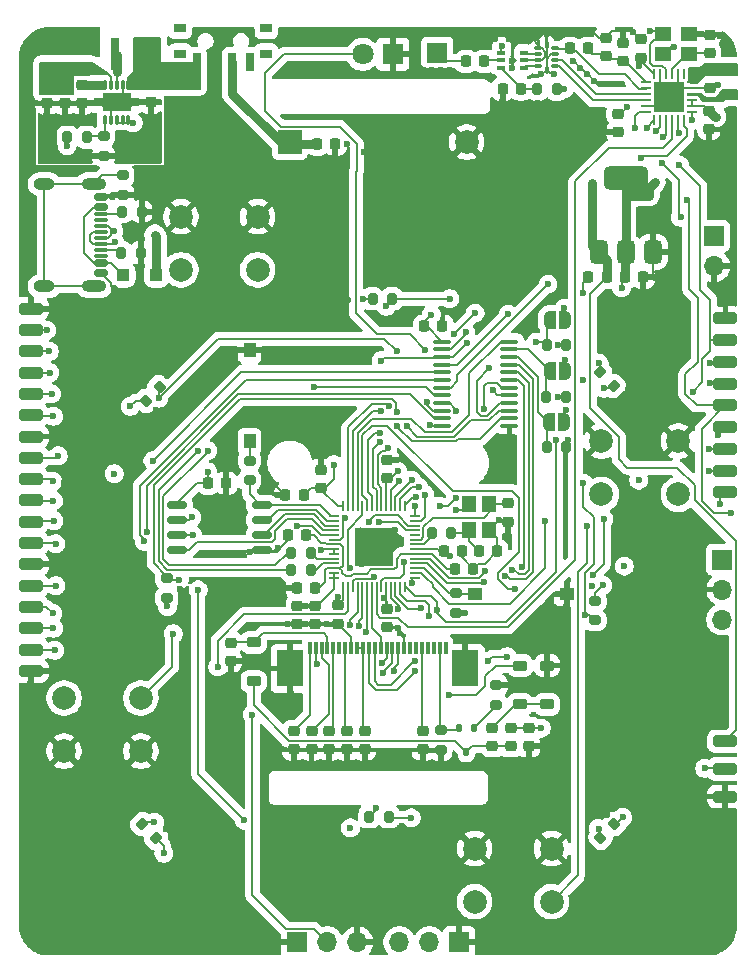
<source format=gbr>
%TF.GenerationSoftware,KiCad,Pcbnew,9.0.0*%
%TF.CreationDate,2025-06-27T17:55:49-04:00*%
%TF.ProjectId,shipwreckedpcb,73686970-7772-4656-936b-65647063622e,rev?*%
%TF.SameCoordinates,Original*%
%TF.FileFunction,Copper,L4,Bot*%
%TF.FilePolarity,Positive*%
%FSLAX46Y46*%
G04 Gerber Fmt 4.6, Leading zero omitted, Abs format (unit mm)*
G04 Created by KiCad (PCBNEW 9.0.0) date 2025-06-27 17:55:49*
%MOMM*%
%LPD*%
G01*
G04 APERTURE LIST*
G04 Aperture macros list*
%AMRoundRect*
0 Rectangle with rounded corners*
0 $1 Rounding radius*
0 $2 $3 $4 $5 $6 $7 $8 $9 X,Y pos of 4 corners*
0 Add a 4 corners polygon primitive as box body*
4,1,4,$2,$3,$4,$5,$6,$7,$8,$9,$2,$3,0*
0 Add four circle primitives for the rounded corners*
1,1,$1+$1,$2,$3*
1,1,$1+$1,$4,$5*
1,1,$1+$1,$6,$7*
1,1,$1+$1,$8,$9*
0 Add four rect primitives between the rounded corners*
20,1,$1+$1,$2,$3,$4,$5,0*
20,1,$1+$1,$4,$5,$6,$7,0*
20,1,$1+$1,$6,$7,$8,$9,0*
20,1,$1+$1,$8,$9,$2,$3,0*%
%AMFreePoly0*
4,1,23,0.500000,-0.750000,0.000000,-0.750000,0.000000,-0.745722,-0.065263,-0.745722,-0.191342,-0.711940,-0.304381,-0.646677,-0.396677,-0.554381,-0.461940,-0.441342,-0.495722,-0.315263,-0.495722,-0.250000,-0.500000,-0.250000,-0.500000,0.250000,-0.495722,0.250000,-0.495722,0.315263,-0.461940,0.441342,-0.396677,0.554381,-0.304381,0.646677,-0.191342,0.711940,-0.065263,0.745722,0.000000,0.745722,
0.000000,0.750000,0.500000,0.750000,0.500000,-0.750000,0.500000,-0.750000,$1*%
%AMFreePoly1*
4,1,23,0.000000,0.745722,0.065263,0.745722,0.191342,0.711940,0.304381,0.646677,0.396677,0.554381,0.461940,0.441342,0.495722,0.315263,0.495722,0.250000,0.500000,0.250000,0.500000,-0.250000,0.495722,-0.250000,0.495722,-0.315263,0.461940,-0.441342,0.396677,-0.554381,0.304381,-0.646677,0.191342,-0.711940,0.065263,-0.745722,0.000000,-0.745722,0.000000,-0.750000,-0.500000,-0.750000,
-0.500000,0.750000,0.000000,0.750000,0.000000,0.745722,0.000000,0.745722,$1*%
G04 Aperture macros list end*
%TA.AperFunction,Conductor*%
%ADD10C,0.200000*%
%TD*%
%TA.AperFunction,SMDPad,CuDef*%
%ADD11RoundRect,0.250000X0.300000X0.300000X-0.300000X0.300000X-0.300000X-0.300000X0.300000X-0.300000X0*%
%TD*%
%TA.AperFunction,SMDPad,CuDef*%
%ADD12RoundRect,0.225000X0.250000X-0.225000X0.250000X0.225000X-0.250000X0.225000X-0.250000X-0.225000X0*%
%TD*%
%TA.AperFunction,ComponentPad*%
%ADD13C,1.800000*%
%TD*%
%TA.AperFunction,ComponentPad*%
%ADD14R,1.800000X1.800000*%
%TD*%
%TA.AperFunction,ComponentPad*%
%ADD15R,1.700000X1.700000*%
%TD*%
%TA.AperFunction,SMDPad,CuDef*%
%ADD16RoundRect,0.225000X0.225000X0.250000X-0.225000X0.250000X-0.225000X-0.250000X0.225000X-0.250000X0*%
%TD*%
%TA.AperFunction,SMDPad,CuDef*%
%ADD17RoundRect,0.100000X0.225000X0.100000X-0.225000X0.100000X-0.225000X-0.100000X0.225000X-0.100000X0*%
%TD*%
%TA.AperFunction,SMDPad,CuDef*%
%ADD18RoundRect,0.075000X0.075000X0.237500X-0.075000X0.237500X-0.075000X-0.237500X0.075000X-0.237500X0*%
%TD*%
%TA.AperFunction,SMDPad,CuDef*%
%ADD19RoundRect,0.075000X0.225000X0.075000X-0.225000X0.075000X-0.225000X-0.075000X0.225000X-0.075000X0*%
%TD*%
%TA.AperFunction,SMDPad,CuDef*%
%ADD20RoundRect,0.218750X0.218750X0.256250X-0.218750X0.256250X-0.218750X-0.256250X0.218750X-0.256250X0*%
%TD*%
%TA.AperFunction,SMDPad,CuDef*%
%ADD21RoundRect,0.225000X-0.250000X0.225000X-0.250000X-0.225000X0.250000X-0.225000X0.250000X0.225000X0*%
%TD*%
%TA.AperFunction,SMDPad,CuDef*%
%ADD22R,1.400000X1.200000*%
%TD*%
%TA.AperFunction,SMDPad,CuDef*%
%ADD23RoundRect,0.218750X0.381250X-0.218750X0.381250X0.218750X-0.381250X0.218750X-0.381250X-0.218750X0*%
%TD*%
%TA.AperFunction,SMDPad,CuDef*%
%ADD24RoundRect,0.200000X0.200000X0.275000X-0.200000X0.275000X-0.200000X-0.275000X0.200000X-0.275000X0*%
%TD*%
%TA.AperFunction,SMDPad,CuDef*%
%ADD25RoundRect,0.062500X-0.062500X0.350000X-0.062500X-0.350000X0.062500X-0.350000X0.062500X0.350000X0*%
%TD*%
%TA.AperFunction,SMDPad,CuDef*%
%ADD26RoundRect,0.062500X-0.350000X0.062500X-0.350000X-0.062500X0.350000X-0.062500X0.350000X0.062500X0*%
%TD*%
%TA.AperFunction,HeatsinkPad*%
%ADD27R,2.600000X2.600000*%
%TD*%
%TA.AperFunction,ComponentPad*%
%ADD28R,2.000000X2.000000*%
%TD*%
%TA.AperFunction,ComponentPad*%
%ADD29C,2.000000*%
%TD*%
%TA.AperFunction,ComponentPad*%
%ADD30O,1.700000X1.700000*%
%TD*%
%TA.AperFunction,SMDPad,CuDef*%
%ADD31RoundRect,0.225000X-0.225000X-0.250000X0.225000X-0.250000X0.225000X0.250000X-0.225000X0.250000X0*%
%TD*%
%TA.AperFunction,SMDPad,CuDef*%
%ADD32RoundRect,0.225000X0.375000X-0.225000X0.375000X0.225000X-0.375000X0.225000X-0.375000X-0.225000X0*%
%TD*%
%TA.AperFunction,SMDPad,CuDef*%
%ADD33RoundRect,0.225000X-0.375000X0.225000X-0.375000X-0.225000X0.375000X-0.225000X0.375000X0.225000X0*%
%TD*%
%TA.AperFunction,SMDPad,CuDef*%
%ADD34RoundRect,0.200000X-0.275000X0.200000X-0.275000X-0.200000X0.275000X-0.200000X0.275000X0.200000X0*%
%TD*%
%TA.AperFunction,SMDPad,CuDef*%
%ADD35RoundRect,0.150000X0.425000X-0.150000X0.425000X0.150000X-0.425000X0.150000X-0.425000X-0.150000X0*%
%TD*%
%TA.AperFunction,SMDPad,CuDef*%
%ADD36RoundRect,0.075000X0.500000X-0.075000X0.500000X0.075000X-0.500000X0.075000X-0.500000X-0.075000X0*%
%TD*%
%TA.AperFunction,HeatsinkPad*%
%ADD37O,2.100000X1.000000*%
%TD*%
%TA.AperFunction,HeatsinkPad*%
%ADD38O,1.800000X1.000000*%
%TD*%
%TA.AperFunction,SMDPad,CuDef*%
%ADD39R,0.300000X1.100000*%
%TD*%
%TA.AperFunction,SMDPad,CuDef*%
%ADD40R,2.300000X3.100000*%
%TD*%
%TA.AperFunction,SMDPad,CuDef*%
%ADD41RoundRect,0.250000X-0.750000X0.250000X-0.750000X-0.250000X0.750000X-0.250000X0.750000X0.250000X0*%
%TD*%
%TA.AperFunction,SMDPad,CuDef*%
%ADD42RoundRect,0.250000X0.750000X-0.250000X0.750000X0.250000X-0.750000X0.250000X-0.750000X-0.250000X0*%
%TD*%
%TA.AperFunction,SMDPad,CuDef*%
%ADD43FreePoly0,180.000000*%
%TD*%
%TA.AperFunction,SMDPad,CuDef*%
%ADD44FreePoly1,180.000000*%
%TD*%
%TA.AperFunction,SMDPad,CuDef*%
%ADD45RoundRect,0.218750X-0.256250X0.218750X-0.256250X-0.218750X0.256250X-0.218750X0.256250X0.218750X0*%
%TD*%
%TA.AperFunction,SMDPad,CuDef*%
%ADD46R,0.800000X2.700000*%
%TD*%
%TA.AperFunction,SMDPad,CuDef*%
%ADD47RoundRect,0.112500X-0.112500X-0.237500X0.112500X-0.237500X0.112500X0.237500X-0.112500X0.237500X0*%
%TD*%
%TA.AperFunction,SMDPad,CuDef*%
%ADD48RoundRect,0.200000X-0.200000X-0.275000X0.200000X-0.275000X0.200000X0.275000X-0.200000X0.275000X0*%
%TD*%
%TA.AperFunction,SMDPad,CuDef*%
%ADD49RoundRect,0.200000X0.275000X-0.200000X0.275000X0.200000X-0.275000X0.200000X-0.275000X-0.200000X0*%
%TD*%
%TA.AperFunction,SMDPad,CuDef*%
%ADD50RoundRect,0.200000X0.335876X0.053033X0.053033X0.335876X-0.335876X-0.053033X-0.053033X-0.335876X0*%
%TD*%
%TA.AperFunction,SMDPad,CuDef*%
%ADD51RoundRect,0.200000X-0.053033X0.335876X-0.335876X0.053033X0.053033X-0.335876X0.335876X-0.053033X0*%
%TD*%
%TA.AperFunction,SMDPad,CuDef*%
%ADD52RoundRect,0.200000X-0.335876X-0.053033X-0.053033X-0.335876X0.335876X0.053033X0.053033X0.335876X0*%
%TD*%
%TA.AperFunction,SMDPad,CuDef*%
%ADD53RoundRect,0.200000X0.053033X-0.335876X0.335876X-0.053033X-0.053033X0.335876X-0.335876X0.053033X0*%
%TD*%
%TA.AperFunction,SMDPad,CuDef*%
%ADD54R,1.000000X1.250000*%
%TD*%
%TA.AperFunction,SMDPad,CuDef*%
%ADD55R,1.250000X1.000000*%
%TD*%
%TA.AperFunction,SMDPad,CuDef*%
%ADD56R,1.000000X0.800000*%
%TD*%
%TA.AperFunction,SMDPad,CuDef*%
%ADD57R,0.700000X1.500000*%
%TD*%
%TA.AperFunction,SMDPad,CuDef*%
%ADD58RoundRect,0.050000X-0.050000X0.387500X-0.050000X-0.387500X0.050000X-0.387500X0.050000X0.387500X0*%
%TD*%
%TA.AperFunction,SMDPad,CuDef*%
%ADD59RoundRect,0.050000X-0.387500X0.050000X-0.387500X-0.050000X0.387500X-0.050000X0.387500X0.050000X0*%
%TD*%
%TA.AperFunction,HeatsinkPad*%
%ADD60R,3.200000X3.200000*%
%TD*%
%TA.AperFunction,SMDPad,CuDef*%
%ADD61RoundRect,0.162500X0.650000X0.162500X-0.650000X0.162500X-0.650000X-0.162500X0.650000X-0.162500X0*%
%TD*%
%TA.AperFunction,SMDPad,CuDef*%
%ADD62R,0.280000X0.280000*%
%TD*%
%TA.AperFunction,SMDPad,CuDef*%
%ADD63O,0.280000X0.850000*%
%TD*%
%TA.AperFunction,ComponentPad*%
%ADD64C,0.600000*%
%TD*%
%TA.AperFunction,SMDPad,CuDef*%
%ADD65R,1.050000X0.680000*%
%TD*%
%TA.AperFunction,SMDPad,CuDef*%
%ADD66R,0.500000X0.260000*%
%TD*%
%TA.AperFunction,SMDPad,CuDef*%
%ADD67R,0.700000X0.280000*%
%TD*%
%TA.AperFunction,SMDPad,CuDef*%
%ADD68R,2.400000X1.650000*%
%TD*%
%TA.AperFunction,SMDPad,CuDef*%
%ADD69RoundRect,0.375000X0.375000X-0.625000X0.375000X0.625000X-0.375000X0.625000X-0.375000X-0.625000X0*%
%TD*%
%TA.AperFunction,SMDPad,CuDef*%
%ADD70RoundRect,0.500000X1.400000X-0.500000X1.400000X0.500000X-1.400000X0.500000X-1.400000X-0.500000X0*%
%TD*%
%TA.AperFunction,SMDPad,CuDef*%
%ADD71RoundRect,0.100000X0.637500X0.100000X-0.637500X0.100000X-0.637500X-0.100000X0.637500X-0.100000X0*%
%TD*%
%TA.AperFunction,SMDPad,CuDef*%
%ADD72R,1.200000X1.400000*%
%TD*%
%TA.AperFunction,ViaPad*%
%ADD73C,0.600000*%
%TD*%
%TA.AperFunction,Conductor*%
%ADD74C,0.750000*%
%TD*%
G04 APERTURE END LIST*
D10*
%TO.N,Net-(U8-DCC_SW)*%
X177450000Y-68750000D02*
X176400000Y-68750000D01*
X176220000Y-68900000D01*
X174550001Y-68900000D01*
X174095456Y-68400000D01*
X173300000Y-68400000D01*
X173300000Y-68300000D01*
X174358334Y-68300000D01*
X174766668Y-68650000D01*
X175666666Y-68650000D01*
X176250000Y-67950000D01*
X177450000Y-67950000D01*
X177450000Y-68750000D01*
%TA.AperFunction,Conductor*%
G36*
X177450000Y-68750000D02*
G01*
X176400000Y-68750000D01*
X176220000Y-68900000D01*
X174550001Y-68900000D01*
X174095456Y-68400000D01*
X173300000Y-68400000D01*
X173300000Y-68300000D01*
X174358334Y-68300000D01*
X174766668Y-68650000D01*
X175666666Y-68650000D01*
X176250000Y-67950000D01*
X177450000Y-67950000D01*
X177450000Y-68750000D01*
G37*
%TD.AperFunction*%
%TO.N,Net-(U8-VREG)*%
X177400000Y-66700000D02*
X174750000Y-66700000D01*
X174053572Y-67350000D01*
X173500000Y-67350000D01*
X173350000Y-67275000D01*
X173350000Y-66150000D01*
X174300000Y-66150000D01*
X174750000Y-65800000D01*
X177400000Y-65800000D01*
X177400000Y-66700000D01*
%TA.AperFunction,Conductor*%
G36*
X177400000Y-66700000D02*
G01*
X174750000Y-66700000D01*
X174053572Y-67350000D01*
X173500000Y-67350000D01*
X173350000Y-67275000D01*
X173350000Y-66150000D01*
X174300000Y-66150000D01*
X174750000Y-65800000D01*
X177400000Y-65800000D01*
X177400000Y-66700000D01*
G37*
%TD.AperFunction*%
%TO.N,+BATT*%
X128575000Y-65700000D02*
X131925000Y-65700000D01*
X131925000Y-67850000D01*
X125850000Y-67850000D01*
X125850000Y-66991666D01*
X126350000Y-66450000D01*
X126350000Y-63575000D01*
X128575000Y-63575000D01*
X128575000Y-65700000D01*
%TA.AperFunction,Conductor*%
G36*
X128575000Y-65700000D02*
G01*
X131925000Y-65700000D01*
X131925000Y-67850000D01*
X125850000Y-67850000D01*
X125850000Y-66991666D01*
X126350000Y-66450000D01*
X126350000Y-63575000D01*
X128575000Y-63575000D01*
X128575000Y-65700000D01*
G37*
%TD.AperFunction*%
%TO.N,+3V3*%
X124100000Y-66553125D02*
X124100000Y-66650000D01*
X121225000Y-66675000D01*
X121222726Y-68300000D01*
X118450000Y-68300000D01*
X118450000Y-65650000D01*
X122786364Y-65650000D01*
X124100000Y-66553125D01*
%TA.AperFunction,Conductor*%
G36*
X124100000Y-66553125D02*
G01*
X124100000Y-66650000D01*
X121225000Y-66675000D01*
X121222726Y-68300000D01*
X118450000Y-68300000D01*
X118450000Y-65650000D01*
X122786364Y-65650000D01*
X124100000Y-66553125D01*
G37*
%TD.AperFunction*%
%TD*%
D11*
%TO.P,D1,1,K*%
%TO.N,+5V*%
X128250000Y-83650000D03*
%TO.P,D1,2,A*%
%TO.N,Net-(D1-A)*%
X125450000Y-83650000D03*
%TD*%
D12*
%TO.P,C24,1*%
%TO.N,Earth*%
X167350000Y-71525000D03*
%TO.P,C24,2*%
%TO.N,/SX_XTA*%
X167350000Y-69975000D03*
%TD*%
D13*
%TO.P,D5,2,A*%
%TO.N,/RGB_DIN*%
X145735000Y-64950000D03*
D14*
%TO.P,D5,1,K*%
%TO.N,Earth*%
X148275000Y-64950000D03*
%TD*%
D15*
%TO.P,AE1,1,A*%
%TO.N,Net-(AE1-A)*%
X152050000Y-64800000D03*
%TD*%
D16*
%TO.P,C63,2*%
%TO.N,Net-(AE1-A)*%
X154475000Y-65550000D03*
%TO.P,C63,1*%
%TO.N,Net-(U3-RFIN)*%
X156025000Y-65550000D03*
%TD*%
D17*
%TO.P,U3,6,VDD*%
%TO.N,+3V3*%
X157450000Y-64800000D03*
%TO.P,U3,5,RFIN*%
%TO.N,Net-(U3-RFIN)*%
X157450000Y-65450000D03*
%TO.P,U3,4,CTRL*%
%TO.N,Net-(U3-CTRL)*%
X157450000Y-66100000D03*
%TO.P,U3,3,RF2*%
%TO.N,Net-(FL1-SW_RFI)*%
X159350000Y-66100000D03*
%TO.P,U3,2,GND*%
%TO.N,Earth*%
X159350000Y-65450000D03*
%TO.P,U3,1,RF1*%
%TO.N,Net-(FL1-SW_RFO)*%
X159350000Y-64800000D03*
%TD*%
D18*
%TO.P,FL1,10,GND*%
%TO.N,Earth*%
X161300000Y-64137500D03*
D19*
%TO.P,FL1,9,GND*%
X160600000Y-64450000D03*
%TO.P,FL1,8,SW_RFO*%
%TO.N,Net-(FL1-SW_RFO)*%
X160600000Y-64950000D03*
%TO.P,FL1,7,GND*%
%TO.N,Earth*%
X160600000Y-65450000D03*
%TO.P,FL1,6,SW_RFI*%
%TO.N,Net-(FL1-SW_RFI)*%
X160600000Y-65950000D03*
D18*
%TO.P,FL1,5,GND*%
%TO.N,Earth*%
X161300000Y-66262500D03*
D19*
%TO.P,FL1,4,RFI_P*%
%TO.N,/SX_RFI_P*%
X162000000Y-65950000D03*
%TO.P,FL1,3,RFI_N*%
%TO.N,/SX_RFI_N*%
X162000000Y-65450000D03*
%TO.P,FL1,2,GND*%
%TO.N,Earth*%
X162000000Y-64950000D03*
%TO.P,FL1,1,RFO*%
%TO.N,/SX_RFO*%
X162000000Y-64450000D03*
%TD*%
D20*
%TO.P,L10,2*%
%TO.N,/SX_RFO*%
X163262500Y-64450000D03*
%TO.P,L10,1*%
%TO.N,/SX_VR_PA*%
X164837500Y-64450000D03*
%TD*%
D12*
%TO.P,C62,2*%
%TO.N,Earth*%
X166300000Y-63575000D03*
%TO.P,C62,1*%
%TO.N,/SX_VR_PA*%
X166300000Y-65125000D03*
%TD*%
%TO.P,C57,2*%
%TO.N,Earth*%
X167800000Y-63975000D03*
%TO.P,C57,1*%
%TO.N,/SX_VR_PA*%
X167800000Y-65525000D03*
%TD*%
D21*
%TO.P,C65,2*%
%TO.N,+3V3*%
X169300000Y-65225000D03*
%TO.P,C65,1*%
%TO.N,Earth*%
X169300000Y-63675000D03*
%TD*%
%TO.P,C25,1*%
%TO.N,Earth*%
X175100000Y-63275000D03*
%TO.P,C25,2*%
%TO.N,/SX_XTB*%
X175100000Y-64825000D03*
%TD*%
D22*
%TO.P,Y2,1,1*%
%TO.N,/SX_XTB*%
X173350000Y-64950000D03*
%TO.P,Y2,2,2*%
%TO.N,Earth*%
X171150000Y-64950000D03*
%TO.P,Y2,3,3*%
%TO.N,/SX_XTA*%
X171150000Y-63250000D03*
%TO.P,Y2,4,4*%
%TO.N,Earth*%
X173350000Y-63250000D03*
%TD*%
D21*
%TO.P,C67,1*%
%TO.N,Net-(U8-VREG)*%
X175150000Y-66275000D03*
%TO.P,C67,2*%
%TO.N,Earth*%
X175150000Y-67825000D03*
%TD*%
%TO.P,C66,1*%
%TO.N,+3V3*%
X175050000Y-69725000D03*
%TO.P,C66,2*%
%TO.N,Earth*%
X175050000Y-71275000D03*
%TD*%
D16*
%TO.P,C64,1*%
%TO.N,Net-(U3-CTRL)*%
X159125000Y-67900000D03*
%TO.P,C64,2*%
%TO.N,Earth*%
X157575000Y-67900000D03*
%TD*%
D23*
%TO.P,L11,1*%
%TO.N,Net-(U8-DCC_SW)*%
X176850000Y-68362500D03*
%TO.P,L11,2*%
%TO.N,Net-(U8-VREG)*%
X176850000Y-66237500D03*
%TD*%
D24*
%TO.P,R23,1*%
%TO.N,/SX_DIO2*%
X162175000Y-67900000D03*
%TO.P,R23,2*%
%TO.N,Net-(U3-CTRL)*%
X160525000Y-67900000D03*
%TD*%
D25*
%TO.P,U8,1,VDD_IN*%
%TO.N,+3V3*%
X170400000Y-66650000D03*
%TO.P,U8,2,GND*%
%TO.N,Earth*%
X170900000Y-66650000D03*
%TO.P,U8,3,XTA*%
%TO.N,/SX_XTA*%
X171400000Y-66650000D03*
%TO.P,U8,4,XTB*%
%TO.N,/SX_XTB*%
X171900000Y-66650000D03*
%TO.P,U8,5,GND*%
%TO.N,Earth*%
X172400000Y-66650000D03*
%TO.P,U8,6,DIO3*%
%TO.N,/SX_DIO3*%
X172900000Y-66650000D03*
D26*
%TO.P,U8,7,VREG*%
%TO.N,Net-(U8-VREG)*%
X173587500Y-67337500D03*
%TO.P,U8,8,GND*%
%TO.N,Earth*%
X173587500Y-67837500D03*
%TO.P,U8,9,DCC_SW*%
%TO.N,Net-(U8-DCC_SW)*%
X173587500Y-68337500D03*
%TO.P,U8,10,VBAT*%
%TO.N,+3V3*%
X173587500Y-68837500D03*
%TO.P,U8,11,VBAT_IO*%
X173587500Y-69337500D03*
%TO.P,U8,12,DIO2*%
%TO.N,/SX_DIO2*%
X173587500Y-69837500D03*
D25*
%TO.P,U8,13,DIO1*%
%TO.N,/SX_DIO1*%
X172900000Y-70525000D03*
%TO.P,U8,14,BUSY*%
%TO.N,/SX_BUSY*%
X172400000Y-70525000D03*
%TO.P,U8,15,~{RESET}*%
%TO.N,/SX_NRST*%
X171900000Y-70525000D03*
%TO.P,U8,16,MISO*%
%TO.N,/SPI_MISO*%
X171400000Y-70525000D03*
%TO.P,U8,17,MOSI*%
%TO.N,/SPI_MOSI*%
X170900000Y-70525000D03*
%TO.P,U8,18,SCK*%
%TO.N,/SPI_CLK*%
X170400000Y-70525000D03*
D26*
%TO.P,U8,19,NSS*%
%TO.N,/SX_NSS*%
X169712500Y-69837500D03*
%TO.P,U8,20,GND*%
%TO.N,Earth*%
X169712500Y-69337500D03*
%TO.P,U8,21,RFI_P*%
%TO.N,/SX_RFI_P*%
X169712500Y-68837500D03*
%TO.P,U8,22,RFI_N*%
%TO.N,/SX_RFI_N*%
X169712500Y-68337500D03*
%TO.P,U8,23,RFO*%
%TO.N,/SX_RFO*%
X169712500Y-67837500D03*
%TO.P,U8,24,VR_PA*%
%TO.N,/SX_VR_PA*%
X169712500Y-67337500D03*
D27*
%TO.P,U8,25,GND*%
%TO.N,Earth*%
X171650000Y-68587500D03*
%TD*%
D28*
%TO.P,BT1,1,+*%
%TO.N,/BT Power*%
X139555000Y-72385000D03*
D29*
%TO.P,BT1,2,-*%
%TO.N,Earth*%
X154545000Y-72385000D03*
%TD*%
D15*
%TO.P,BZ1,1,+*%
%TO.N,/GPIO28_ADC2_BUZZER*%
X175475000Y-80350000D03*
D30*
%TO.P,BZ1,2,-*%
%TO.N,Earth*%
X175475000Y-82890000D03*
%TD*%
D16*
%TO.P,C1,1*%
%TO.N,+1V1*%
X140975000Y-105650000D03*
%TO.P,C1,2*%
%TO.N,Earth*%
X139425000Y-105650000D03*
%TD*%
D31*
%TO.P,C2,1*%
%TO.N,+1V1*%
X153525000Y-108500000D03*
%TO.P,C2,2*%
%TO.N,Earth*%
X155075000Y-108500000D03*
%TD*%
%TO.P,C3,1*%
%TO.N,Earth*%
X140175000Y-110150000D03*
%TO.P,C3,2*%
%TO.N,+1V1*%
X141725000Y-110150000D03*
%TD*%
D12*
%TO.P,C4,1*%
%TO.N,+3V3*%
X142200000Y-101675000D03*
%TO.P,C4,2*%
%TO.N,Earth*%
X142200000Y-100125000D03*
%TD*%
D16*
%TO.P,C5,1*%
%TO.N,+3V3*%
X140725000Y-102300000D03*
%TO.P,C5,2*%
%TO.N,Earth*%
X139175000Y-102300000D03*
%TD*%
D12*
%TO.P,C6,1*%
%TO.N,+3V3*%
X147800000Y-100825000D03*
%TO.P,C6,2*%
%TO.N,Earth*%
X147800000Y-99275000D03*
%TD*%
D31*
%TO.P,C7,1*%
%TO.N,+3V3*%
X152575000Y-107000000D03*
%TO.P,C7,2*%
%TO.N,Earth*%
X154125000Y-107000000D03*
%TD*%
D21*
%TO.P,C8,1*%
%TO.N,+3V3*%
X147750000Y-111875000D03*
%TO.P,C8,2*%
%TO.N,Earth*%
X147750000Y-113425000D03*
%TD*%
%TO.P,C9,1*%
%TO.N,+3V3*%
X143650000Y-111607500D03*
%TO.P,C9,2*%
%TO.N,Earth*%
X143650000Y-113157500D03*
%TD*%
%TO.P,C10,1*%
%TO.N,+3V3*%
X141696992Y-111628710D03*
%TO.P,C10,2*%
%TO.N,Earth*%
X141696992Y-113178710D03*
%TD*%
%TO.P,C11,1*%
%TO.N,+3V3*%
X140196992Y-111628710D03*
%TO.P,C11,2*%
%TO.N,Earth*%
X140196992Y-113178710D03*
%TD*%
D31*
%TO.P,C12,1*%
%TO.N,+3V3*%
X132637500Y-101255000D03*
%TO.P,C12,2*%
%TO.N,Earth*%
X134187500Y-101255000D03*
%TD*%
D12*
%TO.P,C13,1*%
%TO.N,Earth*%
X158050000Y-104525000D03*
%TO.P,C13,2*%
%TO.N,/XIN*%
X158050000Y-102975000D03*
%TD*%
D16*
%TO.P,C14,1*%
%TO.N,Earth*%
X157125000Y-107000000D03*
%TO.P,C14,2*%
%TO.N,Net-(C14-Pad2)*%
X155575000Y-107000000D03*
%TD*%
D12*
%TO.P,C15,1*%
%TO.N,Earth*%
X150850000Y-123800000D03*
%TO.P,C15,2*%
%TO.N,Net-(J2-Pin_5)*%
X150850000Y-122250000D03*
%TD*%
%TO.P,C16,1*%
%TO.N,Earth*%
X145900000Y-123800000D03*
%TO.P,C16,2*%
%TO.N,Net-(J2-Pin_15)*%
X145900000Y-122250000D03*
%TD*%
%TO.P,C17,1*%
%TO.N,Earth*%
X144400000Y-123800000D03*
%TO.P,C17,2*%
%TO.N,Net-(J2-Pin_18)*%
X144400000Y-122250000D03*
%TD*%
%TO.P,C18,1*%
%TO.N,Earth*%
X142900000Y-123800000D03*
%TO.P,C18,2*%
%TO.N,Net-(J2-Pin_20)*%
X142900000Y-122250000D03*
%TD*%
%TO.P,C19,1*%
%TO.N,Earth*%
X141400000Y-123800000D03*
%TO.P,C19,2*%
%TO.N,Net-(J2-Pin_22)*%
X141400000Y-122250000D03*
%TD*%
%TO.P,C20,1*%
%TO.N,Earth*%
X139900000Y-123800000D03*
%TO.P,C20,2*%
%TO.N,/DISP_VCOM*%
X139900000Y-122250000D03*
%TD*%
%TO.P,C21,1*%
%TO.N,Net-(D4-A)*%
X156700000Y-123525000D03*
%TO.P,C21,2*%
%TO.N,Net-(D2-K)*%
X156700000Y-121975000D03*
%TD*%
%TO.P,C22,1*%
%TO.N,Earth*%
X159800000Y-123525000D03*
%TO.P,C22,2*%
%TO.N,+3V3*%
X159800000Y-121975000D03*
%TD*%
%TO.P,C23,1*%
%TO.N,Earth*%
X134550000Y-116325000D03*
%TO.P,C23,2*%
%TO.N,/DISP_PREVGH*%
X134550000Y-114775000D03*
%TD*%
D16*
%TO.P,C51,1*%
%TO.N,Earth*%
X143425000Y-72550000D03*
%TO.P,C51,2*%
%TO.N,/BT Power*%
X141875000Y-72550000D03*
%TD*%
D21*
%TO.P,C52,1*%
%TO.N,Net-(U4-VAUX)*%
X122000000Y-67550000D03*
%TO.P,C52,2*%
%TO.N,Earth*%
X122000000Y-69100000D03*
%TD*%
D12*
%TO.P,C53,1*%
%TO.N,Earth*%
X127800000Y-69025000D03*
%TO.P,C53,2*%
%TO.N,+BATT*%
X127800000Y-67475000D03*
%TD*%
%TO.P,C54,1*%
%TO.N,Earth*%
X120500000Y-69100000D03*
%TO.P,C54,2*%
%TO.N,+3V3*%
X120500000Y-67550000D03*
%TD*%
%TO.P,C55,1*%
%TO.N,Earth*%
X119000000Y-69100000D03*
%TO.P,C55,2*%
%TO.N,+3V3*%
X119000000Y-67550000D03*
%TD*%
D31*
%TO.P,C56,1*%
%TO.N,+3V3*%
X150925000Y-87975000D03*
%TO.P,C56,2*%
%TO.N,Earth*%
X152475000Y-87975000D03*
%TD*%
%TO.P,C60,1*%
%TO.N,+3V3*%
X167950000Y-83825000D03*
%TO.P,C60,2*%
%TO.N,Earth*%
X169500000Y-83825000D03*
%TD*%
D16*
%TO.P,C61,1*%
%TO.N,+5V*%
X166400000Y-83825000D03*
%TO.P,C61,2*%
%TO.N,Earth*%
X164850000Y-83825000D03*
%TD*%
D32*
%TO.P,D2,1,K*%
%TO.N,Net-(D2-K)*%
X159050000Y-120000000D03*
%TO.P,D2,2,A*%
%TO.N,/DISP_PREVGL*%
X159050000Y-116700000D03*
%TD*%
D33*
%TO.P,D3,1,K*%
%TO.N,Earth*%
X161350000Y-116700000D03*
%TO.P,D3,2,A*%
%TO.N,Net-(D2-K)*%
X161350000Y-120000000D03*
%TD*%
%TO.P,D4,1,K*%
%TO.N,/DISP_PREVGH*%
X136500000Y-114750000D03*
%TO.P,D4,2,A*%
%TO.N,Net-(D4-A)*%
X136500000Y-118050000D03*
%TD*%
D34*
%TO.P,FB1,1*%
%TO.N,Net-(J1-SHIELD)*%
X125435000Y-75195000D03*
%TO.P,FB1,2*%
%TO.N,Earth*%
X125435000Y-76845000D03*
%TD*%
D35*
%TO.P,J1,A1,GND*%
%TO.N,Earth*%
X123540000Y-83450000D03*
%TO.P,J1,A4,VBUS*%
%TO.N,Net-(D1-A)*%
X123540000Y-82650000D03*
D36*
%TO.P,J1,A5,CC1*%
%TO.N,Net-(J1-CC1)*%
X123540000Y-81500000D03*
%TO.P,J1,A6,D+*%
%TO.N,/USB_DP*%
X123540000Y-80500000D03*
%TO.P,J1,A7,D-*%
%TO.N,/USB_DM*%
X123540000Y-80000000D03*
%TO.P,J1,A8,SBU1*%
%TO.N,unconnected-(J1-SBU1-PadA8)*%
X123540000Y-79000000D03*
D35*
%TO.P,J1,A9,VBUS*%
%TO.N,Net-(D1-A)*%
X123540000Y-77850000D03*
%TO.P,J1,A12,GND*%
%TO.N,Earth*%
X123540000Y-77050000D03*
%TO.P,J1,B1,GND*%
X123540000Y-77050000D03*
%TO.P,J1,B4,VBUS*%
%TO.N,Net-(D1-A)*%
X123540000Y-77850000D03*
D36*
%TO.P,J1,B5,CC2*%
%TO.N,Net-(J1-CC2)*%
X123540000Y-78500000D03*
%TO.P,J1,B6,D+*%
%TO.N,/USB_DP*%
X123540000Y-79500000D03*
%TO.P,J1,B7,D-*%
%TO.N,/USB_DM*%
X123540000Y-81000000D03*
%TO.P,J1,B8,SBU2*%
%TO.N,unconnected-(J1-SBU2-PadB8)*%
X123540000Y-82000000D03*
D35*
%TO.P,J1,B9,VBUS*%
%TO.N,Net-(D1-A)*%
X123540000Y-82650000D03*
%TO.P,J1,B12,GND*%
%TO.N,Earth*%
X123540000Y-83450000D03*
D37*
%TO.P,J1,S1,SHIELD*%
%TO.N,Net-(J1-SHIELD)*%
X122965000Y-84570000D03*
D38*
X118785000Y-84570000D03*
D37*
X122965000Y-75930000D03*
D38*
X118785000Y-75930000D03*
%TD*%
D39*
%TO.P,J2,1,Pin_1*%
%TO.N,unconnected-(J2-Pin_1-Pad1)*%
X152750000Y-115250000D03*
%TO.P,J2,2,Pin_2*%
%TO.N,/DISP_GDR*%
X152250000Y-115250000D03*
%TO.P,J2,3,Pin_3*%
%TO.N,/DISP_RESE*%
X151750000Y-115250000D03*
%TO.P,J2,4,Pin_4*%
%TO.N,unconnected-(J2-Pin_4-Pad4)*%
X151250000Y-115250000D03*
%TO.P,J2,5,Pin_5*%
%TO.N,Net-(J2-Pin_5)*%
X150750000Y-115250000D03*
%TO.P,J2,6,Pin_6*%
%TO.N,unconnected-(J2-Pin_6-Pad6)*%
X150250000Y-115250000D03*
%TO.P,J2,7,Pin_7*%
%TO.N,unconnected-(J2-Pin_7-Pad7)*%
X149750000Y-115250000D03*
%TO.P,J2,8,Pin_8*%
%TO.N,Earth*%
X149250000Y-115250000D03*
%TO.P,J2,9,Pin_9*%
%TO.N,/DISP_BUSY*%
X148750000Y-115250000D03*
%TO.P,J2,10,Pin_10*%
%TO.N,/DISP_RST*%
X148250000Y-115250000D03*
%TO.P,J2,11,Pin_11*%
%TO.N,/DISP_DC*%
X147750000Y-115250000D03*
%TO.P,J2,12,Pin_12*%
%TO.N,/DISP_CS*%
X147250000Y-115250000D03*
%TO.P,J2,13,Pin_13*%
%TO.N,/SPI_CLK*%
X146750000Y-115250000D03*
%TO.P,J2,14,Pin_14*%
%TO.N,/SPI_MOSI*%
X146250000Y-115250000D03*
%TO.P,J2,15,Pin_15*%
%TO.N,Net-(J2-Pin_15)*%
X145750000Y-115250000D03*
%TO.P,J2,16,Pin_16*%
X145250000Y-115250000D03*
%TO.P,J2,17,Pin_17*%
%TO.N,Earth*%
X144750000Y-115250000D03*
%TO.P,J2,18,Pin_18*%
%TO.N,Net-(J2-Pin_18)*%
X144250000Y-115250000D03*
%TO.P,J2,19,Pin_19*%
%TO.N,unconnected-(J2-Pin_19-Pad19)*%
X143750000Y-115250000D03*
%TO.P,J2,20,Pin_20*%
%TO.N,Net-(J2-Pin_20)*%
X143250000Y-115250000D03*
%TO.P,J2,21,Pin_21*%
%TO.N,/DISP_PREVGH*%
X142750000Y-115250000D03*
%TO.P,J2,22,Pin_22*%
%TO.N,Net-(J2-Pin_22)*%
X142250000Y-115250000D03*
%TO.P,J2,23,Pin_23*%
%TO.N,/DISP_PREVGL*%
X141750000Y-115250000D03*
%TO.P,J2,24,Pin_24*%
%TO.N,/DISP_VCOM*%
X141250000Y-115250000D03*
D40*
%TO.P,J2,MP,MountPin*%
%TO.N,Earth*%
X154420000Y-116950000D03*
X139580000Y-116950000D03*
%TD*%
D41*
%TO.P,J3,1,Pin_1*%
%TO.N,Earth*%
X117650000Y-86489412D03*
%TD*%
%TO.P,J4,1,Pin_1*%
%TO.N,+3V3*%
X117650000Y-88292941D03*
%TD*%
D15*
%TO.P,J5,1,Pin_1*%
%TO.N,/RP_SWCLK*%
X176175000Y-107725000D03*
D30*
%TO.P,J5,2,Pin_2*%
%TO.N,Earth*%
X176175000Y-110265000D03*
%TO.P,J5,3,Pin_3*%
%TO.N,/RP_SWDIO*%
X176175000Y-112805000D03*
%TD*%
D41*
%TO.P,J6,1,Pin_1*%
%TO.N,+3V3*%
X117650000Y-90096471D03*
%TD*%
%TO.P,J7,1,Pin_1*%
%TO.N,+3V3*%
X117650000Y-91900000D03*
%TD*%
D15*
%TO.P,J8,1,Pin_1*%
%TO.N,Earth*%
X153915147Y-140125000D03*
D30*
%TO.P,J8,2,Pin_2*%
%TO.N,/B2B_TX*%
X151375147Y-140125000D03*
%TO.P,J8,3,Pin_3*%
%TO.N,/B2B_DCT*%
X148835147Y-140125000D03*
%TD*%
D15*
%TO.P,J9,1,Pin_1*%
%TO.N,Earth*%
X140184853Y-140125000D03*
D30*
%TO.P,J9,2,Pin_2*%
%TO.N,/B2B_RX*%
X142724853Y-140125000D03*
%TO.P,J9,3,Pin_3*%
%TO.N,Earth*%
X145264853Y-140125000D03*
%TD*%
D41*
%TO.P,J14,1,Pin_1*%
%TO.N,/GPIO6*%
X117650000Y-93703530D03*
%TD*%
%TO.P,J15,1,Pin_1*%
%TO.N,/GPIO7*%
X117650000Y-95507059D03*
%TD*%
%TO.P,J16,1,Pin_1*%
%TO.N,Earth*%
X117650000Y-97310588D03*
%TD*%
%TO.P,J17,1,Pin_1*%
%TO.N,/GPIO8*%
X117650000Y-99114118D03*
%TD*%
%TO.P,J18,1,Pin_1*%
%TO.N,/GPIO9*%
X117650000Y-100917647D03*
%TD*%
%TO.P,J19,1,Pin_1*%
%TO.N,/GPIO10*%
X117650000Y-102721177D03*
%TD*%
%TO.P,J20,1,Pin_1*%
%TO.N,/GPIO11*%
X117650000Y-104524706D03*
%TD*%
%TO.P,J21,1,Pin_1*%
%TO.N,/GPIO12*%
X117650000Y-106328236D03*
%TD*%
%TO.P,J22,1,Pin_1*%
%TO.N,Earth*%
X117650000Y-108131765D03*
%TD*%
%TO.P,J23,1,Pin_1*%
%TO.N,/GPIO13*%
X117650000Y-109935294D03*
%TD*%
%TO.P,J24,1,Pin_1*%
%TO.N,/GPIO14*%
X117650000Y-111738824D03*
%TD*%
%TO.P,J25,1,Pin_1*%
%TO.N,/GPIO15*%
X117650000Y-113542353D03*
%TD*%
%TO.P,J26,1,Pin_1*%
%TO.N,/GPIO29_ADC3*%
X117650000Y-115345883D03*
%TD*%
%TO.P,J28,1,Pin_1*%
%TO.N,Earth*%
X117650000Y-117149412D03*
%TD*%
D42*
%TO.P,J29,1,Pin_1*%
%TO.N,Earth*%
X176375000Y-127790000D03*
%TD*%
%TO.P,J30,1,Pin_1*%
%TO.N,+3V3*%
X176375000Y-125457500D03*
%TD*%
%TO.P,J31,1,Pin_1*%
%TO.N,Earth*%
X176450000Y-102050000D03*
%TD*%
%TO.P,J32,1,Pin_1*%
%TO.N,/I2C_SCL*%
X176450000Y-100206250D03*
%TD*%
%TO.P,J33,1,Pin_1*%
%TO.N,/I2C_SDA*%
X176450000Y-98362500D03*
%TD*%
%TO.P,J34,1,Pin_1*%
%TO.N,Earth*%
X176450000Y-96518750D03*
%TD*%
%TO.P,J35,1,Pin_1*%
%TO.N,/SPI_MISO*%
X176450000Y-94675000D03*
%TD*%
%TO.P,J36,1,Pin_1*%
%TO.N,/SPI_MOSI*%
X176450000Y-92831250D03*
%TD*%
%TO.P,J37,1,Pin_1*%
%TO.N,Earth*%
X176450000Y-90987500D03*
%TD*%
%TO.P,J38,1,Pin_1*%
%TO.N,/SPI_CLK*%
X176450000Y-89143750D03*
%TD*%
%TO.P,J39,1,Pin_1*%
%TO.N,Earth*%
X176450000Y-87300000D03*
%TD*%
%TO.P,J40,1,Pin_1*%
%TO.N,+5V*%
X176375000Y-123125000D03*
%TD*%
D43*
%TO.P,JP1,1,A*%
%TO.N,+3V3*%
X162862500Y-87450000D03*
D44*
%TO.P,JP1,2,B*%
%TO.N,/IO_A0*%
X161562500Y-87450000D03*
%TD*%
D43*
%TO.P,JP2,1,A*%
%TO.N,+3V3*%
X162862500Y-91750000D03*
D44*
%TO.P,JP2,2,B*%
%TO.N,/IO_A1*%
X161562500Y-91750000D03*
%TD*%
D43*
%TO.P,JP3,1,A*%
%TO.N,+3V3*%
X162774448Y-96074232D03*
D44*
%TO.P,JP3,2,B*%
%TO.N,/IO_A2*%
X161474448Y-96074232D03*
%TD*%
D45*
%TO.P,L1,1*%
%TO.N,+3V3*%
X158250000Y-121962500D03*
%TO.P,L1,2*%
%TO.N,Net-(D4-A)*%
X158250000Y-123537500D03*
%TD*%
D46*
%TO.P,L9,1,1*%
%TO.N,+BATT*%
X126950000Y-64900000D03*
%TO.P,L9,2,2*%
%TO.N,Net-(U4-L)*%
X124750000Y-64900000D03*
%TD*%
D47*
%TO.P,Q1,1,G*%
%TO.N,/DISP_GDR*%
X153850000Y-122025000D03*
%TO.P,Q1,2,S*%
%TO.N,/DISP_RES*%
X155150000Y-122025000D03*
%TO.P,Q1,3,D*%
%TO.N,Net-(D4-A)*%
X154500000Y-124025000D03*
%TD*%
D24*
%TO.P,R1,1*%
%TO.N,Net-(C14-Pad2)*%
X153230534Y-105505065D03*
%TO.P,R1,2*%
%TO.N,/XOUT*%
X151580534Y-105505065D03*
%TD*%
D48*
%TO.P,R2,1*%
%TO.N,/USB_DP*%
X139675000Y-107150000D03*
%TO.P,R2,2*%
%TO.N,Net-(U1-USB_DP)*%
X141325000Y-107150000D03*
%TD*%
%TO.P,R3,1*%
%TO.N,/USB_DM*%
X139675000Y-108650000D03*
%TO.P,R3,2*%
%TO.N,Net-(U1-USB_DM)*%
X141325000Y-108650000D03*
%TD*%
%TO.P,R4,1*%
%TO.N,Net-(J1-CC1)*%
X125310000Y-81750000D03*
%TO.P,R4,2*%
%TO.N,Earth*%
X126960000Y-81750000D03*
%TD*%
%TO.P,R5,1*%
%TO.N,Net-(J1-CC2)*%
X125360000Y-78270000D03*
%TO.P,R5,2*%
%TO.N,Earth*%
X127010000Y-78270000D03*
%TD*%
D49*
%TO.P,R6,1*%
%TO.N,+3V3*%
X153600000Y-112225000D03*
%TO.P,R6,2*%
%TO.N,/RUN*%
X153600000Y-110575000D03*
%TD*%
D34*
%TO.P,R7,1*%
%TO.N,Net-(R7-Pad1)*%
X136150000Y-99350000D03*
%TO.P,R7,2*%
%TO.N,/QSPI_SS*%
X136150000Y-101000000D03*
%TD*%
D49*
%TO.P,R8,1*%
%TO.N,/DISP_RES*%
X157050000Y-120025000D03*
%TO.P,R8,2*%
%TO.N,Earth*%
X157050000Y-118375000D03*
%TD*%
D34*
%TO.P,R9,1*%
%TO.N,/DISP_GDR*%
X152350000Y-122200000D03*
%TO.P,R9,2*%
%TO.N,Earth*%
X152350000Y-123850000D03*
%TD*%
D50*
%TO.P,R10,1*%
%TO.N,+3V3*%
X128233363Y-131283363D03*
%TO.P,R10,2*%
%TO.N,/BUTT_1*%
X127066637Y-130116637D03*
%TD*%
D24*
%TO.P,R11,1*%
%TO.N,+3V3*%
X147925000Y-129500000D03*
%TO.P,R11,2*%
%TO.N,/BUTT_2*%
X146275000Y-129500000D03*
%TD*%
D51*
%TO.P,R12,1*%
%TO.N,+3V3*%
X167033363Y-130116637D03*
%TO.P,R12,2*%
%TO.N,/BUTT_3*%
X165866637Y-131283363D03*
%TD*%
D34*
%TO.P,R13,1*%
%TO.N,+3V3*%
X165400000Y-111225000D03*
%TO.P,R13,2*%
%TO.N,/BUTT_4*%
X165400000Y-112875000D03*
%TD*%
D52*
%TO.P,R14,1*%
%TO.N,+3V3*%
X165816637Y-91866637D03*
%TO.P,R14,2*%
%TO.N,/BUTT_5*%
X166983363Y-93033363D03*
%TD*%
D48*
%TO.P,R15,1*%
%TO.N,+3V3*%
X146575000Y-85650000D03*
%TO.P,R15,2*%
%TO.N,/BUTT_6*%
X148225000Y-85650000D03*
%TD*%
D53*
%TO.P,R16,1*%
%TO.N,+3V3*%
X127366637Y-94283363D03*
%TO.P,R16,2*%
%TO.N,/BUTT_7*%
X128533363Y-93116637D03*
%TD*%
D49*
%TO.P,R17,1*%
%TO.N,+3V3*%
X129150000Y-110975000D03*
%TO.P,R17,2*%
%TO.N,/BUTT_8*%
X129150000Y-109325000D03*
%TD*%
D48*
%TO.P,R18,1*%
%TO.N,+3V3*%
X120725000Y-71975000D03*
%TO.P,R18,2*%
%TO.N,Net-(U4-FB)*%
X122375000Y-71975000D03*
%TD*%
D34*
%TO.P,R19,1*%
%TO.N,Net-(U4-FB)*%
X123800000Y-71900000D03*
%TO.P,R19,2*%
%TO.N,Earth*%
X123800000Y-73550000D03*
%TD*%
D48*
%TO.P,R20,1*%
%TO.N,/IO_A0*%
X161337500Y-89600000D03*
%TO.P,R20,2*%
%TO.N,Earth*%
X162987500Y-89600000D03*
%TD*%
%TO.P,R21,1*%
%TO.N,/IO_A1*%
X161287500Y-93950000D03*
%TO.P,R21,2*%
%TO.N,Earth*%
X162937500Y-93950000D03*
%TD*%
%TO.P,R22,1*%
%TO.N,/IO_A2*%
X161299448Y-98224232D03*
%TO.P,R22,2*%
%TO.N,Earth*%
X162949448Y-98224232D03*
%TD*%
D54*
%TO.P,SW1,1,1*%
%TO.N,Earth*%
X136150000Y-89975000D03*
%TO.P,SW1,2,2*%
%TO.N,Net-(R7-Pad1)*%
X136150000Y-97725000D03*
%TD*%
D55*
%TO.P,SW2,1,1*%
%TO.N,Earth*%
X163025000Y-110650000D03*
%TO.P,SW2,2,2*%
%TO.N,/RUN*%
X155275000Y-110650000D03*
%TD*%
D29*
%TO.P,SW11,1,1*%
%TO.N,Earth*%
X155221264Y-132200000D03*
X161721264Y-132200000D03*
%TO.P,SW11,2,2*%
%TO.N,/BUTT_9*%
X155221264Y-136700000D03*
X161721264Y-136700000D03*
%TD*%
%TO.P,SW13,1,1*%
%TO.N,Earth*%
X165950000Y-97700000D03*
X172450000Y-97700000D03*
%TO.P,SW13,2,2*%
%TO.N,/BUTT_11*%
X165950000Y-102200000D03*
X172450000Y-102200000D03*
%TD*%
%TO.P,SW15,1,1*%
%TO.N,Earth*%
X130350000Y-78700000D03*
X136850000Y-78700000D03*
%TO.P,SW15,2,2*%
%TO.N,/BUTT_13*%
X130350000Y-83200000D03*
X136850000Y-83200000D03*
%TD*%
%TO.P,SW17,1,1*%
%TO.N,Earth*%
X126950000Y-123950000D03*
X120450000Y-123950000D03*
%TO.P,SW17,2,2*%
%TO.N,/BUTT_15*%
X126950000Y-119450000D03*
X120450000Y-119450000D03*
%TD*%
D56*
%TO.P,SW19,*%
%TO.N,*%
X130275000Y-64930000D03*
X130275000Y-62720000D03*
X137575000Y-64930000D03*
X137575000Y-62720000D03*
D57*
%TO.P,SW19,1,A*%
%TO.N,+BATT*%
X131675000Y-65580000D03*
%TO.P,SW19,2,B*%
%TO.N,/BT Power*%
X134675000Y-65580000D03*
%TO.P,SW19,3,C*%
%TO.N,unconnected-(SW19-C-Pad3)*%
X136175000Y-65580000D03*
%TD*%
D58*
%TO.P,U1,1,IOVDD*%
%TO.N,+3V3*%
X144105000Y-103212500D03*
%TO.P,U1,2,GPIO0*%
%TO.N,/I2C_SDA*%
X144505000Y-103212500D03*
%TO.P,U1,3,GPIO1*%
%TO.N,/I2C_SCL*%
X144905000Y-103212500D03*
%TO.P,U1,4,GPIO2*%
%TO.N,/IO_INT*%
X145305000Y-103212500D03*
%TO.P,U1,5,GPIO3*%
%TO.N,/B2B_DCT*%
X145705000Y-103212500D03*
%TO.P,U1,6,GPIO4*%
%TO.N,/B2B_TX*%
X146105000Y-103212500D03*
%TO.P,U1,7,GPIO5*%
%TO.N,/B2B_RX*%
X146505000Y-103212500D03*
%TO.P,U1,8,GPIO6*%
%TO.N,/GPIO6*%
X146905000Y-103212500D03*
%TO.P,U1,9,GPIO7*%
%TO.N,/GPIO7*%
X147305000Y-103212500D03*
%TO.P,U1,10,IOVDD*%
%TO.N,+3V3*%
X147705000Y-103212500D03*
%TO.P,U1,11,GPIO8*%
%TO.N,/GPIO8*%
X148105000Y-103212500D03*
%TO.P,U1,12,GPIO9*%
%TO.N,/GPIO9*%
X148505000Y-103212500D03*
%TO.P,U1,13,GPIO10*%
%TO.N,/GPIO10*%
X148905000Y-103212500D03*
%TO.P,U1,14,GPIO11*%
%TO.N,/GPIO11*%
X149305000Y-103212500D03*
D59*
%TO.P,U1,15,GPIO12*%
%TO.N,/GPIO12*%
X150142500Y-104050000D03*
%TO.P,U1,16,GPIO13*%
%TO.N,/GPIO13*%
X150142500Y-104450000D03*
%TO.P,U1,17,GPIO14*%
%TO.N,/GPIO14*%
X150142500Y-104850000D03*
%TO.P,U1,18,GPIO15*%
%TO.N,/GPIO15*%
X150142500Y-105250000D03*
%TO.P,U1,19,TESTEN*%
%TO.N,unconnected-(U1-TESTEN-Pad19)*%
X150142500Y-105650000D03*
%TO.P,U1,20,XIN*%
%TO.N,/XIN*%
X150142500Y-106050000D03*
%TO.P,U1,21,XOUT*%
%TO.N,/XOUT*%
X150142500Y-106450000D03*
%TO.P,U1,22,IOVDD*%
%TO.N,+3V3*%
X150142500Y-106850000D03*
%TO.P,U1,23,DVDD*%
%TO.N,+1V1*%
X150142500Y-107250000D03*
%TO.P,U1,24,SWCLK*%
%TO.N,/RP_SWCLK*%
X150142500Y-107650000D03*
%TO.P,U1,25,SWD*%
%TO.N,/RP_SWDIO*%
X150142500Y-108050000D03*
%TO.P,U1,26,RUN*%
%TO.N,/RUN*%
X150142500Y-108450000D03*
%TO.P,U1,27,GPIO16*%
%TO.N,/RGB_DIN*%
X150142500Y-108850000D03*
%TO.P,U1,28,GPIO17*%
%TO.N,/SX_DIO1*%
X150142500Y-109250000D03*
D58*
%TO.P,U1,29,GPIO18*%
%TO.N,/SPI_CLK*%
X149305000Y-110087500D03*
%TO.P,U1,30,GPIO19*%
%TO.N,/SPI_MOSI*%
X148905000Y-110087500D03*
%TO.P,U1,31,GPIO20*%
%TO.N,/SPI_MISO*%
X148505000Y-110087500D03*
%TO.P,U1,32,GPIO21*%
%TO.N,/SX_NSS*%
X148105000Y-110087500D03*
%TO.P,U1,33,IOVDD*%
%TO.N,+3V3*%
X147705000Y-110087500D03*
%TO.P,U1,34,GPIO22*%
%TO.N,/SX_BUSY*%
X147305000Y-110087500D03*
%TO.P,U1,35,GPIO23*%
%TO.N,/SX_NRST*%
X146905000Y-110087500D03*
%TO.P,U1,36,GPIO24*%
%TO.N,/DISP_CS*%
X146505000Y-110087500D03*
%TO.P,U1,37,GPIO25*%
%TO.N,/DISP_DC*%
X146105000Y-110087500D03*
%TO.P,U1,38,GPIO26_ADC0*%
%TO.N,/DISP_RST*%
X145705000Y-110087500D03*
%TO.P,U1,39,GPIO27_ADC1*%
%TO.N,/DISP_BUSY*%
X145305000Y-110087500D03*
%TO.P,U1,40,GPIO28_ADC2*%
%TO.N,/GPIO28_ADC2_BUZZER*%
X144905000Y-110087500D03*
%TO.P,U1,41,GPIO29_ADC3*%
%TO.N,/GPIO29_ADC3*%
X144505000Y-110087500D03*
%TO.P,U1,42,IOVDD*%
%TO.N,+3V3*%
X144105000Y-110087500D03*
D59*
%TO.P,U1,43,ADC_AVDD*%
X143267500Y-109250000D03*
%TO.P,U1,44,VREG_IN*%
X143267500Y-108850000D03*
%TO.P,U1,45,VREG_VOUT*%
%TO.N,+1V1*%
X143267500Y-108450000D03*
%TO.P,U1,46,USB_DM*%
%TO.N,Net-(U1-USB_DM)*%
X143267500Y-108050000D03*
%TO.P,U1,47,USB_DP*%
%TO.N,Net-(U1-USB_DP)*%
X143267500Y-107650000D03*
%TO.P,U1,48,USB_VDD*%
%TO.N,+3V3*%
X143267500Y-107250000D03*
%TO.P,U1,49,IOVDD*%
X143267500Y-106850000D03*
%TO.P,U1,50,DVDD*%
%TO.N,+1V1*%
X143267500Y-106450000D03*
%TO.P,U1,51,QSPI_SD3*%
%TO.N,/QSPI_SD3*%
X143267500Y-106050000D03*
%TO.P,U1,52,QSPI_SCLK*%
%TO.N,/QSPI_SCLK*%
X143267500Y-105650000D03*
%TO.P,U1,53,QSPI_SD0*%
%TO.N,/QSPI_SD0*%
X143267500Y-105250000D03*
%TO.P,U1,54,QSPI_SD2*%
%TO.N,/QSPI_SD2*%
X143267500Y-104850000D03*
%TO.P,U1,55,QSPI_SD1*%
%TO.N,/QSPI_SD1*%
X143267500Y-104450000D03*
%TO.P,U1,56,QSPI_SS*%
%TO.N,/QSPI_SS*%
X143267500Y-104050000D03*
D60*
%TO.P,U1,57,GND*%
%TO.N,Earth*%
X146705000Y-106650000D03*
%TD*%
D61*
%TO.P,U2,1,~{CS}*%
%TO.N,/QSPI_SS*%
X137187500Y-103095000D03*
%TO.P,U2,2,DO/IO_{1}*%
%TO.N,/QSPI_SD1*%
X137187500Y-104365000D03*
%TO.P,U2,3,~{WP}/IO_{2}*%
%TO.N,/QSPI_SD2*%
X137187500Y-105635000D03*
%TO.P,U2,4,GND*%
%TO.N,Earth*%
X137187500Y-106905000D03*
%TO.P,U2,5,DI/IO_{0}*%
%TO.N,/QSPI_SD0*%
X130012500Y-106905000D03*
%TO.P,U2,6,CLK*%
%TO.N,/QSPI_SCLK*%
X130012500Y-105635000D03*
%TO.P,U2,7,~{HOLD}/~{RESET}/IO_{3}*%
%TO.N,/QSPI_SD3*%
X130012500Y-104365000D03*
%TO.P,U2,8,VCC*%
%TO.N,+3V3*%
X130012500Y-103095000D03*
%TD*%
D62*
%TO.P,U4,1,VAUX*%
%TO.N,Net-(U4-VAUX)*%
X123900000Y-67240000D03*
D63*
X123900000Y-67525000D03*
D62*
%TO.P,U4,2,VOUT*%
%TO.N,+3V3*%
X124400000Y-67240000D03*
D63*
X124400000Y-67525000D03*
D62*
%TO.P,U4,3,L*%
%TO.N,Net-(U4-L)*%
X124900000Y-67240000D03*
D63*
X124900000Y-67525000D03*
D62*
%TO.P,U4,4,PGND*%
%TO.N,Earth*%
X125400000Y-67240000D03*
D63*
X125400000Y-67525000D03*
D62*
%TO.P,U4,5,VIN*%
%TO.N,+BATT*%
X125900000Y-67240000D03*
D63*
X125900000Y-67525000D03*
%TO.P,U4,6,EN*%
X125900000Y-70475000D03*
D62*
X125900000Y-70760000D03*
D63*
%TO.P,U4,7,UVLO*%
X125400000Y-70475000D03*
D62*
X125400000Y-70760000D03*
D63*
%TO.P,U4,8,PS*%
X124900000Y-70475000D03*
D62*
X124900000Y-70760000D03*
D63*
%TO.P,U4,9,GND*%
%TO.N,Earth*%
X124400000Y-70475000D03*
D62*
X124400000Y-70760000D03*
D63*
%TO.P,U4,10,FB*%
%TO.N,Net-(U4-FB)*%
X123900000Y-70475000D03*
D62*
X123900000Y-70760000D03*
D64*
%TO.P,U4,11,PAD*%
%TO.N,Earth*%
X124150000Y-68500000D03*
X125650000Y-68500000D03*
D65*
X124265000Y-68550000D03*
X125535000Y-68550000D03*
D66*
X123270000Y-68750000D03*
D67*
X123350000Y-68750000D03*
X126450000Y-68750000D03*
D66*
X126530000Y-68750000D03*
D64*
X124900000Y-69000000D03*
D68*
X124900000Y-69000000D03*
D66*
X123270000Y-69250000D03*
D67*
X123350000Y-69250000D03*
X126450000Y-69250000D03*
D66*
X126530000Y-69250000D03*
D65*
X124265000Y-69450000D03*
X125535000Y-69450000D03*
D64*
X124150000Y-69500000D03*
X125650000Y-69500000D03*
%TD*%
D69*
%TO.P,U6,1,GND*%
%TO.N,Earth*%
X170312500Y-81700000D03*
%TO.P,U6,2,VO*%
%TO.N,+3V3*%
X168012500Y-81700000D03*
D70*
X168012500Y-75400000D03*
D69*
%TO.P,U6,3,VI*%
%TO.N,+5V*%
X165712500Y-81700000D03*
%TD*%
D71*
%TO.P,U7,1,~{INT}*%
%TO.N,/IO_INT*%
X158162500Y-89275000D03*
%TO.P,U7,2,A1*%
%TO.N,/IO_A1*%
X158162500Y-89925000D03*
%TO.P,U7,3,A2*%
%TO.N,/IO_A2*%
X158162500Y-90575000D03*
%TO.P,U7,4,IO0_0*%
%TO.N,/BUTT_1*%
X158162500Y-91225000D03*
%TO.P,U7,5,IO0_1*%
%TO.N,/BUTT_2*%
X158162500Y-91875000D03*
%TO.P,U7,6,IO0_2*%
%TO.N,/BUTT_3*%
X158162500Y-92525000D03*
%TO.P,U7,7,IO0_3*%
%TO.N,/BUTT_4*%
X158162500Y-93175000D03*
%TO.P,U7,8,IO0_4*%
%TO.N,/BUTT_5*%
X158162500Y-93825000D03*
%TO.P,U7,9,IO0_5*%
%TO.N,/BUTT_6*%
X158162500Y-94475000D03*
%TO.P,U7,10,IO0_6*%
%TO.N,/BUTT_7*%
X158162500Y-95125000D03*
%TO.P,U7,11,IO0_7*%
%TO.N,/BUTT_8*%
X158162500Y-95775000D03*
%TO.P,U7,12,VSS*%
%TO.N,Earth*%
X158162500Y-96425000D03*
%TO.P,U7,13,IO1_0*%
%TO.N,/BUTT_9*%
X152437500Y-96425000D03*
%TO.P,U7,14,IO1_1*%
%TO.N,/BUTT_10*%
X152437500Y-95775000D03*
%TO.P,U7,15,IO1_2*%
%TO.N,/BUTT_11*%
X152437500Y-95125000D03*
%TO.P,U7,16,IO1_3*%
%TO.N,/BUTT_12*%
X152437500Y-94475000D03*
%TO.P,U7,17,IO1_4*%
%TO.N,/BUTT_13*%
X152437500Y-93825000D03*
%TO.P,U7,18,IO1_5*%
%TO.N,/BUTT_14*%
X152437500Y-93175000D03*
%TO.P,U7,19,IO1_6*%
%TO.N,/BUTT_15*%
X152437500Y-92525000D03*
%TO.P,U7,20,IO1_7*%
%TO.N,/BUTT_16*%
X152437500Y-91875000D03*
%TO.P,U7,21,A0*%
%TO.N,/IO_A0*%
X152437500Y-91225000D03*
%TO.P,U7,22,SCL*%
%TO.N,/I2C_SCL*%
X152437500Y-90575000D03*
%TO.P,U7,23,SDA*%
%TO.N,/I2C_SDA*%
X152437500Y-89925000D03*
%TO.P,U7,24,VDD*%
%TO.N,+3V3*%
X152437500Y-89275000D03*
%TD*%
D72*
%TO.P,Y1,1,1*%
%TO.N,/XIN*%
X156450000Y-103050000D03*
%TO.P,Y1,2,2*%
%TO.N,Earth*%
X156450000Y-105250000D03*
%TO.P,Y1,3,3*%
%TO.N,Net-(C14-Pad2)*%
X154750000Y-105250000D03*
%TO.P,Y1,4,4*%
%TO.N,Earth*%
X154750000Y-103050000D03*
%TD*%
D73*
%TO.N,Earth*%
X133500000Y-91550000D03*
X139250000Y-90500000D03*
X166550000Y-71500000D03*
%TO.N,/SX_XTA*%
X168100000Y-69450000D03*
X170080864Y-62949999D03*
%TO.N,Earth*%
X150300000Y-64000000D03*
X150250000Y-64900000D03*
X150300000Y-65750000D03*
X153150000Y-66250000D03*
X152350000Y-66250000D03*
X156050000Y-66750000D03*
X158400000Y-66150000D03*
X162400000Y-63500000D03*
X165150000Y-63000000D03*
%TO.N,+3V3*%
X169136765Y-65913235D03*
%TO.N,Earth*%
X174300000Y-63250000D03*
%TO.N,/RGB_DIN*%
X151050000Y-90000000D03*
X161200000Y-104450000D03*
%TO.N,Earth*%
X176850000Y-64800000D03*
X143047222Y-66050000D03*
X141173611Y-66050000D03*
X143031944Y-63950000D03*
X139300000Y-66050000D03*
X141158333Y-63950000D03*
X139284722Y-63950000D03*
X176650000Y-73800000D03*
X175000000Y-72500000D03*
X176300000Y-71300000D03*
%TO.N,+3V3*%
X175650000Y-70250000D03*
%TO.N,Earth*%
X156900000Y-63650000D03*
%TO.N,+3V3*%
X157500000Y-64250000D03*
%TO.N,Earth*%
X163550000Y-65550000D03*
X164150000Y-66100000D03*
X164750000Y-66650000D03*
X165350000Y-67200000D03*
X166650000Y-67500000D03*
X167650000Y-67500000D03*
X162750000Y-69100000D03*
X161600000Y-69100000D03*
X160600000Y-69100000D03*
X159650000Y-69100000D03*
X158700000Y-69100000D03*
X157550000Y-69000000D03*
X156750000Y-66900000D03*
X155100000Y-66750000D03*
X154100000Y-66750000D03*
X151600000Y-66300000D03*
X150900000Y-66300000D03*
X150700000Y-63200000D03*
X151600000Y-63150000D03*
X152550000Y-63150000D03*
X153500000Y-63250000D03*
X153750000Y-64250000D03*
X154500000Y-64200000D03*
X155400000Y-64250000D03*
X156250000Y-64100000D03*
X158100000Y-63650000D03*
X159000000Y-63700000D03*
X161300000Y-63200000D03*
X167750000Y-63050000D03*
X172100000Y-64350000D03*
X175950000Y-63400000D03*
X175800000Y-67550000D03*
%TO.N,/SX_DIO2*%
X173650000Y-70550000D03*
X162800000Y-67850000D03*
%TO.N,/SX_NSS*%
X168800000Y-71200000D03*
X171080331Y-74119669D03*
%TO.N,/SPI_MOSI*%
X170536226Y-71437697D03*
%TO.N,/SPI_CLK*%
X172550000Y-74324265D03*
X169762500Y-71162500D03*
%TO.N,/SPI_MISO*%
X171175735Y-71975735D03*
X173150000Y-77302347D03*
%TO.N,Earth*%
X143326388Y-90450000D03*
X145200000Y-90450000D03*
X155550000Y-84200000D03*
X157350000Y-84200000D03*
X133750000Y-76600000D03*
X135550000Y-76600000D03*
X123100000Y-85900000D03*
X124900000Y-85900000D03*
X130050000Y-88050000D03*
X130050000Y-89850000D03*
X139150000Y-95950000D03*
X140950000Y-95950000D03*
X133850000Y-110500000D03*
X135650000Y-110500000D03*
X125350000Y-127400000D03*
X127150000Y-127400000D03*
X129250000Y-124150000D03*
X129250000Y-125950000D03*
X129250000Y-120300000D03*
X129250000Y-122100000D03*
X133800000Y-118900000D03*
X133800000Y-120700000D03*
X150700000Y-125050000D03*
X152500000Y-125050000D03*
X151850000Y-129800000D03*
X151850000Y-131600000D03*
X140750000Y-130100000D03*
X140750000Y-131900000D03*
X169200000Y-127100000D03*
X169200000Y-128900000D03*
X166750000Y-125900000D03*
X166750000Y-127700000D03*
X167050000Y-116500000D03*
X167050000Y-118300000D03*
X176284722Y-130550000D03*
X176300000Y-136500000D03*
X176300000Y-132650000D03*
X176300000Y-134600000D03*
X176300000Y-138300000D03*
X174534722Y-114700000D03*
X174550000Y-120650000D03*
X174550000Y-116800000D03*
X174550000Y-118750000D03*
X122650000Y-64150000D03*
X118902778Y-64150000D03*
X120776389Y-64150000D03*
X117350000Y-77300000D03*
X117350000Y-81047222D03*
X117350000Y-82920833D03*
X117350000Y-79173611D03*
X154261111Y-76400000D03*
X152387500Y-76400000D03*
X156134722Y-76400000D03*
X156150000Y-78500000D03*
X152402778Y-78500000D03*
X154276389Y-78500000D03*
X141061111Y-76550000D03*
X139187500Y-76550000D03*
X142934722Y-76550000D03*
X142950000Y-78650000D03*
X139202778Y-78650000D03*
X141076389Y-78650000D03*
X117850000Y-132602778D03*
X117850000Y-136350000D03*
X117850000Y-130729167D03*
X117850000Y-138223611D03*
X117850000Y-134476389D03*
X117850000Y-128855555D03*
X117850000Y-125108333D03*
X117850000Y-121361111D03*
X117850000Y-123234722D03*
X117850000Y-126981944D03*
X125447222Y-140550000D03*
X121700000Y-140550000D03*
X127320833Y-140550000D03*
X119826389Y-140550000D03*
X123573611Y-140550000D03*
X129194445Y-140550000D03*
X132941667Y-140550000D03*
X136688889Y-140550000D03*
X134815278Y-140550000D03*
X131068056Y-140550000D03*
X162897222Y-139950000D03*
X159150000Y-139950000D03*
X164770833Y-139950000D03*
X157276389Y-139950000D03*
X161023611Y-139950000D03*
X166644445Y-139950000D03*
X170391667Y-139950000D03*
X174138889Y-139950000D03*
X172265278Y-139950000D03*
X168518056Y-139950000D03*
X140737499Y-85750000D03*
X136990277Y-85750000D03*
X142611110Y-85750000D03*
X135116666Y-85750000D03*
X138879166Y-87850000D03*
X142626388Y-87850000D03*
X135131944Y-87850000D03*
X137005555Y-87850000D03*
X144500000Y-87850000D03*
X144484722Y-85750000D03*
X135484722Y-70900000D03*
X131737500Y-70900000D03*
X129863889Y-70900000D03*
X133611111Y-70900000D03*
X135500000Y-73000000D03*
X133626389Y-73000000D03*
X129879167Y-73000000D03*
X131752778Y-73000000D03*
X151434722Y-71150000D03*
X147687500Y-71150000D03*
X145813889Y-71150000D03*
X149561111Y-71150000D03*
X151450000Y-73250000D03*
X149576389Y-73250000D03*
X145829167Y-73250000D03*
X147702778Y-73250000D03*
X163484722Y-71900000D03*
X159737500Y-71900000D03*
X157863889Y-71900000D03*
X161611111Y-71900000D03*
X163500000Y-73650000D03*
X161626389Y-73650000D03*
X157879167Y-73650000D03*
X159752778Y-73650000D03*
%TO.N,/BUTT_15*%
X129700000Y-114000000D03*
X127238202Y-106170905D03*
%TO.N,/BUTT_10*%
X127452000Y-105400000D03*
X131800000Y-110300000D03*
%TO.N,Earth*%
X174150000Y-136600000D03*
X170650000Y-118850000D03*
X154400000Y-114600000D03*
X139650000Y-119050000D03*
X119700000Y-108250000D03*
X158500000Y-97450000D03*
X117600000Y-118300000D03*
X145900000Y-124900000D03*
X175100000Y-91100000D03*
X146750000Y-86950000D03*
X126250000Y-76850000D03*
X176350000Y-129050000D03*
X174700000Y-127800000D03*
X175800000Y-97200000D03*
X138900000Y-110100000D03*
X148750000Y-113500000D03*
X148500735Y-105199265D03*
X140950000Y-113200000D03*
X138600000Y-106750000D03*
X153600000Y-103500000D03*
X119600000Y-97350000D03*
X124850000Y-94900000D03*
X166385570Y-129385570D03*
X141400000Y-124950000D03*
X123100000Y-73550000D03*
X122000000Y-138200000D03*
X161050000Y-115400000D03*
X128850000Y-134850000D03*
X162950000Y-111750000D03*
X136150000Y-107050000D03*
X122100000Y-97850000D03*
X119850000Y-117400000D03*
X135800000Y-139900000D03*
X164350000Y-85200000D03*
X151800000Y-83350000D03*
X164350000Y-92500000D03*
X142200000Y-99000000D03*
X157250000Y-104400000D03*
X142700000Y-113150000D03*
X130300000Y-110250000D03*
X162250000Y-93950000D03*
X120450000Y-101250000D03*
X142900000Y-124900000D03*
X134150000Y-100150000D03*
X144400000Y-72550000D03*
X171700000Y-125150000D03*
X163150000Y-97600000D03*
X132500000Y-130700000D03*
X149100000Y-130250000D03*
X162300000Y-89600000D03*
X132500000Y-132850000D03*
X128200000Y-95100000D03*
X137250000Y-100100000D03*
X176076000Y-86050000D03*
X165150000Y-109951473D03*
X122050000Y-70250000D03*
X124650000Y-84750000D03*
X129050000Y-130550000D03*
X170300000Y-80000000D03*
X148650000Y-99275000D03*
X126550000Y-80350000D03*
X133400000Y-86200000D03*
X169650000Y-104850000D03*
X119050000Y-86500000D03*
X175950000Y-103000000D03*
X120500000Y-70250000D03*
X170550000Y-129500000D03*
X139900000Y-125000000D03*
X161300000Y-118350000D03*
X118950000Y-70200000D03*
X144400000Y-124900000D03*
X139450000Y-113150000D03*
X138700000Y-136650000D03*
X170600000Y-83850000D03*
X124500000Y-73550000D03*
%TO.N,/GPIO28_ADC2_BUZZER*%
X153600000Y-102550000D03*
X155250000Y-86850000D03*
X152250000Y-103200000D03*
X146695739Y-109167820D03*
X153500000Y-88600000D03*
%TO.N,+3V3*%
X128900000Y-132600000D03*
X174700000Y-125400000D03*
X149850000Y-129600000D03*
X119250000Y-91900000D03*
X145750000Y-85650000D03*
X162950000Y-95100000D03*
X132600000Y-100300000D03*
X143600000Y-110900000D03*
X129200000Y-111700000D03*
X168850000Y-76950000D03*
X124700000Y-100450000D03*
X170550000Y-75750000D03*
X169100000Y-101000000D03*
X126050000Y-94750000D03*
X167750000Y-129550000D03*
X166050000Y-109900000D03*
X165750000Y-91100000D03*
X119650000Y-66425000D03*
X154400000Y-112250000D03*
X120550000Y-66425000D03*
X151550000Y-87000000D03*
X162800000Y-86450000D03*
X119000000Y-88300000D03*
X167882388Y-108281861D03*
X160850000Y-122000000D03*
X143300000Y-99700000D03*
X120700000Y-72700000D03*
X144700000Y-130450000D03*
X118750000Y-66425000D03*
X140950000Y-111650000D03*
X170000000Y-76950000D03*
X167650000Y-84700000D03*
X162900000Y-90800000D03*
X119200000Y-90100000D03*
X153150000Y-107450000D03*
X147505000Y-111004771D03*
X142225000Y-106926472D03*
X148700000Y-100250000D03*
%TO.N,+BATT*%
X126300000Y-70750000D03*
X127975000Y-66050000D03*
%TO.N,+5V*%
X165175000Y-75850000D03*
X128125000Y-80225000D03*
%TO.N,/DISP_PREVGL*%
X153050000Y-119200000D03*
X141893477Y-116543477D03*
%TO.N,/USB_DM*%
X124725000Y-80850000D03*
X131801470Y-98550000D03*
%TO.N,/USB_DP*%
X124675000Y-79925000D03*
X132600000Y-98500000D03*
%TO.N,/SPI_MOSI*%
X175175000Y-92800000D03*
X151350000Y-112500000D03*
X150150000Y-117150000D03*
%TO.N,/DISP_RST*%
X145450000Y-113351976D03*
X147450000Y-117350000D03*
%TO.N,/SPI_CLK*%
X173700000Y-93500000D03*
X152000000Y-112000000D03*
X150150000Y-116350000D03*
X162124448Y-97627522D03*
%TO.N,/DISP_BUSY*%
X148425735Y-117175735D03*
X144651503Y-113302973D03*
%TO.N,/DISP_DC*%
X146032813Y-113900000D03*
X147350000Y-116500000D03*
%TO.N,/GPIO13*%
X119750000Y-109950000D03*
X151004608Y-102240104D03*
%TO.N,/GPIO6*%
X147184251Y-97799847D03*
X119400000Y-93700000D03*
%TO.N,/GPIO10*%
X119550000Y-102751000D03*
X150495296Y-101623172D03*
%TO.N,/GPIO11*%
X150225558Y-102421987D03*
X119600000Y-104450000D03*
%TO.N,/GPIO7*%
X147838480Y-98260264D03*
X119550000Y-95600000D03*
%TO.N,/GPIO12*%
X119750000Y-106400000D03*
X150175864Y-103220445D03*
%TO.N,/GPIO29_ADC3*%
X133450000Y-116800000D03*
X119650000Y-115400000D03*
%TO.N,/GPIO8*%
X119950000Y-98950000D03*
X148775000Y-101048000D03*
%TO.N,/GPIO9*%
X119500000Y-101100000D03*
X149883451Y-101023172D03*
%TO.N,/GPIO15*%
X119550000Y-113550000D03*
X147129944Y-104550000D03*
%TO.N,/GPIO14*%
X119475735Y-112274265D03*
X146300000Y-104550000D03*
%TO.N,/SPI_MISO*%
X150650000Y-111850000D03*
X176899265Y-103799265D03*
%TO.N,/I2C_SDA*%
X147992243Y-94751000D03*
X154450000Y-88500000D03*
X175050000Y-98375000D03*
%TO.N,/I2C_SCL*%
X154525000Y-89423530D03*
X147300000Y-90900000D03*
X147300000Y-95152000D03*
X175050000Y-100250000D03*
%TO.N,/RP_SWCLK*%
X156049081Y-108674713D03*
%TO.N,/RP_SWDIO*%
X156031049Y-109667480D03*
%TO.N,/IO_A0*%
X160400000Y-89350000D03*
X158038235Y-86938235D03*
%TO.N,/BUTT_1*%
X157795265Y-109100856D03*
X128100000Y-129950000D03*
%TO.N,/BUTT_2*%
X158409413Y-108588190D03*
X146825000Y-128800000D03*
%TO.N,/BUTT_3*%
X165700000Y-130500000D03*
X159184500Y-108350000D03*
%TO.N,/BUTT_4*%
X164400000Y-101250000D03*
X155999735Y-94948263D03*
X164550000Y-112400000D03*
%TO.N,/BUTT_5*%
X156750000Y-93400000D03*
X166200000Y-93225000D03*
%TO.N,/BUTT_6*%
X156450000Y-91550000D03*
X147725000Y-86275000D03*
X153100000Y-85650000D03*
%TO.N,/BUTT_7*%
X128450000Y-94075000D03*
X149449265Y-96450735D03*
X148600000Y-90100000D03*
%TO.N,/BUTT_8*%
X130200000Y-109450000D03*
X148648528Y-96400000D03*
X148654361Y-95200000D03*
%TO.N,/B2B_DCT*%
X156300000Y-116350000D03*
X144620029Y-108437264D03*
X157987699Y-115950000D03*
%TO.N,/BUTT_9*%
X164700000Y-104900000D03*
X151401666Y-96326001D03*
%TO.N,/BUTT_10*%
X135712000Y-129788000D03*
%TO.N,/BUTT_11*%
X151200182Y-94351655D03*
%TO.N,/BUTT_12*%
X166150000Y-104300000D03*
X165249265Y-108999265D03*
X153675000Y-95173527D03*
%TO.N,/BUTT_13*%
X141600000Y-93125000D03*
%TO.N,/BUTT_14*%
X161425000Y-84400000D03*
%TO.N,/BUTT_16*%
X127975000Y-99350000D03*
%TO.N,/SX_BUSY*%
X172549236Y-71650764D03*
X149208588Y-107935278D03*
%TO.N,/SX_DIO1*%
X169300000Y-73700000D03*
X149905000Y-109704203D03*
%TO.N,/SX_NSS*%
X148725000Y-111873528D03*
X172642185Y-78742185D03*
%TO.N,/QSPI_SCLK*%
X140180864Y-104899999D03*
X131350000Y-105650000D03*
%TO.N,/B2B_TX*%
X158600000Y-110184372D03*
%TO.N,/QSPI_SD3*%
X131250000Y-104155000D03*
X144200920Y-104168676D03*
%TO.N,/B2B_RX*%
X136400000Y-120850000D03*
X147200000Y-97000000D03*
%TO.N,Earth*%
X168600000Y-63050000D03*
X160800000Y-66650000D03*
X161950000Y-66650000D03*
X160050000Y-63600000D03*
X158400000Y-65500000D03*
%TD*%
D74*
%TO.N,+3V3*%
X175575000Y-70250000D02*
X175050000Y-69725000D01*
X175650000Y-70250000D02*
X175575000Y-70250000D01*
%TO.N,+5V*%
X128250000Y-80350000D02*
X128125000Y-80225000D01*
X128250000Y-83650000D02*
X128250000Y-80350000D01*
D10*
%TO.N,Net-(D1-A)*%
X124450000Y-82650000D02*
X123540000Y-82650000D01*
X125450000Y-83650000D02*
X124450000Y-82650000D01*
%TO.N,Earth*%
X124440000Y-84350000D02*
X123540000Y-83450000D01*
X124440000Y-84540000D02*
X124440000Y-84350000D01*
X124650000Y-84750000D02*
X124440000Y-84540000D01*
%TO.N,/SX_XTA*%
X170849999Y-62949999D02*
X171150000Y-63250000D01*
X170080864Y-62949999D02*
X170849999Y-62949999D01*
X167575000Y-69975000D02*
X168100000Y-69450000D01*
X167350000Y-69975000D02*
X167575000Y-69975000D01*
%TO.N,+3V3*%
X169300000Y-65750000D02*
X169300000Y-65225000D01*
X169136765Y-65913235D02*
X169300000Y-65750000D01*
%TO.N,Earth*%
X168875000Y-63325000D02*
X168600000Y-63050000D01*
X168950000Y-63325000D02*
X168875000Y-63325000D01*
X169300000Y-63675000D02*
X168950000Y-63325000D01*
%TO.N,+3V3*%
X169300000Y-65225000D02*
X169300000Y-65550000D01*
X169300000Y-65550000D02*
X170400000Y-66650000D01*
%TO.N,/SX_XTB*%
X173475000Y-64825000D02*
X173350000Y-64950000D01*
X175100000Y-64825000D02*
X173475000Y-64825000D01*
%TO.N,/BUTT_7*%
X133476000Y-89049000D02*
X128450000Y-94075000D01*
X147549000Y-89049000D02*
X133476000Y-89049000D01*
X148600000Y-90100000D02*
X147549000Y-89049000D01*
%TO.N,/I2C_SCL*%
X152312500Y-90700000D02*
X152437500Y-90575000D01*
X147500000Y-90700000D02*
X152312500Y-90700000D01*
X147300000Y-90900000D02*
X147500000Y-90700000D01*
%TO.N,/BUTT_8*%
X129008900Y-109183900D02*
X129150000Y-109325000D01*
X129008900Y-109001000D02*
X129008900Y-109183900D01*
X128052000Y-108044100D02*
X129008900Y-109001000D01*
X128052000Y-101432200D02*
X128052000Y-108044100D01*
X146331900Y-94151000D02*
X135333200Y-94151000D01*
X147605361Y-94151000D02*
X146664100Y-94151000D01*
X135333200Y-94151000D02*
X128052000Y-101432200D01*
X147627143Y-94151000D02*
X147605361Y-94151000D01*
X146664100Y-94151000D02*
X146331900Y-94151000D01*
X147742300Y-94151000D02*
X147627143Y-94151000D01*
X147743300Y-94150000D02*
X147742300Y-94151000D01*
X148241186Y-94150000D02*
X147743300Y-94150000D01*
X148593243Y-94502057D02*
X148241186Y-94150000D01*
X148593243Y-94999943D02*
X148593243Y-94502057D01*
X148523773Y-95069412D02*
X148593243Y-94999943D01*
X148654361Y-95200000D02*
X148523773Y-95069412D01*
%TO.N,/I2C_SDA*%
X144505000Y-96545000D02*
X144505000Y-103212500D01*
X146498000Y-94552000D02*
X144505000Y-96545000D01*
X147793243Y-94552000D02*
X146498000Y-94552000D01*
X147992243Y-94751000D02*
X147793243Y-94552000D01*
%TO.N,/I2C_SCL*%
X144905000Y-96845000D02*
X144905000Y-103212500D01*
X147300000Y-95152000D02*
X146598000Y-95152000D01*
X146598000Y-95152000D02*
X144905000Y-96845000D01*
%TO.N,/BUTT_11*%
X151124265Y-94557165D02*
X151692100Y-95125000D01*
X151124265Y-94427572D02*
X151124265Y-94557165D01*
X151200182Y-94351655D02*
X151124265Y-94427572D01*
X151692100Y-95125000D02*
X152437500Y-95125000D01*
%TO.N,/BUTT_7*%
X156416100Y-95951000D02*
X157242100Y-95125000D01*
X155583900Y-95951000D02*
X156416100Y-95951000D01*
X155582900Y-95950000D02*
X155583900Y-95951000D01*
X154867100Y-95950000D02*
X155582900Y-95950000D01*
X153490100Y-97327000D02*
X154867100Y-95950000D01*
X157242100Y-95125000D02*
X158162500Y-95125000D01*
X150325530Y-97327000D02*
X153490100Y-97327000D01*
X149449265Y-96450735D02*
X150325530Y-97327000D01*
%TO.N,/BUTT_8*%
X157425001Y-95775000D02*
X158162500Y-95775000D01*
X155374841Y-97550000D02*
X155650001Y-97550000D01*
X153656200Y-97728000D02*
X153835200Y-97549000D01*
X153835200Y-97549000D02*
X155373841Y-97549000D01*
X149878000Y-97728000D02*
X153656200Y-97728000D01*
X155650001Y-97550000D02*
X157425001Y-95775000D01*
X148648528Y-96498528D02*
X149878000Y-97728000D01*
X155373841Y-97549000D02*
X155374841Y-97550000D01*
X148648528Y-96400000D02*
X148648528Y-96498528D01*
%TO.N,/BUTT_9*%
X151401666Y-96326001D02*
X151500665Y-96425000D01*
X151500665Y-96425000D02*
X152437500Y-96425000D01*
%TO.N,/BUTT_12*%
X153094870Y-94475000D02*
X152437500Y-94475000D01*
X153476000Y-94856130D02*
X153094870Y-94475000D01*
X153675000Y-95173527D02*
X153476000Y-94974527D01*
X153476000Y-94974527D02*
X153476000Y-94856130D01*
%TO.N,/RGB_DIN*%
X161200000Y-108434315D02*
X161200000Y-104450000D01*
X153051000Y-111451000D02*
X158183315Y-111451000D01*
X158183315Y-111451000D02*
X161200000Y-108434315D01*
X151650000Y-110050000D02*
X153051000Y-111451000D01*
X151100000Y-109250000D02*
X151650000Y-109800000D01*
X151650000Y-109800000D02*
X151650000Y-110050000D01*
X150700000Y-108850000D02*
X151100000Y-109250000D01*
X150142500Y-108850000D02*
X150700000Y-108850000D01*
%TO.N,/RUN*%
X150900000Y-108450000D02*
X150142500Y-108450000D01*
X153600000Y-110575000D02*
X153025000Y-110575000D01*
X153025000Y-110575000D02*
X150900000Y-108450000D01*
%TO.N,/GPIO28_ADC2_BUZZER*%
X153500000Y-88600000D02*
X155250000Y-86850000D01*
D74*
%TO.N,/BT Power*%
X134675000Y-68275000D02*
X134675000Y-65580000D01*
X138785000Y-72385000D02*
X134675000Y-68275000D01*
X139555000Y-72385000D02*
X138785000Y-72385000D01*
D10*
%TO.N,Earth*%
X172400000Y-67837500D02*
X171650000Y-68587500D01*
X173587500Y-67837500D02*
X172400000Y-67837500D01*
%TO.N,/SX_DIO1*%
X173150000Y-71899943D02*
X173150000Y-71250000D01*
X172900000Y-71000000D02*
X172900000Y-70525000D01*
X171531274Y-73518669D02*
X173150000Y-71899943D01*
X169481331Y-73518669D02*
X171531274Y-73518669D01*
X173150000Y-71250000D02*
X172900000Y-71000000D01*
X169300000Y-73700000D02*
X169481331Y-73518669D01*
%TO.N,/SX_BUSY*%
X172400000Y-71501528D02*
X172400000Y-70525000D01*
X172549236Y-71650764D02*
X172400000Y-71501528D01*
%TO.N,/SX_NSS*%
X172549000Y-78649000D02*
X172642185Y-78742185D01*
X172549000Y-75588338D02*
X172549000Y-78649000D01*
X171080331Y-74119669D02*
X172549000Y-75588338D01*
%TO.N,/SX_XTA*%
X170100000Y-64098000D02*
X170948000Y-63250000D01*
X170948000Y-63250000D02*
X171150000Y-63250000D01*
X170100000Y-65650000D02*
X170100000Y-64098000D01*
X171078298Y-65900000D02*
X170350000Y-65900000D01*
X170350000Y-65900000D02*
X170100000Y-65650000D01*
X171400000Y-66650000D02*
X171400000Y-66221702D01*
X171400000Y-66221702D02*
X171078298Y-65900000D01*
%TO.N,Earth*%
X165650000Y-67500000D02*
X166650000Y-67500000D01*
X165350000Y-67200000D02*
X165650000Y-67500000D01*
X164800000Y-66650000D02*
X165350000Y-67200000D01*
X164750000Y-66650000D02*
X164800000Y-66650000D01*
X164200000Y-66100000D02*
X164750000Y-66650000D01*
X164150000Y-66100000D02*
X164200000Y-66100000D01*
X163550000Y-65550000D02*
X163600000Y-65550000D01*
X163600000Y-65550000D02*
X164150000Y-66100000D01*
X171750000Y-64350000D02*
X171150000Y-64950000D01*
X172100000Y-64350000D02*
X171750000Y-64350000D01*
X175425000Y-67550000D02*
X175150000Y-67825000D01*
X175800000Y-67550000D02*
X175425000Y-67550000D01*
X173600000Y-67825000D02*
X173587500Y-67837500D01*
X175150000Y-67825000D02*
X173600000Y-67825000D01*
%TO.N,+3V3*%
X173587500Y-69337500D02*
X173587500Y-68837500D01*
X174662500Y-69337500D02*
X173587500Y-69337500D01*
X175050000Y-69725000D02*
X174662500Y-69337500D01*
%TO.N,/SX_NSS*%
X169700000Y-69850000D02*
X169712500Y-69837500D01*
X169150000Y-69850000D02*
X169700000Y-69850000D01*
X168800000Y-71200000D02*
X168800000Y-70200000D01*
X168800000Y-70200000D02*
X169150000Y-69850000D01*
%TO.N,/SX_DIO2*%
X173650000Y-69900000D02*
X173587500Y-69837500D01*
X173650000Y-70550000D02*
X173650000Y-69900000D01*
X162175000Y-67900000D02*
X162750000Y-67900000D01*
X162750000Y-67900000D02*
X162800000Y-67850000D01*
%TO.N,Net-(U3-CTRL)*%
X160525000Y-67900000D02*
X159125000Y-67900000D01*
%TO.N,/SX_XTB*%
X171900000Y-66221702D02*
X171900000Y-66650000D01*
X173350000Y-64950000D02*
X173171702Y-64950000D01*
X173171702Y-64950000D02*
X171900000Y-66221702D01*
%TO.N,+1V1*%
X141588916Y-105650000D02*
X140975000Y-105650000D01*
X142238916Y-106300000D02*
X141588916Y-105650000D01*
X142576000Y-106300000D02*
X142238916Y-106300000D01*
X142726000Y-106450000D02*
X142576000Y-106300000D01*
X143267500Y-106450000D02*
X142726000Y-106450000D01*
%TO.N,+3V3*%
X142225996Y-106850000D02*
X143267500Y-106850000D01*
X142225000Y-106926472D02*
X142225000Y-106850996D01*
X142225000Y-106850996D02*
X142225996Y-106850000D01*
%TO.N,Earth*%
X172400000Y-66650000D02*
X172400000Y-67837500D01*
X170900000Y-67837500D02*
X171650000Y-68587500D01*
X170900000Y-66650000D02*
X170900000Y-67837500D01*
X170900000Y-69337500D02*
X171650000Y-68587500D01*
X169712500Y-69337500D02*
X170900000Y-69337500D01*
%TO.N,/SPI_MISO*%
X174025000Y-94675000D02*
X176450000Y-94675000D01*
X173050000Y-93700000D02*
X174025000Y-94675000D01*
X174099000Y-91001000D02*
X173050000Y-92050000D01*
X174099000Y-85550000D02*
X174099000Y-91001000D01*
X173050000Y-92050000D02*
X173050000Y-93700000D01*
X173400000Y-84851000D02*
X174099000Y-85550000D01*
X173400000Y-77552347D02*
X173400000Y-84851000D01*
X173150000Y-77302347D02*
X173400000Y-77552347D01*
%TO.N,/SPI_MOSI*%
X170900000Y-71073923D02*
X170536226Y-71437697D01*
X170900000Y-70525000D02*
X170900000Y-71073923D01*
%TO.N,/SPI_MISO*%
X171400000Y-71751470D02*
X171400000Y-70525000D01*
X171175735Y-71975735D02*
X171400000Y-71751470D01*
%TO.N,/SX_NRST*%
X146905000Y-112355000D02*
X146905000Y-110087500D01*
X147200000Y-112650000D02*
X146905000Y-112355000D01*
X148750000Y-112650000D02*
X147200000Y-112650000D01*
X158050000Y-113450000D02*
X149550000Y-113450000D01*
X149550000Y-113450000D02*
X148750000Y-112650000D01*
X163750000Y-107750000D02*
X158050000Y-113450000D01*
X163750000Y-75700000D02*
X163750000Y-107750000D01*
X166601000Y-72849000D02*
X163750000Y-75700000D01*
X171151000Y-72849000D02*
X166601000Y-72849000D01*
X171900000Y-72100000D02*
X171151000Y-72849000D01*
X171900000Y-70525000D02*
X171900000Y-72100000D01*
%TO.N,/SPI_CLK*%
X175195750Y-89143750D02*
X176450000Y-89143750D01*
X175150000Y-85750000D02*
X175150000Y-89098000D01*
X174300000Y-84900000D02*
X175150000Y-85750000D01*
X174300000Y-76100000D02*
X174300000Y-84900000D01*
X175150000Y-89098000D02*
X175195750Y-89143750D01*
X172550000Y-74350000D02*
X174300000Y-76100000D01*
X172550000Y-74324265D02*
X172550000Y-74350000D01*
X169762500Y-71162500D02*
X170400000Y-70525000D01*
%TO.N,Earth*%
X176337500Y-91100000D02*
X176450000Y-90987500D01*
X175100000Y-91100000D02*
X176337500Y-91100000D01*
%TO.N,/BUTT_15*%
X126851000Y-101751000D02*
X126851000Y-101499000D01*
X126851000Y-105648943D02*
X126851000Y-101751000D01*
X127203057Y-106001000D02*
X126851000Y-105648943D01*
X127238202Y-106001000D02*
X127203057Y-106001000D01*
X126851000Y-101499000D02*
X135825000Y-92525000D01*
X127238202Y-106170905D02*
X127238202Y-106001000D01*
X135825000Y-92525000D02*
X152437500Y-92525000D01*
X129600000Y-116800000D02*
X126950000Y-119450000D01*
X129600000Y-114100000D02*
X129600000Y-116800000D01*
X129700000Y-114000000D02*
X129600000Y-114100000D01*
%TO.N,/BUTT_10*%
X149750000Y-93750000D02*
X151775000Y-95775000D01*
X135167100Y-93750000D02*
X149750000Y-93750000D01*
X127452000Y-101465100D02*
X135167100Y-93750000D01*
X151775000Y-95775000D02*
X152437500Y-95775000D01*
X127452000Y-105400000D02*
X127452000Y-101465100D01*
X131800000Y-125876000D02*
X131800000Y-110300000D01*
X135712000Y-129788000D02*
X131800000Y-125876000D01*
%TO.N,/USB_DM*%
X129175000Y-108600000D02*
X139625000Y-108600000D01*
X128453000Y-107878000D02*
X129175000Y-108600000D01*
X139625000Y-108600000D02*
X139675000Y-108650000D01*
X131782730Y-98550000D02*
X128453000Y-101879730D01*
X128453000Y-101879730D02*
X128453000Y-107878000D01*
X131801470Y-98550000D02*
X131782730Y-98550000D01*
%TO.N,+5V*%
X164975843Y-85249157D02*
X166400000Y-83825000D01*
X167400000Y-97310108D02*
X164975843Y-94885951D01*
X172350000Y-99950000D02*
X168150000Y-99950000D01*
X167400000Y-99200000D02*
X167400000Y-97310108D01*
X173850000Y-102717100D02*
X173850000Y-101450000D01*
X173850000Y-101450000D02*
X172350000Y-99950000D01*
X177326000Y-122174000D02*
X177326000Y-106193100D01*
X177326000Y-106193100D02*
X173850000Y-102717100D01*
X168150000Y-99950000D02*
X167400000Y-99200000D01*
X164975843Y-94885951D02*
X164975843Y-85249157D01*
X176375000Y-123125000D02*
X177326000Y-122174000D01*
%TO.N,/SPI_MISO*%
X174449000Y-102749000D02*
X174449000Y-96676000D01*
X174449000Y-96676000D02*
X176450000Y-94675000D01*
X175500000Y-103800000D02*
X174449000Y-102749000D01*
X176899265Y-103799265D02*
X176898530Y-103800000D01*
X176898530Y-103800000D02*
X175500000Y-103800000D01*
%TO.N,/SPI_CLK*%
X175150000Y-90100000D02*
X175150000Y-89100000D01*
X174500000Y-90750000D02*
X175150000Y-90100000D01*
X174500000Y-92700000D02*
X174500000Y-90750000D01*
X173700000Y-93500000D02*
X174500000Y-92700000D01*
D74*
%TO.N,/BT Power*%
X141875000Y-72550000D02*
X139720000Y-72550000D01*
X139720000Y-72550000D02*
X139555000Y-72385000D01*
D10*
%TO.N,Earth*%
X146705000Y-106650000D02*
X148155735Y-105199265D01*
X155075000Y-108500000D02*
X155501287Y-108073713D01*
X148650000Y-99275000D02*
X147800000Y-99275000D01*
X170312500Y-83562500D02*
X170312500Y-81700000D01*
X154125000Y-107550000D02*
X155075000Y-108500000D01*
X149250000Y-115250000D02*
X149250000Y-114375000D01*
X138700000Y-106750000D02*
X139325000Y-106125000D01*
X144750000Y-115250000D02*
X144750000Y-114250000D01*
X148750000Y-113500000D02*
X147775000Y-113500000D01*
X175800000Y-97168750D02*
X176450000Y-96518750D01*
X153600000Y-103500000D02*
X154300000Y-103500000D01*
X144750000Y-114250000D02*
X143657500Y-113157500D01*
X138950000Y-110150000D02*
X140175000Y-110150000D01*
X124400000Y-70475000D02*
X124400000Y-69750000D01*
X148350000Y-113475000D02*
X147800000Y-113475000D01*
X139325000Y-106125000D02*
X139325000Y-105750000D01*
X138600000Y-106750000D02*
X138700000Y-106750000D01*
X164350000Y-85200000D02*
X164350000Y-84325000D01*
X156051287Y-108073713D02*
X157125000Y-107000000D01*
X155501287Y-108073713D02*
X156051287Y-108073713D01*
X137250000Y-100375000D02*
X139175000Y-102300000D01*
X143657500Y-113157500D02*
X143650000Y-113157500D01*
X157125000Y-107000000D02*
X157125000Y-105925000D01*
X154300000Y-103500000D02*
X154750000Y-103050000D01*
X157125000Y-105925000D02*
X156450000Y-105250000D01*
X158050000Y-104525000D02*
X157375000Y-104525000D01*
X156450000Y-105200000D02*
X157250000Y-104400000D01*
X175950000Y-103000000D02*
X175950000Y-102550000D01*
X175950000Y-102550000D02*
X176450000Y-102050000D01*
X157375000Y-104525000D02*
X157250000Y-104400000D01*
X170600000Y-83850000D02*
X170312500Y-83562500D01*
X162949448Y-98224232D02*
X162949448Y-97800552D01*
X149250000Y-114375000D02*
X148350000Y-113475000D01*
X162300000Y-89600000D02*
X162987500Y-89600000D01*
X138900000Y-110100000D02*
X138950000Y-110150000D01*
X164350000Y-84325000D02*
X164850000Y-83825000D01*
X139325000Y-105750000D02*
X139425000Y-105650000D01*
X162949448Y-97800552D02*
X163150000Y-97600000D01*
X147775000Y-113500000D02*
X147750000Y-113475000D01*
X147800000Y-113475000D02*
X147750000Y-113425000D01*
X148155735Y-105199265D02*
X148500735Y-105199265D01*
X125400000Y-68250000D02*
X125650000Y-68500000D01*
X175800000Y-97200000D02*
X175800000Y-97168750D01*
X154125000Y-107000000D02*
X154125000Y-107550000D01*
X137250000Y-100100000D02*
X137250000Y-100375000D01*
X125400000Y-67525000D02*
X125400000Y-68250000D01*
X147750000Y-113475000D02*
X147750000Y-113425000D01*
X156450000Y-105250000D02*
X156450000Y-105200000D01*
X162937500Y-93950000D02*
X162250000Y-93950000D01*
X124400000Y-69750000D02*
X124150000Y-69500000D01*
%TO.N,/GPIO28_ADC2_BUZZER*%
X152250000Y-103200000D02*
X152950000Y-103200000D01*
X145100000Y-109350000D02*
X144905000Y-109545000D01*
X144905000Y-109545000D02*
X144905000Y-110087500D01*
X146695739Y-109167820D02*
X146513559Y-109350000D01*
X146513559Y-109350000D02*
X145100000Y-109350000D01*
X152950000Y-103200000D02*
X153600000Y-102550000D01*
%TO.N,+1V1*%
X144006000Y-108859000D02*
X144006000Y-108653226D01*
X148606000Y-107644000D02*
X148606000Y-108383640D01*
X144050000Y-108250000D02*
X144050000Y-106650000D01*
X150142500Y-107250000D02*
X149000000Y-107250000D01*
X149000000Y-107250000D02*
X148606000Y-107644000D01*
X148606000Y-108383640D02*
X148422820Y-108566820D01*
X144050000Y-106650000D02*
X143850000Y-106450000D01*
X143267500Y-108450000D02*
X143850000Y-108450000D01*
X142529000Y-108621000D02*
X142700000Y-108450000D01*
X146446796Y-108566820D02*
X146064616Y-108949000D01*
X141725000Y-110150000D02*
X142000000Y-110150000D01*
X143850000Y-106450000D02*
X143267500Y-106450000D01*
X142529000Y-109621000D02*
X142529000Y-108621000D01*
X150142500Y-107250000D02*
X151600000Y-107250000D01*
X143850000Y-108497226D02*
X143850000Y-108450000D01*
X142000000Y-110150000D02*
X142529000Y-109621000D01*
X144006000Y-108653226D02*
X143850000Y-108497226D01*
X142700000Y-108450000D02*
X143267500Y-108450000D01*
X146064616Y-108949000D02*
X144933900Y-108949000D01*
X148422820Y-108566820D02*
X146446796Y-108566820D01*
X151600000Y-107250000D02*
X152850000Y-108500000D01*
X144933900Y-108949000D02*
X144732900Y-109150000D01*
X143850000Y-108450000D02*
X144050000Y-108250000D01*
X144297000Y-109150000D02*
X144006000Y-108859000D01*
X152850000Y-108500000D02*
X153525000Y-108500000D01*
X144732900Y-109150000D02*
X144297000Y-109150000D01*
%TO.N,+3V3*%
X167183363Y-130116637D02*
X167750000Y-129550000D01*
X124069723Y-66575000D02*
X122625000Y-66575000D01*
X143300000Y-100950000D02*
X142575000Y-101675000D01*
X152437500Y-89275000D02*
X151137500Y-87975000D01*
X147700000Y-101125000D02*
X147700000Y-100925000D01*
X153150000Y-107450000D02*
X153025000Y-107450000D01*
X143267500Y-110257500D02*
X143267500Y-109250000D01*
X147705000Y-111505000D02*
X147750000Y-111550000D01*
D74*
X170000000Y-76950000D02*
X170000000Y-76300000D01*
D10*
X132600000Y-100300000D02*
X132600000Y-101217500D01*
X165400000Y-110550000D02*
X166050000Y-109900000D01*
X147700000Y-100925000D02*
X147800000Y-100825000D01*
X127366637Y-94283363D02*
X126516637Y-94283363D01*
X147705000Y-101130000D02*
X147700000Y-101125000D01*
X119000000Y-88300000D02*
X117657059Y-88300000D01*
X150142500Y-106850000D02*
X152075000Y-106850000D01*
X131702500Y-101255000D02*
X130112500Y-102845000D01*
X119250000Y-91900000D02*
X119050000Y-91900000D01*
X143650000Y-110950000D02*
X143600000Y-110900000D01*
X162774448Y-95275552D02*
X162950000Y-95100000D01*
X117660588Y-91910588D02*
X117650000Y-91900000D01*
X142200000Y-101800000D02*
X142200000Y-101675000D01*
X165400000Y-111225000D02*
X165400000Y-110550000D01*
X143300000Y-99700000D02*
X143300000Y-100950000D01*
X129200000Y-111025000D02*
X129150000Y-110975000D01*
X147705000Y-103212500D02*
X147705000Y-101130000D01*
X126516637Y-94283363D02*
X126050000Y-94750000D01*
X153025000Y-107450000D02*
X152575000Y-107000000D01*
X147505000Y-111004771D02*
X147505000Y-111050000D01*
X160812500Y-121962500D02*
X158250000Y-121962500D01*
X174700000Y-125400000D02*
X176317500Y-125400000D01*
X142175000Y-101700000D02*
X142200000Y-101675000D01*
X130112500Y-102845000D02*
X130112500Y-102995000D01*
D74*
X167950000Y-81762500D02*
X168012500Y-81700000D01*
D10*
X152075000Y-106850000D02*
X152225000Y-107000000D01*
X167650000Y-84125000D02*
X167950000Y-83825000D01*
X140196992Y-111628710D02*
X141696992Y-111628710D01*
X150925000Y-87975000D02*
X150925000Y-87625000D01*
X151137500Y-87975000D02*
X150925000Y-87975000D01*
D74*
X170000000Y-76300000D02*
X168262500Y-76300000D01*
D10*
X149850000Y-129600000D02*
X148025000Y-129600000D01*
X132600000Y-101217500D02*
X132637500Y-101255000D01*
X176317500Y-125400000D02*
X176375000Y-125457500D01*
X141325000Y-101700000D02*
X142175000Y-101700000D01*
X165816637Y-91166637D02*
X165750000Y-91100000D01*
X124400000Y-66905277D02*
X124069723Y-66575000D01*
X132637500Y-101255000D02*
X131702500Y-101255000D01*
X124400000Y-67240000D02*
X124400000Y-66905277D01*
X141896290Y-111628710D02*
X143267500Y-110257500D01*
X119000000Y-90100000D02*
X118992941Y-90107059D01*
X128900000Y-131950000D02*
X128233363Y-131283363D01*
X152225000Y-107000000D02*
X152575000Y-107000000D01*
X129200000Y-111700000D02*
X129200000Y-111025000D01*
D74*
X168012500Y-81700000D02*
X168012500Y-77000000D01*
D10*
X162862500Y-87450000D02*
X162862500Y-86512500D01*
X144105000Y-103212500D02*
X143612500Y-103212500D01*
X141696992Y-111628710D02*
X141896290Y-111628710D01*
D74*
X168012500Y-76550000D02*
X168012500Y-75400000D01*
D10*
X154400000Y-112250000D02*
X153625000Y-112250000D01*
X143267500Y-109250000D02*
X143267500Y-108850000D01*
X119200000Y-90100000D02*
X119000000Y-90100000D01*
D74*
X168850000Y-76950000D02*
X170000000Y-76950000D01*
D10*
X162774448Y-96074232D02*
X162774448Y-95275552D01*
X153625000Y-112250000D02*
X153600000Y-112225000D01*
D74*
X168850000Y-76950000D02*
X168850000Y-76237500D01*
X168262500Y-76300000D02*
X168012500Y-76550000D01*
X168012500Y-77000000D02*
X168012500Y-76550000D01*
X168850000Y-76237500D02*
X168012500Y-75400000D01*
X167950000Y-83825000D02*
X167950000Y-81762500D01*
D10*
X119050000Y-91900000D02*
X119039412Y-91910588D01*
X162862500Y-91750000D02*
X162862500Y-90837500D01*
X142575000Y-101675000D02*
X142200000Y-101675000D01*
X128900000Y-132600000D02*
X128900000Y-131950000D01*
X117660588Y-90107059D02*
X117650000Y-90096471D01*
X147800000Y-100825000D02*
X148125000Y-100825000D01*
X117657059Y-88300000D02*
X117650000Y-88292941D01*
X167650000Y-84700000D02*
X167650000Y-84125000D01*
X143612500Y-103212500D02*
X142200000Y-101800000D01*
X147750000Y-111550000D02*
X147750000Y-111875000D01*
X147750000Y-111295000D02*
X147750000Y-111875000D01*
X147705000Y-110087500D02*
X147705000Y-111505000D01*
X167033363Y-130116637D02*
X167183363Y-130116637D01*
X130112500Y-102995000D02*
X130012500Y-103095000D01*
X143267500Y-107250000D02*
X143267500Y-106850000D01*
D74*
X168850000Y-76950000D02*
X168062500Y-76950000D01*
D10*
X162862500Y-86512500D02*
X162800000Y-86450000D01*
X147505000Y-111050000D02*
X147750000Y-111295000D01*
X119039412Y-91910588D02*
X117660588Y-91910588D01*
D74*
X168062500Y-76950000D02*
X168012500Y-77000000D01*
D10*
X140725000Y-102300000D02*
X141325000Y-101700000D01*
X160850000Y-122000000D02*
X160812500Y-121962500D01*
X144105000Y-110087500D02*
X144105000Y-111152500D01*
X146575000Y-85650000D02*
X145750000Y-85650000D01*
X165816637Y-91866637D02*
X165816637Y-91166637D01*
X148125000Y-100825000D02*
X148700000Y-100250000D01*
D74*
X170000000Y-76300000D02*
X170498275Y-75801725D01*
D10*
X118992941Y-90107059D02*
X117660588Y-90107059D01*
X148025000Y-129600000D02*
X147925000Y-129500000D01*
X144105000Y-111152500D02*
X143650000Y-111607500D01*
X162862500Y-90837500D02*
X162900000Y-90800000D01*
X150925000Y-87625000D02*
X151550000Y-87000000D01*
X143650000Y-111607500D02*
X143650000Y-110950000D01*
%TO.N,/XIN*%
X157975000Y-103050000D02*
X156450000Y-103050000D01*
X156500000Y-103050000D02*
X156800000Y-103350000D01*
X156800000Y-103373911D02*
X155973911Y-104200000D01*
X156800000Y-103350000D02*
X156800000Y-103373911D01*
X150142500Y-106050000D02*
X150650000Y-106050000D01*
X150881000Y-105846774D02*
X150678774Y-106049000D01*
X150881000Y-104969000D02*
X150881000Y-105846774D01*
X156450000Y-103050000D02*
X156500000Y-103050000D01*
X155973911Y-104200000D02*
X151650000Y-104200000D01*
X158050000Y-102975000D02*
X157975000Y-103050000D01*
X151650000Y-104200000D02*
X150881000Y-104969000D01*
X150650000Y-106050000D02*
X150600000Y-106050000D01*
%TO.N,Net-(C14-Pad2)*%
X153230534Y-105505065D02*
X153235599Y-105500000D01*
X154800000Y-105300000D02*
X154750000Y-105250000D01*
X155050000Y-105500000D02*
X155100000Y-105450000D01*
X154800000Y-105450000D02*
X154800000Y-105300000D01*
X155575000Y-107000000D02*
X154750000Y-106175000D01*
X154750000Y-106175000D02*
X154750000Y-105250000D01*
X153235599Y-105500000D02*
X155050000Y-105500000D01*
X155100000Y-105450000D02*
X154800000Y-105450000D01*
%TO.N,Net-(J2-Pin_5)*%
X150750000Y-122150000D02*
X150850000Y-122250000D01*
X150750000Y-115250000D02*
X150750000Y-122150000D01*
%TO.N,Net-(J2-Pin_15)*%
X145750000Y-122100000D02*
X145900000Y-122250000D01*
X145250000Y-115250000D02*
X145750000Y-115250000D01*
X145750000Y-115250000D02*
X145750000Y-122100000D01*
%TO.N,Net-(J2-Pin_18)*%
X144250000Y-122100000D02*
X144400000Y-122250000D01*
X144250000Y-115250000D02*
X144250000Y-122100000D01*
%TO.N,Net-(J2-Pin_20)*%
X143250000Y-115250000D02*
X143250000Y-121900000D01*
X143250000Y-121900000D02*
X142900000Y-122250000D01*
%TO.N,Net-(J2-Pin_22)*%
X142250000Y-116026000D02*
X142250000Y-115250000D01*
X142849000Y-120801000D02*
X142849000Y-116625000D01*
X141400000Y-122250000D02*
X142849000Y-120801000D01*
X142849000Y-116625000D02*
X142250000Y-116026000D01*
%TO.N,/DISP_VCOM*%
X141250000Y-115250000D02*
X141250000Y-120900000D01*
X141250000Y-120900000D02*
X139900000Y-122250000D01*
%TO.N,Net-(D4-A)*%
X153524000Y-123049000D02*
X139473890Y-123049000D01*
X156700000Y-123525000D02*
X158237500Y-123525000D01*
X154500000Y-124025000D02*
X155000000Y-123525000D01*
X136500000Y-120075110D02*
X136500000Y-118050000D01*
X139473890Y-123049000D02*
X136500000Y-120075110D01*
X158237500Y-123525000D02*
X158250000Y-123537500D01*
X154500000Y-124025000D02*
X153524000Y-123049000D01*
X155000000Y-123525000D02*
X156700000Y-123525000D01*
%TO.N,Net-(D2-K)*%
X159050000Y-120000000D02*
X161350000Y-120000000D01*
X156700000Y-121975000D02*
X158675000Y-120000000D01*
X158675000Y-120000000D02*
X159050000Y-120000000D01*
%TO.N,/DISP_PREVGH*%
X134575000Y-114750000D02*
X134550000Y-114775000D01*
X142750000Y-115250000D02*
X142750000Y-114273000D01*
X142750000Y-114273000D02*
X142427000Y-113950000D01*
X136500000Y-114750000D02*
X134575000Y-114750000D01*
X137300000Y-113950000D02*
X136500000Y-114750000D01*
X142427000Y-113950000D02*
X137300000Y-113950000D01*
D74*
%TO.N,Net-(U4-VAUX)*%
X122000000Y-67550000D02*
X123659000Y-67550000D01*
D10*
%TO.N,+BATT*%
X124900000Y-70760000D02*
X126290000Y-70760000D01*
X126290000Y-70760000D02*
X126300000Y-70750000D01*
D74*
%TO.N,+5V*%
X166400000Y-83825000D02*
X166400000Y-82387500D01*
X165175000Y-81162500D02*
X165175000Y-75850000D01*
X165712500Y-81700000D02*
X165175000Y-81162500D01*
X166400000Y-82387500D02*
X165712500Y-81700000D01*
D10*
%TO.N,Net-(D1-A)*%
X122125000Y-81809999D02*
X122125000Y-78690001D01*
X122965001Y-82650000D02*
X122125000Y-81809999D01*
X122125000Y-78690001D02*
X122965001Y-77850000D01*
X122965001Y-77850000D02*
X123540000Y-77850000D01*
X123540000Y-82650000D02*
X122965001Y-82650000D01*
%TO.N,/DISP_PREVGL*%
X141750000Y-116374527D02*
X141750000Y-115250000D01*
X159050000Y-116700000D02*
X157000000Y-116700000D01*
X157000000Y-116700000D02*
X156100000Y-117600000D01*
X156100000Y-117600000D02*
X156100000Y-118400000D01*
X155300000Y-119200000D02*
X153050000Y-119200000D01*
X141893477Y-116543477D02*
X141850000Y-116500000D01*
X156100000Y-118400000D02*
X155300000Y-119200000D01*
X141850000Y-116474527D02*
X141750000Y-116374527D01*
X141850000Y-116500000D02*
X141850000Y-116474527D01*
%TO.N,Net-(J1-SHIELD)*%
X118785000Y-75930000D02*
X122965000Y-75930000D01*
X118785000Y-84570000D02*
X118785000Y-75930000D01*
X125435000Y-75195000D02*
X123700000Y-75195000D01*
X118785000Y-84570000D02*
X122965000Y-84570000D01*
X123700000Y-75195000D02*
X122965000Y-75930000D01*
%TO.N,/USB_DM*%
X122664000Y-80267176D02*
X122931176Y-80000000D01*
X124575000Y-81000000D02*
X124725000Y-80850000D01*
X123540000Y-81000000D02*
X122931176Y-81000000D01*
X122664000Y-80732824D02*
X122664000Y-80267176D01*
X123540000Y-81000000D02*
X124575000Y-81000000D01*
X122931176Y-81000000D02*
X122664000Y-80732824D01*
X122931176Y-80000000D02*
X123540000Y-80000000D01*
%TO.N,/USB_DP*%
X139367387Y-107150000D02*
X139675000Y-107150000D01*
X124416000Y-79767176D02*
X124148824Y-79500000D01*
X124416000Y-80232824D02*
X124416000Y-79767176D01*
X128854000Y-107704000D02*
X129349000Y-108199000D01*
X138318387Y-108199000D02*
X139367387Y-107150000D01*
X123540000Y-80500000D02*
X124148824Y-80500000D01*
X124148824Y-80500000D02*
X124416000Y-80232824D01*
X124573824Y-79925000D02*
X124416000Y-79767176D01*
X132600000Y-98500000D02*
X132600000Y-98600000D01*
X124148824Y-79500000D02*
X123540000Y-79500000D01*
X129349000Y-108199000D02*
X138318387Y-108199000D01*
X128854000Y-102346000D02*
X128854000Y-107704000D01*
X132600000Y-98600000D02*
X128854000Y-102346000D01*
X124675000Y-79925000D02*
X124573824Y-79925000D01*
%TO.N,Net-(J1-CC1)*%
X124940000Y-81500000D02*
X123540000Y-81500000D01*
X125310000Y-81750000D02*
X125190000Y-81750000D01*
X125190000Y-81750000D02*
X124940000Y-81500000D01*
%TO.N,Net-(J1-CC2)*%
X125130000Y-78500000D02*
X123540000Y-78500000D01*
X125360000Y-78270000D02*
X125130000Y-78500000D01*
%TO.N,/DISP_GDR*%
X153675000Y-122200000D02*
X153850000Y-122025000D01*
X152350000Y-122200000D02*
X153675000Y-122200000D01*
X152250000Y-115250000D02*
X152250000Y-122100000D01*
X152250000Y-122100000D02*
X152350000Y-122200000D01*
%TO.N,/SPI_MOSI*%
X150000000Y-117300000D02*
X150000000Y-117400000D01*
X176418750Y-92800000D02*
X176450000Y-92831250D01*
X151350000Y-111600000D02*
X151000000Y-111250000D01*
X148649000Y-118751000D02*
X146883954Y-118751000D01*
X150150000Y-117150000D02*
X150000000Y-117300000D01*
X148905000Y-110630000D02*
X148905000Y-110087500D01*
X146250000Y-118150000D02*
X146250000Y-115250000D01*
X150000000Y-117400000D02*
X148649000Y-118751000D01*
X146883954Y-118751000D02*
X146882954Y-118750000D01*
X146882954Y-118750000D02*
X146850000Y-118750000D01*
X151350000Y-112500000D02*
X151350000Y-111600000D01*
X175175000Y-92800000D02*
X176418750Y-92800000D01*
X146850000Y-118750000D02*
X146250000Y-118150000D01*
X149525000Y-111250000D02*
X148905000Y-110630000D01*
X151000000Y-111250000D02*
X149525000Y-111250000D01*
%TO.N,/DISP_RST*%
X147457666Y-117342334D02*
X147457666Y-117242334D01*
X147457666Y-117242334D02*
X148250000Y-116450000D01*
X147450000Y-117350000D02*
X147457666Y-117342334D01*
X145450000Y-113351976D02*
X145450000Y-112926190D01*
X148250000Y-116450000D02*
X148250000Y-115250000D01*
X145450000Y-112926190D02*
X145705000Y-112671190D01*
X145705000Y-112671190D02*
X145705000Y-110087500D01*
%TO.N,/SPI_CLK*%
X150100000Y-116350000D02*
X148100000Y-118350000D01*
X152000000Y-112000000D02*
X152000000Y-111300000D01*
X147050054Y-118350000D02*
X146750000Y-118049946D01*
X148100000Y-118350000D02*
X147050054Y-118350000D01*
X152800000Y-113050000D02*
X157882900Y-113050000D01*
X152000000Y-112000000D02*
X152000000Y-112250000D01*
X157882900Y-113050000D02*
X162124448Y-108808452D01*
X162124448Y-108808452D02*
X162124448Y-97627522D01*
X150150000Y-116350000D02*
X150100000Y-116350000D01*
X149438354Y-110087500D02*
X149305000Y-110087500D01*
X150200854Y-110850000D02*
X149438354Y-110087500D01*
X146750000Y-118049946D02*
X146750000Y-115250000D01*
X152000000Y-112250000D02*
X152800000Y-113050000D01*
X152000000Y-111300000D02*
X151550000Y-110850000D01*
X151550000Y-110850000D02*
X150200854Y-110850000D01*
%TO.N,/DISP_CS*%
X146505000Y-113505000D02*
X146505000Y-110087500D01*
X147250000Y-115250000D02*
X147250000Y-114250000D01*
X147250000Y-114250000D02*
X146505000Y-113505000D01*
%TO.N,/DISP_BUSY*%
X148425735Y-116924208D02*
X148750000Y-116599943D01*
X144651503Y-112829013D02*
X145304000Y-112176516D01*
X148425735Y-117175735D02*
X148425735Y-116924208D01*
X144651503Y-113302973D02*
X144651503Y-112829013D01*
X145304000Y-110650000D02*
X145305000Y-110649000D01*
X148750000Y-116599943D02*
X148750000Y-115250000D01*
X145304000Y-112176516D02*
X145304000Y-110650000D01*
X145305000Y-110649000D02*
X145305000Y-110087500D01*
%TO.N,/DISP_DC*%
X146032813Y-113900000D02*
X146105000Y-113827813D01*
X146105000Y-113827813D02*
X146105000Y-110087500D01*
X147350000Y-116500000D02*
X147750000Y-116100000D01*
X147750000Y-116100000D02*
X147750000Y-115250000D01*
%TO.N,/GPIO13*%
X151000000Y-102244712D02*
X151000000Y-104127774D01*
X151004608Y-102240104D02*
X151000000Y-102244712D01*
X117660588Y-109945882D02*
X117650000Y-109935294D01*
X151000000Y-104127774D02*
X150677774Y-104450000D01*
X119750000Y-109950000D02*
X119745882Y-109945882D01*
X150677774Y-104450000D02*
X150142500Y-104450000D01*
X119745882Y-109945882D02*
X117660588Y-109945882D01*
%TO.N,/GPIO6*%
X119400000Y-93700000D02*
X117653530Y-93700000D01*
X147184251Y-97799847D02*
X146600000Y-98384098D01*
X117653530Y-93700000D02*
X117650000Y-93703530D01*
X146600000Y-101550000D02*
X146905000Y-101855000D01*
X146905000Y-101855000D02*
X146905000Y-103212500D01*
X146600000Y-98384098D02*
X146600000Y-101550000D01*
%TO.N,/GPIO10*%
X149876828Y-101623172D02*
X148905000Y-102595000D01*
X150495296Y-101623172D02*
X149876828Y-101623172D01*
X119550000Y-102751000D02*
X119549000Y-102750000D01*
X117678823Y-102750000D02*
X117650000Y-102721177D01*
X119549000Y-102750000D02*
X117678823Y-102750000D01*
X148905000Y-102595000D02*
X148905000Y-103212500D01*
%TO.N,/GPIO11*%
X150225558Y-102421987D02*
X149976541Y-102421987D01*
X149976541Y-102421987D02*
X149305000Y-103093528D01*
X119600000Y-104450000D02*
X119550000Y-104500000D01*
X149305000Y-103093528D02*
X149305000Y-103212500D01*
X119550000Y-104500000D02*
X117674706Y-104500000D01*
X117674706Y-104500000D02*
X117650000Y-104524706D01*
%TO.N,/GPIO7*%
X119550000Y-95600000D02*
X119500000Y-95550000D01*
X147598744Y-98500000D02*
X147350000Y-98500000D01*
X147000000Y-101350000D02*
X147305000Y-101655000D01*
X119500000Y-95550000D02*
X117692941Y-95550000D01*
X147000000Y-98850000D02*
X147000000Y-101350000D01*
X117692941Y-95550000D02*
X117650000Y-95507059D01*
X147838480Y-98260264D02*
X147598744Y-98500000D01*
X147305000Y-101655000D02*
X147305000Y-103212500D01*
X147350000Y-98500000D02*
X147000000Y-98850000D01*
%TO.N,/GPIO12*%
X150200000Y-103244581D02*
X150200000Y-103577266D01*
X119750000Y-106400000D02*
X119700000Y-106350000D01*
X119700000Y-106350000D02*
X117671764Y-106350000D01*
X150142500Y-103634766D02*
X150142500Y-104050000D01*
X150175864Y-103220445D02*
X150200000Y-103244581D01*
X150200000Y-103577266D02*
X150142500Y-103634766D01*
X117671764Y-106350000D02*
X117650000Y-106328236D01*
%TO.N,/GPIO29_ADC3*%
X133450000Y-114600000D02*
X135670290Y-112379710D01*
X135670290Y-112379710D02*
X144220290Y-112379710D01*
X117704117Y-115400000D02*
X117650000Y-115345883D01*
X144220290Y-112379710D02*
X144505000Y-112095000D01*
X133450000Y-116800000D02*
X133450000Y-114600000D01*
X119650000Y-115400000D02*
X117704117Y-115400000D01*
X144505000Y-112095000D02*
X144505000Y-110087500D01*
%TO.N,/GPIO8*%
X119950000Y-98950000D02*
X119750000Y-99150000D01*
X148105000Y-101845000D02*
X148105000Y-103212500D01*
X117685882Y-99150000D02*
X117650000Y-99114118D01*
X148775000Y-101048000D02*
X148600000Y-101223000D01*
X148600000Y-101350000D02*
X148105000Y-101845000D01*
X119750000Y-99150000D02*
X117685882Y-99150000D01*
X148600000Y-101223000D02*
X148600000Y-101350000D01*
%TO.N,/GPIO9*%
X149883451Y-101023172D02*
X148505000Y-102401623D01*
X119350000Y-100950000D02*
X117682353Y-100950000D01*
X117682353Y-100950000D02*
X117650000Y-100917647D01*
X119500000Y-101100000D02*
X119350000Y-100950000D01*
X148505000Y-102401623D02*
X148505000Y-103212500D01*
%TO.N,/GPIO15*%
X147129944Y-104550000D02*
X148700000Y-104550000D01*
X117657647Y-113550000D02*
X117650000Y-113542353D01*
X149400000Y-105250000D02*
X150142500Y-105250000D01*
X119550000Y-113550000D02*
X117657647Y-113550000D01*
X148700000Y-104550000D02*
X149400000Y-105250000D01*
%TO.N,/GPIO14*%
X146300000Y-104450000D02*
X146800000Y-103950000D01*
X148700000Y-103950000D02*
X149600000Y-104850000D01*
X119475735Y-112274265D02*
X118951470Y-111750000D01*
X117661176Y-111750000D02*
X117650000Y-111738824D01*
X118951470Y-111750000D02*
X117661176Y-111750000D01*
X146300000Y-104550000D02*
X146300000Y-104450000D01*
X146800000Y-103950000D02*
X148700000Y-103950000D01*
X149600000Y-104850000D02*
X150142500Y-104850000D01*
%TO.N,/SPI_MISO*%
X149600000Y-111900000D02*
X148505000Y-110805000D01*
X150650000Y-111850000D02*
X150600000Y-111900000D01*
X150600000Y-111900000D02*
X149600000Y-111900000D01*
X148505000Y-110805000D02*
X148505000Y-110087500D01*
%TO.N,/I2C_SDA*%
X154450000Y-88500000D02*
X154450000Y-88650000D01*
X176450000Y-98362500D02*
X175062500Y-98362500D01*
X154450000Y-88650000D02*
X153200000Y-89900000D01*
X153200000Y-89900000D02*
X152462500Y-89900000D01*
X152462500Y-89900000D02*
X152437500Y-89925000D01*
X175062500Y-98362500D02*
X175050000Y-98375000D01*
%TO.N,/I2C_SCL*%
X154525000Y-89423530D02*
X153373530Y-90575000D01*
X175050000Y-100250000D02*
X176406250Y-100250000D01*
X153373530Y-90575000D02*
X152437500Y-90575000D01*
X176406250Y-100250000D02*
X176450000Y-100206250D01*
%TO.N,/RP_SWCLK*%
X156049081Y-108800919D02*
X155574000Y-109276000D01*
X156049081Y-108674713D02*
X156049081Y-108800919D01*
X153026000Y-109276000D02*
X151400000Y-107650000D01*
X151400000Y-107650000D02*
X150142500Y-107650000D01*
X155574000Y-109276000D02*
X153026000Y-109276000D01*
%TO.N,/RP_SWDIO*%
X156031049Y-109667480D02*
X155998530Y-109700000D01*
X151200000Y-108050000D02*
X150142500Y-108050000D01*
X155998530Y-109700000D02*
X152850000Y-109700000D01*
X152850000Y-109700000D02*
X151200000Y-108050000D01*
%TO.N,/IO_A0*%
X153751470Y-91225000D02*
X152437500Y-91225000D01*
X160400000Y-89350000D02*
X161087500Y-89350000D01*
X161087500Y-89350000D02*
X161337500Y-89600000D01*
X158038235Y-86938235D02*
X153751470Y-91225000D01*
X161337500Y-89600000D02*
X161337500Y-87675000D01*
X161337500Y-87675000D02*
X161562500Y-87450000D01*
%TO.N,/IO_A1*%
X159737500Y-89925000D02*
X161562500Y-91750000D01*
X158162500Y-89925000D02*
X159737500Y-89925000D01*
X161287500Y-93950000D02*
X161287500Y-92025000D01*
X161287500Y-92025000D02*
X161562500Y-91750000D01*
%TO.N,/IO_A2*%
X158899999Y-90575000D02*
X160586500Y-92261501D01*
X161299448Y-96249232D02*
X161474448Y-96074232D01*
X160586500Y-92261501D02*
X160586500Y-95274000D01*
X161299448Y-98224232D02*
X161299448Y-96249232D01*
X158162500Y-90575000D02*
X158899999Y-90575000D01*
X161386732Y-96074232D02*
X161474448Y-96074232D01*
X160586500Y-95274000D02*
X161386732Y-96074232D01*
D74*
%TO.N,Net-(U4-L)*%
X124900731Y-65050731D02*
X124750000Y-64900000D01*
D10*
X124900000Y-66450731D02*
X124900731Y-66450000D01*
X124900000Y-67525000D02*
X124900000Y-66450731D01*
D74*
X124900731Y-66450000D02*
X124900731Y-65050731D01*
D10*
%TO.N,/DISP_RES*%
X157050000Y-120125000D02*
X157050000Y-120025000D01*
X155150000Y-122025000D02*
X157050000Y-120125000D01*
%TO.N,/XOUT*%
X150900000Y-106450000D02*
X150142500Y-106450000D01*
X151625000Y-105725000D02*
X150900000Y-106450000D01*
X151625000Y-105549531D02*
X151625000Y-105725000D01*
X151580534Y-105505065D02*
X151625000Y-105549531D01*
%TO.N,Net-(U1-USB_DP)*%
X141325000Y-107150000D02*
X141825000Y-107650000D01*
X141825000Y-107650000D02*
X143267500Y-107650000D01*
%TO.N,Net-(U1-USB_DM)*%
X141325000Y-108650000D02*
X141775000Y-108650000D01*
X141775000Y-108650000D02*
X142375000Y-108050000D01*
X142375000Y-108050000D02*
X143267500Y-108050000D01*
%TO.N,/RUN*%
X153700000Y-110525000D02*
X153650000Y-110525000D01*
X153650000Y-110525000D02*
X153600000Y-110575000D01*
X153825000Y-110650000D02*
X153700000Y-110525000D01*
X155275000Y-110650000D02*
X153825000Y-110650000D01*
%TO.N,Net-(R7-Pad1)*%
X136150000Y-99350000D02*
X136150000Y-97725000D01*
%TO.N,/QSPI_SS*%
X142095000Y-103095000D02*
X143050000Y-104050000D01*
X137037500Y-103095000D02*
X137187500Y-103095000D01*
X136150000Y-101000000D02*
X136150000Y-102207500D01*
X143050000Y-104050000D02*
X143267500Y-104050000D01*
X137187500Y-103095000D02*
X142095000Y-103095000D01*
X136150000Y-102207500D02*
X137037500Y-103095000D01*
%TO.N,/BUTT_1*%
X159599543Y-109352000D02*
X160186500Y-108765043D01*
X127233274Y-129950000D02*
X127066637Y-130116637D01*
X160185500Y-107933957D02*
X160185500Y-92427601D01*
X158982899Y-91225000D02*
X158162500Y-91225000D01*
X128100000Y-129950000D02*
X127233274Y-129950000D01*
X157795265Y-109100856D02*
X157949144Y-109100856D01*
X160186500Y-107934957D02*
X160185500Y-107933957D01*
X160185500Y-92427601D02*
X158982899Y-91225000D01*
X160186500Y-108765043D02*
X160186500Y-107934957D01*
X157949144Y-109100856D02*
X158200288Y-109352000D01*
X158200288Y-109352000D02*
X159599543Y-109352000D01*
%TO.N,/BUTT_2*%
X158566532Y-108588190D02*
X158577285Y-108598943D01*
X159785500Y-108598943D02*
X159785500Y-108101057D01*
X159785500Y-108101057D02*
X159784500Y-108100057D01*
X158899999Y-91875000D02*
X158162500Y-91875000D01*
X159433443Y-108951000D02*
X159785500Y-108598943D01*
X158577285Y-108598943D02*
X158583500Y-108598943D01*
X146825000Y-128950000D02*
X146275000Y-129500000D01*
X158583500Y-108598943D02*
X158935557Y-108951000D01*
X146825000Y-128800000D02*
X146825000Y-128950000D01*
X159784500Y-92759501D02*
X158899999Y-91875000D01*
X158935557Y-108951000D02*
X159433443Y-108951000D01*
X158409413Y-108588190D02*
X158566532Y-108588190D01*
X159784500Y-108100057D02*
X159784500Y-92759501D01*
%TO.N,/BUTT_3*%
X159383500Y-93008501D02*
X158899999Y-92525000D01*
X165700000Y-130500000D02*
X165700000Y-131116726D01*
X159184500Y-108350000D02*
X159383500Y-108151000D01*
X165700000Y-131116726D02*
X165866637Y-131283363D01*
X159383500Y-108151000D02*
X159383500Y-93008501D01*
X158899999Y-92525000D02*
X158162500Y-92525000D01*
%TO.N,/BUTT_4*%
X165301000Y-108099000D02*
X164550000Y-108850000D01*
X156000735Y-93049265D02*
X156250000Y-92800000D01*
X157130130Y-92800000D02*
X157505130Y-93175000D01*
X165301000Y-104151000D02*
X165301000Y-108099000D01*
X164550000Y-112400000D02*
X164925000Y-112400000D01*
X156250000Y-92800000D02*
X157130130Y-92800000D01*
X164400000Y-101250000D02*
X164400000Y-103250000D01*
X164400000Y-103250000D02*
X165301000Y-104151000D01*
X164550000Y-108850000D02*
X164550000Y-112400000D01*
X157505130Y-93175000D02*
X158162500Y-93175000D01*
X155999735Y-94948263D02*
X156000735Y-94947263D01*
X156000735Y-94947263D02*
X156000735Y-93049265D01*
X164925000Y-112400000D02*
X165400000Y-112875000D01*
%TO.N,/BUTT_5*%
X157125000Y-93775000D02*
X158112500Y-93775000D01*
X156750000Y-93400000D02*
X157125000Y-93775000D01*
X158112500Y-93775000D02*
X158162500Y-93825000D01*
X166200000Y-93225000D02*
X166791726Y-93225000D01*
X166791726Y-93225000D02*
X166983363Y-93033363D01*
%TO.N,/BUTT_6*%
X147725000Y-86150000D02*
X148225000Y-85650000D01*
X147725000Y-86275000D02*
X147725000Y-86150000D01*
X153100000Y-85650000D02*
X148225000Y-85650000D01*
X155750000Y-95550000D02*
X155399735Y-95199735D01*
X155399735Y-95199735D02*
X155399735Y-92600265D01*
X157325000Y-94475000D02*
X156250000Y-95550000D01*
X158162500Y-94475000D02*
X157325000Y-94475000D01*
X156250000Y-95550000D02*
X155750000Y-95550000D01*
X155399735Y-92600265D02*
X156450000Y-91550000D01*
%TO.N,/BUTT_7*%
X128450000Y-94075000D02*
X128450000Y-93200000D01*
X128450000Y-93200000D02*
X128533363Y-93116637D01*
%TO.N,/BUTT_8*%
X129625000Y-109450000D02*
X129500000Y-109325000D01*
X129500000Y-109325000D02*
X129150000Y-109325000D01*
X130200000Y-109450000D02*
X129625000Y-109450000D01*
%TO.N,Net-(U4-FB)*%
X123800000Y-71900000D02*
X122450000Y-71900000D01*
X122450000Y-71900000D02*
X122375000Y-71975000D01*
X123900000Y-71800000D02*
X123800000Y-71900000D01*
X123900000Y-70475000D02*
X123900000Y-71800000D01*
%TO.N,/B2B_DCT*%
X144572724Y-108421724D02*
X144451000Y-108300000D01*
X144450000Y-105200000D02*
X145705000Y-103945000D01*
X144451000Y-106483900D02*
X144450000Y-106482900D01*
X144612911Y-108421724D02*
X144572724Y-108421724D01*
X156300000Y-116350000D02*
X156700000Y-115950000D01*
X144620029Y-108437264D02*
X144620029Y-108428842D01*
X144451000Y-108300000D02*
X144451000Y-106483900D01*
X144450000Y-106482900D02*
X144450000Y-105200000D01*
X144620029Y-108428842D02*
X144612911Y-108421724D01*
X145705000Y-103945000D02*
X145705000Y-103212500D01*
X156700000Y-115950000D02*
X157987699Y-115950000D01*
%TO.N,/BUTT_9*%
X164700000Y-104900000D02*
X164700000Y-108000000D01*
X163950000Y-108750000D02*
X163950000Y-134471264D01*
X164700000Y-108000000D02*
X163950000Y-108750000D01*
X163950000Y-134471264D02*
X161721264Y-136700000D01*
%TO.N,/BUTT_12*%
X166150000Y-108098530D02*
X165249265Y-108999265D01*
X166150000Y-104300000D02*
X166150000Y-108098530D01*
%TO.N,/BUTT_13*%
X151393870Y-93443870D02*
X151399000Y-93443870D01*
X151075000Y-93125000D02*
X151393870Y-93443870D01*
X151780130Y-93825000D02*
X152437500Y-93825000D01*
X141600000Y-93125000D02*
X151075000Y-93125000D01*
X151399000Y-93443870D02*
X151780130Y-93825000D01*
%TO.N,/BUTT_14*%
X153174999Y-93175000D02*
X153700000Y-92649999D01*
X152437500Y-93175000D02*
X153174999Y-93175000D01*
X153700000Y-92649999D02*
X153700000Y-92125000D01*
X153700000Y-92125000D02*
X161425000Y-84400000D01*
%TO.N,/BUTT_16*%
X152437500Y-91875000D02*
X135450000Y-91875000D01*
X135450000Y-91875000D02*
X127975000Y-99350000D01*
%TO.N,/SX_BUSY*%
X148850000Y-109300000D02*
X147550000Y-109300000D01*
X147550000Y-109300000D02*
X147305000Y-109545000D01*
X149208588Y-107935278D02*
X149208588Y-108941412D01*
X149208588Y-108941412D02*
X148850000Y-109300000D01*
X147305000Y-109545000D02*
X147305000Y-110087500D01*
%TO.N,/SX_DIO1*%
X149905000Y-109704203D02*
X149905000Y-109396473D01*
X149905000Y-109396473D02*
X150051473Y-109250000D01*
X150051473Y-109250000D02*
X150142500Y-109250000D01*
%TO.N,/QSPI_SD2*%
X137415000Y-105635000D02*
X139150000Y-103900000D01*
X137187500Y-105635000D02*
X137415000Y-105635000D01*
X142557900Y-104850000D02*
X143267500Y-104850000D01*
X141607900Y-103900000D02*
X142557900Y-104850000D01*
X139150000Y-103900000D02*
X141607900Y-103900000D01*
%TO.N,/QSPI_SD1*%
X138600000Y-103500000D02*
X137735000Y-104365000D01*
X142725000Y-104450000D02*
X141775000Y-103500000D01*
X137735000Y-104365000D02*
X137187500Y-104365000D01*
X143267500Y-104450000D02*
X142725000Y-104450000D01*
X141775000Y-103500000D02*
X138600000Y-103500000D01*
%TO.N,/SX_NSS*%
X148800735Y-111797792D02*
X148800735Y-111700735D01*
X148725000Y-111873528D02*
X148800735Y-111797792D01*
X148800735Y-111700735D02*
X148105000Y-111005000D01*
X148105000Y-111005000D02*
X148105000Y-110087500D01*
%TO.N,/QSPI_SCLK*%
X140206863Y-104874000D02*
X141424110Y-104874000D01*
X131350000Y-105650000D02*
X130127500Y-105650000D01*
X130127500Y-105650000D02*
X130112500Y-105635000D01*
X130112500Y-105635000D02*
X130012500Y-105635000D01*
X141424110Y-104874000D02*
X142200110Y-105650000D01*
X142200110Y-105650000D02*
X143267500Y-105650000D01*
X140180864Y-104899999D02*
X140206863Y-104874000D01*
%TO.N,/B2B_TX*%
X157550144Y-108499856D02*
X158982500Y-107067500D01*
X158600000Y-110184372D02*
X158028838Y-110184372D01*
X147800000Y-96400000D02*
X146517100Y-96400000D01*
X158400000Y-101950000D02*
X153350000Y-101950000D01*
X146105000Y-102655000D02*
X146105000Y-103212500D01*
X153350000Y-101950000D02*
X147800000Y-96400000D01*
X157194265Y-108851913D02*
X157546322Y-108499856D01*
X145706000Y-102256000D02*
X146105000Y-102655000D01*
X145706000Y-97211100D02*
X145706000Y-102256000D01*
X158028838Y-110184372D02*
X157194265Y-109349799D01*
X158982500Y-107067500D02*
X158982500Y-102532500D01*
X158982500Y-102532500D02*
X158400000Y-101950000D01*
X146517100Y-96400000D02*
X145706000Y-97211100D01*
X157194265Y-109349799D02*
X157194265Y-108851913D01*
X157546322Y-108499856D02*
X157550144Y-108499856D01*
%TO.N,/QSPI_SD3*%
X144200920Y-104168676D02*
X144050000Y-104319596D01*
X131250000Y-104155000D02*
X131040000Y-104365000D01*
X143850000Y-106050000D02*
X143267500Y-106050000D01*
X144050000Y-104319596D02*
X144050000Y-105850000D01*
X131040000Y-104365000D02*
X130012500Y-104365000D01*
X144050000Y-105850000D02*
X143850000Y-106050000D01*
%TO.N,/IO_INT*%
X145305000Y-103212500D02*
X145305000Y-97045000D01*
X154773819Y-95471545D02*
X154773819Y-91926182D01*
X153324000Y-96926000D02*
X154774819Y-95475181D01*
X145305000Y-97045000D02*
X146550000Y-95800000D01*
X154773819Y-91926182D02*
X157425001Y-89275000D01*
X150976000Y-96926000D02*
X153324000Y-96926000D01*
X154774819Y-95472545D02*
X154773819Y-95471545D01*
X154774819Y-95475181D02*
X154774819Y-95472545D01*
X149850000Y-95800000D02*
X150976000Y-96926000D01*
X146550000Y-95800000D02*
X149850000Y-95800000D01*
X157425001Y-89275000D02*
X158162500Y-89275000D01*
%TO.N,/QSPI_SD0*%
X142387500Y-105250000D02*
X143267500Y-105250000D01*
X138350000Y-105300000D02*
X139350000Y-104300000D01*
X130012500Y-106905000D02*
X131045000Y-106905000D01*
X141437500Y-104300000D02*
X142387500Y-105250000D01*
X138350000Y-105950000D02*
X138350000Y-105300000D01*
X131671000Y-106279000D02*
X138021000Y-106279000D01*
X138021000Y-106279000D02*
X138350000Y-105950000D01*
X131045000Y-106905000D02*
X131671000Y-106279000D01*
X139350000Y-104300000D02*
X141437500Y-104300000D01*
%TO.N,/B2B_RX*%
X146505000Y-102355000D02*
X146505000Y-103212500D01*
X136400000Y-120850000D02*
X136400000Y-136152000D01*
X141573853Y-138974000D02*
X142724853Y-140125000D01*
X147200000Y-97000000D02*
X146765630Y-97000000D01*
X136400000Y-136152000D02*
X139222000Y-138974000D01*
X146765630Y-97000000D02*
X146199000Y-97566630D01*
X146199000Y-97566630D02*
X146199000Y-102049000D01*
X139222000Y-138974000D02*
X141573853Y-138974000D01*
X146199000Y-102049000D02*
X146505000Y-102355000D01*
%TO.N,/SX_VR_PA*%
X169712500Y-67337500D02*
X167900000Y-65525000D01*
X167900000Y-65525000D02*
X167800000Y-65525000D01*
%TO.N,Earth*%
X166875000Y-63000000D02*
X167700000Y-63000000D01*
%TO.N,/SX_VR_PA*%
X166400000Y-65125000D02*
X166300000Y-65125000D01*
X166625000Y-65350000D02*
X166400000Y-65125000D01*
X167725000Y-65350000D02*
X166625000Y-65350000D01*
X167800000Y-65425000D02*
X167725000Y-65350000D01*
X167800000Y-65525000D02*
X167800000Y-65425000D01*
%TO.N,Earth*%
X166300000Y-63575000D02*
X166875000Y-63000000D01*
X167700000Y-63000000D02*
X167750000Y-63050000D01*
X166300000Y-63575000D02*
X165725000Y-63575000D01*
X165725000Y-63575000D02*
X165150000Y-63000000D01*
%TO.N,/SX_VR_PA*%
X166300000Y-65125000D02*
X166300000Y-65025000D01*
X166175000Y-64900000D02*
X165137500Y-64900000D01*
X165137500Y-64900000D02*
X164937500Y-64700000D01*
X166300000Y-65025000D02*
X166175000Y-64900000D01*
X164937500Y-64700000D02*
X164937500Y-64550000D01*
X164937500Y-64550000D02*
X164837500Y-64450000D01*
%TO.N,/SX_RFO*%
X163262500Y-64450000D02*
X163362500Y-64550000D01*
X165750000Y-66650000D02*
X163800000Y-64700000D01*
X163800000Y-64700000D02*
X163362500Y-64700000D01*
X163362500Y-64550000D02*
X163362500Y-64700000D01*
X169150000Y-67850000D02*
X167950000Y-66650000D01*
X169712500Y-67837500D02*
X169700000Y-67850000D01*
X167950000Y-66650000D02*
X165750000Y-66650000D01*
X169700000Y-67850000D02*
X169150000Y-67850000D01*
%TO.N,/SX_RFI_P*%
X169712500Y-68837500D02*
X165237500Y-68837500D01*
%TO.N,/SX_RFI_N*%
X165487500Y-68337500D02*
X162600000Y-65450000D01*
%TO.N,/SX_RFI_P*%
X165237500Y-68837500D02*
X162350000Y-65950000D01*
%TO.N,/SX_RFI_N*%
X169712500Y-68337500D02*
X165487500Y-68337500D01*
%TO.N,/SX_RFI_P*%
X162350000Y-65950000D02*
X162000000Y-65950000D01*
%TO.N,/SX_RFO*%
X162050000Y-64500000D02*
X162000000Y-64450000D01*
X163362500Y-64700000D02*
X163162500Y-64500000D01*
X163162500Y-64500000D02*
X162050000Y-64500000D01*
%TO.N,/SX_RFI_N*%
X162600000Y-65450000D02*
X162000000Y-65450000D01*
%TO.N,Earth*%
X161587500Y-66550000D02*
X161300000Y-66262500D01*
X160800000Y-66650000D02*
X160912500Y-66650000D01*
X161950000Y-66650000D02*
X161800000Y-66650000D01*
X160912500Y-66650000D02*
X161300000Y-66262500D01*
X161800000Y-66650000D02*
X161700000Y-66550000D01*
X160600000Y-64150000D02*
X160050000Y-63600000D01*
X161201000Y-65182824D02*
X160933824Y-65450000D01*
X161201000Y-64717176D02*
X161201000Y-65182824D01*
X160600000Y-64450000D02*
X160933824Y-64450000D01*
X160933824Y-64450000D02*
X161201000Y-64717176D01*
X161300000Y-65083824D02*
X161300000Y-64137500D01*
X160933824Y-65450000D02*
X161300000Y-65083824D01*
X160933824Y-65450000D02*
X160600000Y-65450000D01*
X160600000Y-64450000D02*
X160600000Y-64150000D01*
X161700000Y-66550000D02*
X161587500Y-66550000D01*
X161300000Y-66262500D02*
X161300000Y-64137500D01*
X161300000Y-65316176D02*
X161300000Y-66262500D01*
X161666176Y-64950000D02*
X161300000Y-65316176D01*
X162000000Y-64950000D02*
X161666176Y-64950000D01*
%TO.N,+3V3*%
X157450000Y-64300000D02*
X157500000Y-64250000D01*
%TO.N,Net-(U3-CTRL)*%
X159125000Y-67900000D02*
X159125000Y-67775000D01*
%TO.N,Net-(FL1-SW_RFI)*%
X159500000Y-65950000D02*
X159350000Y-66100000D01*
X160600000Y-65950000D02*
X159500000Y-65950000D01*
%TO.N,Earth*%
X160600000Y-65450000D02*
X159350000Y-65450000D01*
%TO.N,+3V3*%
X157450000Y-64800000D02*
X157450000Y-64300000D01*
%TO.N,Net-(FL1-SW_RFO)*%
X159350000Y-64800000D02*
X159500000Y-64950000D01*
X159500000Y-64950000D02*
X160600000Y-64950000D01*
%TO.N,Net-(U3-CTRL)*%
X159125000Y-67775000D02*
X157450000Y-66100000D01*
%TO.N,Net-(U3-RFIN)*%
X156125000Y-65450000D02*
X156025000Y-65550000D01*
X157450000Y-65450000D02*
X156125000Y-65450000D01*
%TO.N,Net-(AE1-A)*%
X152800000Y-65550000D02*
X152050000Y-64800000D01*
X154475000Y-65550000D02*
X152800000Y-65550000D01*
%TO.N,/RGB_DIN*%
X137449000Y-66558000D02*
X139057000Y-64950000D01*
X137449000Y-69723942D02*
X137449000Y-66558000D01*
X143784000Y-71084000D02*
X138809058Y-71084000D01*
X145228167Y-72528167D02*
X143784000Y-71084000D01*
X145149000Y-74907334D02*
X145228167Y-74828167D01*
X145149000Y-86849000D02*
X145149000Y-74907334D01*
X139057000Y-64950000D02*
X145735000Y-64950000D01*
X147382900Y-88648000D02*
X146948000Y-88648000D01*
X147715100Y-88648000D02*
X147382900Y-88648000D01*
X145228167Y-74828167D02*
X145228167Y-72528167D01*
X151050000Y-90000000D02*
X149700000Y-88650000D01*
X147717100Y-88650000D02*
X147715100Y-88648000D01*
X138809058Y-71084000D02*
X137449000Y-69723942D01*
X149700000Y-88650000D02*
X147717100Y-88650000D01*
X146948000Y-88648000D02*
X145149000Y-86849000D01*
%TD*%
%TA.AperFunction,Conductor*%
%TO.N,Earth*%
G36*
X123468039Y-62670185D02*
G01*
X123513794Y-62722989D01*
X123525000Y-62774500D01*
X123525000Y-65051000D01*
X123522449Y-65059685D01*
X123523738Y-65068647D01*
X123512759Y-65092687D01*
X123505315Y-65118039D01*
X123498474Y-65123966D01*
X123494713Y-65132203D01*
X123472478Y-65146492D01*
X123452511Y-65163794D01*
X123441996Y-65166081D01*
X123435935Y-65169977D01*
X123401000Y-65175000D01*
X123202756Y-65175000D01*
X123135717Y-65155315D01*
X123132531Y-65153198D01*
X123129397Y-65151043D01*
X123089114Y-65125622D01*
X123089110Y-65125620D01*
X123089108Y-65125619D01*
X122956038Y-65070500D01*
X122943079Y-65065132D01*
X122923489Y-65062553D01*
X122786371Y-65044500D01*
X122786364Y-65044500D01*
X118450000Y-65044500D01*
X118449992Y-65044500D01*
X118293285Y-65065132D01*
X118293284Y-65065132D01*
X118147252Y-65125620D01*
X118021847Y-65221847D01*
X117925620Y-65347252D01*
X117865132Y-65493284D01*
X117865132Y-65493285D01*
X117844500Y-65649992D01*
X117844500Y-68300007D01*
X117859644Y-68415032D01*
X117863014Y-68440631D01*
X117865132Y-68456714D01*
X117865132Y-68456715D01*
X117925620Y-68602747D01*
X117925622Y-68602750D01*
X118003524Y-68704274D01*
X118028718Y-68769443D01*
X118028506Y-68792362D01*
X118025000Y-68826675D01*
X118025000Y-68850000D01*
X118184442Y-68850000D01*
X118231893Y-68859438D01*
X118293285Y-68884868D01*
X118442072Y-68904456D01*
X118449984Y-68905498D01*
X118450000Y-68905500D01*
X118450007Y-68905500D01*
X121222723Y-68905500D01*
X121222726Y-68905500D01*
X121378622Y-68885087D01*
X121417406Y-68869086D01*
X121440952Y-68859372D01*
X121488243Y-68850000D01*
X123070000Y-68850000D01*
X123079976Y-68840023D01*
X123089685Y-68806961D01*
X123142489Y-68761206D01*
X123194000Y-68750000D01*
X123546447Y-68750000D01*
X123546447Y-68749999D01*
X123809627Y-68486819D01*
X123831968Y-68474619D01*
X123852103Y-68459033D01*
X123864956Y-68456606D01*
X123870950Y-68453334D01*
X123886465Y-68450975D01*
X123891876Y-68450500D01*
X123963084Y-68450500D01*
X124012190Y-68440732D01*
X124000000Y-68470163D01*
X124000000Y-68529837D01*
X124022836Y-68584968D01*
X124065032Y-68627164D01*
X124120163Y-68650000D01*
X124179837Y-68650000D01*
X124234968Y-68627164D01*
X124277164Y-68584968D01*
X124300000Y-68529837D01*
X124300000Y-68470163D01*
X124287809Y-68440732D01*
X124336916Y-68450500D01*
X124463086Y-68450500D01*
X124463087Y-68450499D01*
X124586827Y-68425886D01*
X124602545Y-68419374D01*
X124672013Y-68411905D01*
X124697451Y-68419373D01*
X124713173Y-68425886D01*
X124836911Y-68450499D01*
X124836914Y-68450500D01*
X124836916Y-68450500D01*
X124963086Y-68450500D01*
X124963087Y-68450499D01*
X125086827Y-68425886D01*
X125203390Y-68377604D01*
X125203392Y-68377603D01*
X125313361Y-68304125D01*
X125314565Y-68305928D01*
X125369860Y-68282431D01*
X125438730Y-68294208D01*
X125459718Y-68307212D01*
X125547250Y-68374378D01*
X125558733Y-68379134D01*
X125522836Y-68415032D01*
X125500000Y-68470163D01*
X125500000Y-68529837D01*
X125522836Y-68584968D01*
X125565032Y-68627164D01*
X125620163Y-68650000D01*
X125679837Y-68650000D01*
X125734968Y-68627164D01*
X125777164Y-68584968D01*
X125800000Y-68529837D01*
X125800000Y-68470163D01*
X125790692Y-68447691D01*
X125850000Y-68455500D01*
X125907692Y-68455500D01*
X125974731Y-68475185D01*
X125995373Y-68491819D01*
X126253552Y-68749999D01*
X126253553Y-68750000D01*
X126653638Y-68750000D01*
X126720677Y-68769685D01*
X126727273Y-68775000D01*
X128626000Y-68775000D01*
X128693039Y-68794685D01*
X128738794Y-68847489D01*
X128750000Y-68899000D01*
X128750000Y-69151000D01*
X128730315Y-69218039D01*
X128677511Y-69263794D01*
X128626000Y-69275000D01*
X128050000Y-69275000D01*
X128050000Y-69974999D01*
X128098308Y-69974999D01*
X128098322Y-69974998D01*
X128197607Y-69964855D01*
X128358481Y-69911547D01*
X128358492Y-69911542D01*
X128502728Y-69822575D01*
X128502732Y-69822572D01*
X128538319Y-69786986D01*
X128599642Y-69753501D01*
X128669334Y-69758485D01*
X128725267Y-69800357D01*
X128749684Y-69865821D01*
X128750000Y-69874667D01*
X128750000Y-74076000D01*
X128730315Y-74143039D01*
X128677511Y-74188794D01*
X128626000Y-74200000D01*
X124836494Y-74200000D01*
X124769455Y-74180315D01*
X124723700Y-74127511D01*
X124713756Y-74058353D01*
X124718108Y-74039110D01*
X124768591Y-73877101D01*
X124775000Y-73806572D01*
X124775000Y-73800000D01*
X122825001Y-73800000D01*
X122825001Y-73806582D01*
X122831408Y-73877102D01*
X122831409Y-73877108D01*
X122881891Y-74039109D01*
X122883043Y-74108970D01*
X122846242Y-74168362D01*
X122783173Y-74198430D01*
X122763506Y-74200000D01*
X118324000Y-74200000D01*
X118256961Y-74180315D01*
X118211206Y-74127511D01*
X118200000Y-74076000D01*
X118200000Y-71643386D01*
X119824500Y-71643386D01*
X119824500Y-72306613D01*
X119830913Y-72377192D01*
X119830913Y-72377194D01*
X119830914Y-72377196D01*
X119881522Y-72539606D01*
X119881524Y-72539610D01*
X119881523Y-72539610D01*
X119882564Y-72541331D01*
X119882940Y-72542758D01*
X119884600Y-72546445D01*
X119883986Y-72546720D01*
X119900397Y-72608886D01*
X119899848Y-72617620D01*
X119899500Y-72621156D01*
X119899500Y-72778846D01*
X119930261Y-72933489D01*
X119930264Y-72933501D01*
X119990602Y-73079172D01*
X119990609Y-73079185D01*
X120078210Y-73210288D01*
X120078213Y-73210292D01*
X120189707Y-73321786D01*
X120189711Y-73321789D01*
X120320814Y-73409390D01*
X120320827Y-73409397D01*
X120465170Y-73469185D01*
X120466503Y-73469737D01*
X120591452Y-73494591D01*
X120621153Y-73500499D01*
X120621156Y-73500500D01*
X120621158Y-73500500D01*
X120778844Y-73500500D01*
X120778845Y-73500499D01*
X120933497Y-73469737D01*
X121079179Y-73409394D01*
X121210289Y-73321789D01*
X121321789Y-73210289D01*
X121409394Y-73079179D01*
X121469737Y-72933497D01*
X121490528Y-72828973D01*
X121522912Y-72767063D01*
X121583628Y-72732489D01*
X121653397Y-72736228D01*
X121699826Y-72765484D01*
X121739811Y-72805469D01*
X121739813Y-72805470D01*
X121739815Y-72805472D01*
X121885394Y-72893478D01*
X122047804Y-72944086D01*
X122118384Y-72950500D01*
X122118387Y-72950500D01*
X122631613Y-72950500D01*
X122631616Y-72950500D01*
X122702196Y-72944086D01*
X122715966Y-72939794D01*
X122785822Y-72938643D01*
X122845216Y-72975442D01*
X122875285Y-73038511D01*
X122871241Y-73095070D01*
X122831408Y-73222898D01*
X122825000Y-73293427D01*
X122825000Y-73300000D01*
X124774999Y-73300000D01*
X124774999Y-73293417D01*
X124768591Y-73222897D01*
X124768590Y-73222892D01*
X124718018Y-73060603D01*
X124630072Y-72915122D01*
X124527984Y-72813034D01*
X124494499Y-72751711D01*
X124499483Y-72682019D01*
X124527983Y-72637673D01*
X124630472Y-72535185D01*
X124718478Y-72389606D01*
X124769086Y-72227196D01*
X124775500Y-72156616D01*
X124775500Y-71643384D01*
X124769086Y-71572804D01*
X124765528Y-71561388D01*
X124765077Y-71533985D01*
X124761176Y-71506854D01*
X124764509Y-71499554D01*
X124764377Y-71491532D01*
X124778812Y-71468233D01*
X124790200Y-71443298D01*
X124796951Y-71438959D01*
X124801177Y-71432139D01*
X124825916Y-71420343D01*
X124848978Y-71405523D01*
X124860467Y-71403871D01*
X124864245Y-71402070D01*
X124883913Y-71400500D01*
X124963084Y-71400500D01*
X124963086Y-71400499D01*
X124973085Y-71400499D01*
X125087871Y-71400499D01*
X125087872Y-71400499D01*
X125087874Y-71400498D01*
X125087884Y-71400498D01*
X125100425Y-71399149D01*
X125136751Y-71395244D01*
X125154283Y-71394608D01*
X125158768Y-71394763D01*
X125212127Y-71400500D01*
X125324622Y-71400499D01*
X125324649Y-71400500D01*
X125336916Y-71400500D01*
X125473074Y-71400500D01*
X125473086Y-71400499D01*
X125587871Y-71400499D01*
X125587872Y-71400499D01*
X125587874Y-71400498D01*
X125587884Y-71400498D01*
X125600425Y-71399149D01*
X125636751Y-71395244D01*
X125655091Y-71394639D01*
X125659176Y-71394806D01*
X125712127Y-71400500D01*
X125797610Y-71400499D01*
X125800157Y-71400604D01*
X125830925Y-71411029D01*
X125862101Y-71420183D01*
X125863954Y-71421397D01*
X125920814Y-71459390D01*
X125920827Y-71459397D01*
X126057225Y-71515894D01*
X126066503Y-71519737D01*
X126210128Y-71548306D01*
X126221153Y-71550499D01*
X126221156Y-71550500D01*
X126221158Y-71550500D01*
X126378844Y-71550500D01*
X126378845Y-71550499D01*
X126533497Y-71519737D01*
X126679179Y-71459394D01*
X126810289Y-71371789D01*
X126921789Y-71260289D01*
X127009394Y-71129179D01*
X127069737Y-70983497D01*
X127100500Y-70828842D01*
X127100500Y-70671158D01*
X127100500Y-70671155D01*
X127100499Y-70671153D01*
X127099956Y-70668422D01*
X127069737Y-70516503D01*
X127066504Y-70508697D01*
X127009397Y-70370827D01*
X127009390Y-70370814D01*
X126921789Y-70239711D01*
X126921786Y-70239707D01*
X126810291Y-70128212D01*
X126792545Y-70116355D01*
X126747739Y-70062743D01*
X126739032Y-69993418D01*
X126769186Y-69930390D01*
X126828039Y-69893834D01*
X127040486Y-69834421D01*
X127070397Y-69834807D01*
X127100240Y-69832673D01*
X127106692Y-69835275D01*
X127110349Y-69835323D01*
X127115892Y-69838987D01*
X127138980Y-69848301D01*
X127241511Y-69911544D01*
X127241518Y-69911547D01*
X127402393Y-69964855D01*
X127501683Y-69974999D01*
X127549999Y-69974998D01*
X127550000Y-69974998D01*
X127550000Y-69275000D01*
X126771362Y-69275000D01*
X126704323Y-69255315D01*
X126697727Y-69250000D01*
X126253552Y-69250000D01*
X125990373Y-69513181D01*
X125968028Y-69525382D01*
X125947895Y-69540967D01*
X125935044Y-69543392D01*
X125929050Y-69546666D01*
X125913533Y-69549025D01*
X125908121Y-69549500D01*
X125836916Y-69549500D01*
X125787809Y-69559267D01*
X125800000Y-69529837D01*
X125800000Y-69470163D01*
X125777164Y-69415032D01*
X125734968Y-69372836D01*
X125679837Y-69350000D01*
X125620163Y-69350000D01*
X125565032Y-69372836D01*
X125522836Y-69415032D01*
X125500000Y-69470163D01*
X125500000Y-69529837D01*
X125512190Y-69559267D01*
X125478647Y-69552595D01*
X125463084Y-69549500D01*
X125336916Y-69549500D01*
X125336913Y-69549500D01*
X125213180Y-69574112D01*
X125213168Y-69574115D01*
X125197450Y-69580626D01*
X125127980Y-69588093D01*
X125102550Y-69580626D01*
X125086831Y-69574115D01*
X125086819Y-69574112D01*
X124963087Y-69549500D01*
X124963084Y-69549500D01*
X124836916Y-69549500D01*
X124836913Y-69549500D01*
X124713180Y-69574112D01*
X124713168Y-69574115D01*
X124596611Y-69622394D01*
X124596607Y-69622396D01*
X124491709Y-69692487D01*
X124491701Y-69692493D01*
X124487681Y-69696514D01*
X124426358Y-69729999D01*
X124356666Y-69725015D01*
X124312319Y-69696514D01*
X124308298Y-69692493D01*
X124308290Y-69692487D01*
X124219880Y-69633413D01*
X124234968Y-69627164D01*
X124277164Y-69584968D01*
X124300000Y-69529837D01*
X124300000Y-69470163D01*
X124277164Y-69415032D01*
X124234968Y-69372836D01*
X124179837Y-69350000D01*
X124120163Y-69350000D01*
X124065032Y-69372836D01*
X124022836Y-69415032D01*
X124000000Y-69470163D01*
X124000000Y-69529837D01*
X124012190Y-69559267D01*
X123963087Y-69549500D01*
X123963084Y-69549500D01*
X123897308Y-69549500D01*
X123830269Y-69529815D01*
X123809627Y-69513181D01*
X123546447Y-69250000D01*
X123105000Y-69250000D01*
X123095023Y-69259976D01*
X123085315Y-69293039D01*
X123032511Y-69338794D01*
X122981000Y-69350000D01*
X122250000Y-69350000D01*
X122250000Y-70049999D01*
X122298308Y-70049999D01*
X122298322Y-70049998D01*
X122397607Y-70039855D01*
X122558481Y-69986547D01*
X122558492Y-69986542D01*
X122702731Y-69897573D01*
X122702732Y-69897573D01*
X122708143Y-69892162D01*
X122769464Y-69858674D01*
X122839156Y-69863655D01*
X122839162Y-69863658D01*
X122892616Y-69883595D01*
X122892627Y-69883598D01*
X122952155Y-69889999D01*
X122952172Y-69890000D01*
X123104501Y-69890000D01*
X123125746Y-69896238D01*
X123147834Y-69897818D01*
X123158617Y-69905890D01*
X123171540Y-69909685D01*
X123186038Y-69926416D01*
X123203768Y-69939689D01*
X123214380Y-69959126D01*
X123217295Y-69962489D01*
X123220682Y-69970666D01*
X123253963Y-70059894D01*
X123258863Y-70120731D01*
X123260097Y-70120853D01*
X123259500Y-70126915D01*
X123259500Y-70947869D01*
X123259501Y-70947886D01*
X123260556Y-70957696D01*
X123257479Y-70974745D01*
X123259473Y-70991955D01*
X123251402Y-71008415D01*
X123248147Y-71026455D01*
X123236231Y-71039358D01*
X123228715Y-71054690D01*
X123201417Y-71077061D01*
X123114151Y-71129816D01*
X123046596Y-71147653D01*
X122985850Y-71129817D01*
X122864606Y-71056522D01*
X122820881Y-71042897D01*
X122702196Y-71005914D01*
X122702194Y-71005913D01*
X122702192Y-71005913D01*
X122652778Y-71001423D01*
X122631616Y-70999500D01*
X122118384Y-70999500D01*
X122099145Y-71001248D01*
X122047807Y-71005913D01*
X121885393Y-71056522D01*
X121739811Y-71144530D01*
X121739810Y-71144531D01*
X121637681Y-71246661D01*
X121576358Y-71280146D01*
X121506666Y-71275162D01*
X121462319Y-71246661D01*
X121360188Y-71144530D01*
X121334804Y-71129185D01*
X121214606Y-71056522D01*
X121052196Y-71005914D01*
X121052194Y-71005913D01*
X121052192Y-71005913D01*
X121002778Y-71001423D01*
X120981616Y-70999500D01*
X120468384Y-70999500D01*
X120449145Y-71001248D01*
X120397807Y-71005913D01*
X120235393Y-71056522D01*
X120089811Y-71144530D01*
X119969530Y-71264811D01*
X119881522Y-71410393D01*
X119830913Y-71572807D01*
X119824500Y-71643386D01*
X118200000Y-71643386D01*
X118200000Y-70059752D01*
X118219685Y-69992713D01*
X118272489Y-69946958D01*
X118341647Y-69937014D01*
X118389098Y-69954214D01*
X118441512Y-69986544D01*
X118441518Y-69986547D01*
X118602393Y-70039855D01*
X118701683Y-70049999D01*
X119250000Y-70049999D01*
X119298308Y-70049999D01*
X119298322Y-70049998D01*
X119397607Y-70039855D01*
X119558481Y-69986547D01*
X119558488Y-69986544D01*
X119684902Y-69908570D01*
X119752295Y-69890129D01*
X119815098Y-69908570D01*
X119941511Y-69986544D01*
X119941518Y-69986547D01*
X120102393Y-70039855D01*
X120201683Y-70049999D01*
X120750000Y-70049999D01*
X120798308Y-70049999D01*
X120798322Y-70049998D01*
X120897607Y-70039855D01*
X121058481Y-69986547D01*
X121058488Y-69986544D01*
X121184902Y-69908570D01*
X121252295Y-69890129D01*
X121315098Y-69908570D01*
X121441511Y-69986544D01*
X121441518Y-69986547D01*
X121602393Y-70039855D01*
X121701683Y-70049999D01*
X121749999Y-70049998D01*
X121750000Y-70049998D01*
X121750000Y-69350000D01*
X120750000Y-69350000D01*
X120750000Y-70049999D01*
X120201683Y-70049999D01*
X120249999Y-70049998D01*
X120250000Y-70049998D01*
X120250000Y-69350000D01*
X119250000Y-69350000D01*
X119250000Y-70049999D01*
X118701683Y-70049999D01*
X118749999Y-70049998D01*
X118750000Y-70049998D01*
X118750000Y-69350000D01*
X118025001Y-69350000D01*
X118025001Y-69373322D01*
X118035144Y-69472607D01*
X118088452Y-69633481D01*
X118091507Y-69640032D01*
X118089096Y-69641155D01*
X118104277Y-69696635D01*
X118083354Y-69763299D01*
X118067980Y-69782019D01*
X118050000Y-69799999D01*
X118050000Y-69800000D01*
X118050000Y-74350000D01*
X123129873Y-74350000D01*
X123174260Y-74358217D01*
X123396575Y-74443445D01*
X123421313Y-74462317D01*
X123447226Y-74479580D01*
X123448867Y-74483337D01*
X123452126Y-74485823D01*
X123462735Y-74515076D01*
X123475200Y-74543605D01*
X123474549Y-74547653D01*
X123475947Y-74551506D01*
X123469056Y-74581853D01*
X123464119Y-74612590D01*
X123461383Y-74615643D01*
X123460476Y-74619641D01*
X123438262Y-74641454D01*
X123417500Y-74664633D01*
X123414188Y-74666615D01*
X123331287Y-74714477D01*
X123331282Y-74714481D01*
X123152583Y-74893181D01*
X123091260Y-74926666D01*
X123064902Y-74929500D01*
X122316457Y-74929500D01*
X122123170Y-74967947D01*
X122123160Y-74967950D01*
X121941092Y-75043364D01*
X121941079Y-75043371D01*
X121777218Y-75152860D01*
X121777214Y-75152863D01*
X121636897Y-75293181D01*
X121575574Y-75326666D01*
X121549216Y-75329500D01*
X120050784Y-75329500D01*
X119983745Y-75309815D01*
X119963103Y-75293181D01*
X119822785Y-75152863D01*
X119822781Y-75152860D01*
X119658920Y-75043371D01*
X119658907Y-75043364D01*
X119476839Y-74967950D01*
X119476829Y-74967947D01*
X119283543Y-74929500D01*
X119283541Y-74929500D01*
X118286459Y-74929500D01*
X118286457Y-74929500D01*
X118093170Y-74967947D01*
X118093160Y-74967950D01*
X117911092Y-75043364D01*
X117911079Y-75043371D01*
X117747218Y-75152860D01*
X117747214Y-75152863D01*
X117607863Y-75292214D01*
X117607860Y-75292218D01*
X117498371Y-75456079D01*
X117498364Y-75456092D01*
X117422950Y-75638160D01*
X117422947Y-75638170D01*
X117384500Y-75831456D01*
X117384500Y-75831459D01*
X117384500Y-76028541D01*
X117384500Y-76028543D01*
X117384499Y-76028543D01*
X117422947Y-76221829D01*
X117422950Y-76221839D01*
X117498364Y-76403907D01*
X117498371Y-76403920D01*
X117607860Y-76567781D01*
X117607863Y-76567785D01*
X117747214Y-76707136D01*
X117747218Y-76707139D01*
X117911079Y-76816628D01*
X117911092Y-76816635D01*
X117962434Y-76837901D01*
X118093165Y-76892051D01*
X118093176Y-76892053D01*
X118096491Y-76893059D01*
X118098023Y-76894063D01*
X118098793Y-76894382D01*
X118098732Y-76894527D01*
X118154931Y-76931355D01*
X118183390Y-76995166D01*
X118184500Y-77011721D01*
X118184500Y-83488278D01*
X118164815Y-83555317D01*
X118112011Y-83601072D01*
X118096499Y-83606937D01*
X118093167Y-83607947D01*
X117911092Y-83683364D01*
X117911079Y-83683371D01*
X117747218Y-83792860D01*
X117747214Y-83792863D01*
X117607863Y-83932214D01*
X117607860Y-83932218D01*
X117498371Y-84096079D01*
X117498364Y-84096092D01*
X117422950Y-84278160D01*
X117422947Y-84278170D01*
X117384500Y-84471456D01*
X117384500Y-84471459D01*
X117384500Y-84668541D01*
X117384500Y-84668543D01*
X117384499Y-84668543D01*
X117422947Y-84861829D01*
X117422950Y-84861839D01*
X117498364Y-85043907D01*
X117498371Y-85043920D01*
X117607860Y-85207781D01*
X117607863Y-85207785D01*
X117747214Y-85347136D01*
X117747222Y-85347142D01*
X117844890Y-85412402D01*
X117889696Y-85466014D01*
X117900000Y-85515504D01*
X117900000Y-86239412D01*
X119149999Y-86239412D01*
X119149999Y-86189440D01*
X119149998Y-86189425D01*
X119139505Y-86086714D01*
X119084358Y-85920292D01*
X119084356Y-85920287D01*
X118988525Y-85764921D01*
X118989681Y-85764207D01*
X118966448Y-85706618D01*
X118979486Y-85637976D01*
X119027566Y-85587280D01*
X119089854Y-85570500D01*
X119283543Y-85570500D01*
X119413582Y-85544632D01*
X119476835Y-85532051D01*
X119627273Y-85469738D01*
X119658907Y-85456635D01*
X119658907Y-85456634D01*
X119658914Y-85456632D01*
X119822782Y-85347139D01*
X119848135Y-85321786D01*
X119963103Y-85206819D01*
X120024426Y-85173334D01*
X120050784Y-85170500D01*
X121549216Y-85170500D01*
X121616255Y-85190185D01*
X121636897Y-85206819D01*
X121777214Y-85347136D01*
X121777218Y-85347139D01*
X121941079Y-85456628D01*
X121941092Y-85456635D01*
X122089747Y-85518209D01*
X122123165Y-85532051D01*
X122123169Y-85532051D01*
X122123170Y-85532052D01*
X122316456Y-85570500D01*
X122316459Y-85570500D01*
X123613543Y-85570500D01*
X123743582Y-85544632D01*
X123806835Y-85532051D01*
X123957273Y-85469738D01*
X123988907Y-85456635D01*
X123988907Y-85456634D01*
X123988914Y-85456632D01*
X124152782Y-85347139D01*
X124292139Y-85207782D01*
X124401632Y-85043914D01*
X124477051Y-84861835D01*
X124493491Y-84779185D01*
X124515500Y-84668543D01*
X124515500Y-84662592D01*
X124535185Y-84595553D01*
X124587989Y-84549798D01*
X124657147Y-84539854D01*
X124704595Y-84557053D01*
X124758928Y-84590566D01*
X124830657Y-84634809D01*
X124830660Y-84634810D01*
X124830666Y-84634814D01*
X124997203Y-84689999D01*
X125099991Y-84700500D01*
X125800008Y-84700499D01*
X125800016Y-84700498D01*
X125800019Y-84700498D01*
X125856302Y-84694748D01*
X125902797Y-84689999D01*
X126069334Y-84634814D01*
X126218656Y-84542712D01*
X126342712Y-84418656D01*
X126434814Y-84269334D01*
X126489999Y-84102797D01*
X126500500Y-84000009D01*
X126500499Y-83299992D01*
X126500498Y-83299983D01*
X127199500Y-83299983D01*
X127199500Y-84000001D01*
X127199501Y-84000019D01*
X127210000Y-84102796D01*
X127210001Y-84102799D01*
X127265185Y-84269331D01*
X127265187Y-84269336D01*
X127297148Y-84321153D01*
X127357288Y-84418656D01*
X127481344Y-84542712D01*
X127630666Y-84634814D01*
X127797203Y-84689999D01*
X127899991Y-84700500D01*
X128600008Y-84700499D01*
X128600016Y-84700498D01*
X128600019Y-84700498D01*
X128656302Y-84694748D01*
X128702797Y-84689999D01*
X128869334Y-84634814D01*
X129018656Y-84542712D01*
X129142712Y-84418656D01*
X129176326Y-84364157D01*
X129228273Y-84317433D01*
X129297236Y-84306210D01*
X129361318Y-84334053D01*
X129369546Y-84341573D01*
X129372490Y-84344517D01*
X129563567Y-84483343D01*
X129650678Y-84527728D01*
X129774003Y-84590566D01*
X129774005Y-84590566D01*
X129774008Y-84590568D01*
X129828243Y-84608190D01*
X129998631Y-84663553D01*
X130231903Y-84700500D01*
X130231908Y-84700500D01*
X130468097Y-84700500D01*
X130701368Y-84663553D01*
X130704326Y-84662592D01*
X130925992Y-84590568D01*
X131136433Y-84483343D01*
X131327510Y-84344517D01*
X131494517Y-84177510D01*
X131633343Y-83986433D01*
X131740568Y-83775992D01*
X131813553Y-83551368D01*
X131822740Y-83493365D01*
X131850500Y-83318097D01*
X131850500Y-83081902D01*
X135349500Y-83081902D01*
X135349500Y-83318097D01*
X135386446Y-83551368D01*
X135459433Y-83775996D01*
X135547584Y-83949000D01*
X135566657Y-83986433D01*
X135705483Y-84177510D01*
X135872490Y-84344517D01*
X136063567Y-84483343D01*
X136150678Y-84527728D01*
X136274003Y-84590566D01*
X136274005Y-84590566D01*
X136274008Y-84590568D01*
X136328243Y-84608190D01*
X136498631Y-84663553D01*
X136731903Y-84700500D01*
X136731908Y-84700500D01*
X136968097Y-84700500D01*
X137201368Y-84663553D01*
X137204326Y-84662592D01*
X137425992Y-84590568D01*
X137636433Y-84483343D01*
X137827510Y-84344517D01*
X137994517Y-84177510D01*
X138133343Y-83986433D01*
X138240568Y-83775992D01*
X138313553Y-83551368D01*
X138322740Y-83493365D01*
X138350500Y-83318097D01*
X138350500Y-83081902D01*
X138313553Y-82848631D01*
X138279689Y-82744412D01*
X138240568Y-82624008D01*
X138240566Y-82624005D01*
X138240566Y-82624003D01*
X138157096Y-82460185D01*
X138133343Y-82413567D01*
X137994517Y-82222490D01*
X137827510Y-82055483D01*
X137636433Y-81916657D01*
X137582263Y-81889056D01*
X137425996Y-81809433D01*
X137201368Y-81736446D01*
X136968097Y-81699500D01*
X136968092Y-81699500D01*
X136731908Y-81699500D01*
X136731903Y-81699500D01*
X136498631Y-81736446D01*
X136274003Y-81809433D01*
X136063566Y-81916657D01*
X136044768Y-81930315D01*
X135872490Y-82055483D01*
X135872488Y-82055485D01*
X135872487Y-82055485D01*
X135705485Y-82222487D01*
X135705485Y-82222488D01*
X135705483Y-82222490D01*
X135656057Y-82290519D01*
X135566657Y-82413566D01*
X135459433Y-82624003D01*
X135386446Y-82848631D01*
X135349500Y-83081902D01*
X131850500Y-83081902D01*
X131813553Y-82848631D01*
X131779689Y-82744412D01*
X131740568Y-82624008D01*
X131740566Y-82624005D01*
X131740566Y-82624003D01*
X131657096Y-82460185D01*
X131633343Y-82413567D01*
X131494517Y-82222490D01*
X131327510Y-82055483D01*
X131136433Y-81916657D01*
X131082263Y-81889056D01*
X130925996Y-81809433D01*
X130701368Y-81736446D01*
X130468097Y-81699500D01*
X130468092Y-81699500D01*
X130231908Y-81699500D01*
X130231903Y-81699500D01*
X129998631Y-81736446D01*
X129774003Y-81809433D01*
X129563566Y-81916657D01*
X129544768Y-81930315D01*
X129372490Y-82055483D01*
X129372488Y-82055485D01*
X129372487Y-82055485D01*
X129337181Y-82090792D01*
X129275858Y-82124277D01*
X129206166Y-82119293D01*
X129150233Y-82077421D01*
X129125816Y-82011957D01*
X129125500Y-82003111D01*
X129125500Y-80263768D01*
X129125499Y-80263766D01*
X129113391Y-80202897D01*
X129091855Y-80094626D01*
X129054251Y-80003842D01*
X129025859Y-79935296D01*
X129025857Y-79935293D01*
X128930046Y-79791902D01*
X128930045Y-79791901D01*
X128808099Y-79669955D01*
X128683099Y-79544955D01*
X128683098Y-79544954D01*
X128683097Y-79544953D01*
X128539711Y-79449145D01*
X128539698Y-79449138D01*
X128380378Y-79383146D01*
X128380366Y-79383143D01*
X128211232Y-79349500D01*
X128211229Y-79349500D01*
X128038771Y-79349500D01*
X128038768Y-79349500D01*
X127869633Y-79383143D01*
X127869621Y-79383146D01*
X127710301Y-79449138D01*
X127710288Y-79449145D01*
X127566901Y-79544954D01*
X127566897Y-79544957D01*
X127444957Y-79666897D01*
X127444954Y-79666901D01*
X127349145Y-79810288D01*
X127349138Y-79810301D01*
X127283146Y-79969621D01*
X127283143Y-79969633D01*
X127249500Y-80138766D01*
X127249500Y-80311233D01*
X127283143Y-80480366D01*
X127283146Y-80480378D01*
X127334168Y-80603558D01*
X127341637Y-80673028D01*
X127310361Y-80735507D01*
X127250272Y-80771158D01*
X127219385Y-80774333D01*
X127219385Y-80775000D01*
X127210000Y-80775000D01*
X127210000Y-82724999D01*
X127216575Y-82724999D01*
X127220876Y-82724608D01*
X127289422Y-82738142D01*
X127339770Y-82786587D01*
X127355933Y-82854561D01*
X127337641Y-82913195D01*
X127265190Y-83030659D01*
X127265185Y-83030668D01*
X127247171Y-83085031D01*
X127210001Y-83197203D01*
X127210001Y-83197204D01*
X127210000Y-83197204D01*
X127199500Y-83299983D01*
X126500498Y-83299983D01*
X126499488Y-83290099D01*
X126489999Y-83197203D01*
X126489998Y-83197200D01*
X126471044Y-83140000D01*
X126434814Y-83030666D01*
X126342712Y-82881344D01*
X126328598Y-82867230D01*
X126295113Y-82805907D01*
X126300097Y-82736215D01*
X126341969Y-82680282D01*
X126407433Y-82655865D01*
X126463432Y-82665810D01*
X126463440Y-82665787D01*
X126463625Y-82665844D01*
X126467174Y-82666475D01*
X126470607Y-82668020D01*
X126632894Y-82718590D01*
X126632893Y-82718590D01*
X126703408Y-82724998D01*
X126703426Y-82724999D01*
X126709999Y-82724998D01*
X126710000Y-82724998D01*
X126710000Y-80775000D01*
X126709999Y-80774999D01*
X126703436Y-80775000D01*
X126703417Y-80775001D01*
X126632897Y-80781408D01*
X126632892Y-80781409D01*
X126470603Y-80831981D01*
X126325122Y-80919927D01*
X126325121Y-80919928D01*
X126223035Y-81022015D01*
X126161712Y-81055500D01*
X126092020Y-81050516D01*
X126047673Y-81022015D01*
X125945188Y-80919530D01*
X125799606Y-80831522D01*
X125637196Y-80780914D01*
X125617730Y-80779145D01*
X125552747Y-80753473D01*
X125511960Y-80696744D01*
X125507337Y-80679845D01*
X125494738Y-80616510D01*
X125494737Y-80616503D01*
X125473437Y-80565080D01*
X125434397Y-80470827D01*
X125434389Y-80470812D01*
X125397741Y-80415966D01*
X125376862Y-80349289D01*
X125386280Y-80299625D01*
X125444737Y-80158497D01*
X125475500Y-80003842D01*
X125475500Y-79846158D01*
X125475500Y-79846155D01*
X125475499Y-79846153D01*
X125444737Y-79691503D01*
X125413121Y-79615174D01*
X125384397Y-79545827D01*
X125384390Y-79545814D01*
X125312612Y-79438391D01*
X125291734Y-79371713D01*
X125310218Y-79304333D01*
X125362197Y-79257643D01*
X125415714Y-79245500D01*
X125616613Y-79245500D01*
X125616616Y-79245500D01*
X125687196Y-79239086D01*
X125849606Y-79188478D01*
X125995185Y-79100472D01*
X126097673Y-78997983D01*
X126158994Y-78964499D01*
X126228685Y-78969483D01*
X126273034Y-78997984D01*
X126375122Y-79100072D01*
X126520604Y-79188019D01*
X126520603Y-79188019D01*
X126682894Y-79238590D01*
X126682893Y-79238590D01*
X126753408Y-79244998D01*
X126753426Y-79244999D01*
X127260000Y-79244999D01*
X127266581Y-79244999D01*
X127337102Y-79238591D01*
X127337107Y-79238590D01*
X127499396Y-79188018D01*
X127644877Y-79100072D01*
X127765072Y-78979877D01*
X127853019Y-78834395D01*
X127903590Y-78672106D01*
X127910000Y-78601572D01*
X127910000Y-78581947D01*
X128850000Y-78581947D01*
X128850000Y-78818052D01*
X128886934Y-79051247D01*
X128959897Y-79275802D01*
X129067087Y-79486174D01*
X129127338Y-79569104D01*
X129127340Y-79569105D01*
X129826212Y-78870233D01*
X129837482Y-78912292D01*
X129909890Y-79037708D01*
X130012292Y-79140110D01*
X130137708Y-79212518D01*
X130179765Y-79223787D01*
X129480893Y-79922658D01*
X129563828Y-79982914D01*
X129774197Y-80090102D01*
X129998752Y-80163065D01*
X129998751Y-80163065D01*
X130231948Y-80200000D01*
X130468052Y-80200000D01*
X130701247Y-80163065D01*
X130925802Y-80090102D01*
X131136163Y-79982918D01*
X131136169Y-79982914D01*
X131219104Y-79922658D01*
X131219105Y-79922658D01*
X130520233Y-79223787D01*
X130562292Y-79212518D01*
X130687708Y-79140110D01*
X130790110Y-79037708D01*
X130862518Y-78912292D01*
X130873787Y-78870233D01*
X131572658Y-79569105D01*
X131572658Y-79569104D01*
X131632914Y-79486169D01*
X131632918Y-79486163D01*
X131740102Y-79275802D01*
X131813065Y-79051247D01*
X131850000Y-78818052D01*
X131850000Y-78581947D01*
X135350000Y-78581947D01*
X135350000Y-78818052D01*
X135386934Y-79051247D01*
X135459897Y-79275802D01*
X135567087Y-79486174D01*
X135627338Y-79569104D01*
X135627340Y-79569105D01*
X136326212Y-78870233D01*
X136337482Y-78912292D01*
X136409890Y-79037708D01*
X136512292Y-79140110D01*
X136637708Y-79212518D01*
X136679765Y-79223787D01*
X135980893Y-79922658D01*
X136063828Y-79982914D01*
X136274197Y-80090102D01*
X136498752Y-80163065D01*
X136498751Y-80163065D01*
X136731948Y-80200000D01*
X136968052Y-80200000D01*
X137201247Y-80163065D01*
X137425802Y-80090102D01*
X137636163Y-79982918D01*
X137636169Y-79982914D01*
X137719104Y-79922658D01*
X137719105Y-79922658D01*
X137020233Y-79223787D01*
X137062292Y-79212518D01*
X137187708Y-79140110D01*
X137290110Y-79037708D01*
X137362518Y-78912292D01*
X137373787Y-78870233D01*
X138072658Y-79569105D01*
X138072658Y-79569104D01*
X138132914Y-79486169D01*
X138132918Y-79486163D01*
X138240102Y-79275802D01*
X138313065Y-79051247D01*
X138350000Y-78818052D01*
X138350000Y-78581947D01*
X138313065Y-78348752D01*
X138240102Y-78124197D01*
X138132914Y-77913828D01*
X138072658Y-77830894D01*
X138072658Y-77830893D01*
X137373787Y-78529765D01*
X137362518Y-78487708D01*
X137290110Y-78362292D01*
X137187708Y-78259890D01*
X137062292Y-78187482D01*
X137020234Y-78176212D01*
X137719105Y-77477340D01*
X137719104Y-77477338D01*
X137636174Y-77417087D01*
X137425802Y-77309897D01*
X137201247Y-77236934D01*
X137201248Y-77236934D01*
X136968052Y-77200000D01*
X136731948Y-77200000D01*
X136498752Y-77236934D01*
X136274197Y-77309897D01*
X136063830Y-77417084D01*
X135980894Y-77477340D01*
X136679766Y-78176212D01*
X136637708Y-78187482D01*
X136512292Y-78259890D01*
X136409890Y-78362292D01*
X136337482Y-78487708D01*
X136326212Y-78529766D01*
X135627340Y-77830894D01*
X135567084Y-77913830D01*
X135459897Y-78124197D01*
X135386934Y-78348752D01*
X135350000Y-78581947D01*
X131850000Y-78581947D01*
X131813065Y-78348752D01*
X131740102Y-78124197D01*
X131632914Y-77913828D01*
X131572658Y-77830894D01*
X131572658Y-77830893D01*
X130873787Y-78529765D01*
X130862518Y-78487708D01*
X130790110Y-78362292D01*
X130687708Y-78259890D01*
X130562292Y-78187482D01*
X130520234Y-78176212D01*
X131219105Y-77477340D01*
X131219104Y-77477339D01*
X131136174Y-77417087D01*
X130925802Y-77309897D01*
X130701247Y-77236934D01*
X130701248Y-77236934D01*
X130468052Y-77200000D01*
X130231948Y-77200000D01*
X129998752Y-77236934D01*
X129774197Y-77309897D01*
X129563830Y-77417084D01*
X129480894Y-77477340D01*
X130179766Y-78176212D01*
X130137708Y-78187482D01*
X130012292Y-78259890D01*
X129909890Y-78362292D01*
X129837482Y-78487708D01*
X129826212Y-78529766D01*
X129127340Y-77830894D01*
X129067084Y-77913830D01*
X128959897Y-78124197D01*
X128886934Y-78348752D01*
X128850000Y-78581947D01*
X127910000Y-78581947D01*
X127910000Y-78520000D01*
X127260000Y-78520000D01*
X127260000Y-79244999D01*
X126753426Y-79244999D01*
X126759999Y-79244998D01*
X126760000Y-79244998D01*
X126760000Y-78020000D01*
X127260000Y-78020000D01*
X127909999Y-78020000D01*
X127909999Y-77938417D01*
X127903591Y-77867897D01*
X127903590Y-77867892D01*
X127853018Y-77705603D01*
X127782378Y-77588749D01*
X127782377Y-77588747D01*
X127765074Y-77560125D01*
X127765071Y-77560121D01*
X127644877Y-77439927D01*
X127499395Y-77351980D01*
X127499396Y-77351980D01*
X127337105Y-77301409D01*
X127337106Y-77301409D01*
X127266572Y-77295000D01*
X127260000Y-77295000D01*
X127260000Y-78020000D01*
X126760000Y-78020000D01*
X126760000Y-77295000D01*
X126759999Y-77294999D01*
X126753436Y-77295000D01*
X126753417Y-77295001D01*
X126682897Y-77301408D01*
X126554490Y-77341421D01*
X126484630Y-77342571D01*
X126425237Y-77305770D01*
X126395169Y-77242701D01*
X126399216Y-77186139D01*
X126403591Y-77172100D01*
X126410000Y-77101572D01*
X126410000Y-77095000D01*
X124745000Y-77095000D01*
X124745000Y-77176000D01*
X124742449Y-77184685D01*
X124743738Y-77193647D01*
X124732759Y-77217687D01*
X124725315Y-77243039D01*
X124718474Y-77248966D01*
X124714713Y-77257203D01*
X124692478Y-77271492D01*
X124672511Y-77288794D01*
X124661996Y-77291081D01*
X124655935Y-77294977D01*
X124621000Y-77300000D01*
X124536308Y-77300000D01*
X124469269Y-77280315D01*
X124448631Y-77263685D01*
X124366865Y-77181919D01*
X124356856Y-77176000D01*
X124225396Y-77098255D01*
X124225393Y-77098254D01*
X124067573Y-77052402D01*
X124067567Y-77052401D01*
X124036923Y-77049990D01*
X124036807Y-77049945D01*
X124036687Y-77049971D01*
X124004157Y-77037501D01*
X123971635Y-77025106D01*
X123971562Y-77025007D01*
X123971447Y-77024963D01*
X123950788Y-76996840D01*
X123930164Y-76968875D01*
X123930156Y-76968752D01*
X123930083Y-76968653D01*
X123927907Y-76933808D01*
X123925677Y-76899149D01*
X123925736Y-76899041D01*
X123925729Y-76898919D01*
X123942627Y-76868626D01*
X123959599Y-76838067D01*
X123959728Y-76837971D01*
X123959768Y-76837901D01*
X123988212Y-76817007D01*
X123992651Y-76814635D01*
X124051091Y-76800000D01*
X124330000Y-76800000D01*
X124330000Y-76719000D01*
X124349685Y-76651961D01*
X124402489Y-76606206D01*
X124454000Y-76595000D01*
X126409999Y-76595000D01*
X126409999Y-76588417D01*
X126403591Y-76517897D01*
X126403590Y-76517892D01*
X126353018Y-76355603D01*
X126265072Y-76210122D01*
X126162984Y-76108034D01*
X126129499Y-76046711D01*
X126134483Y-75977019D01*
X126162983Y-75932673D01*
X126265472Y-75830185D01*
X126353478Y-75684606D01*
X126404086Y-75522196D01*
X126410500Y-75451616D01*
X126410500Y-74938384D01*
X126404086Y-74867804D01*
X126353478Y-74705394D01*
X126265472Y-74559815D01*
X126265470Y-74559813D01*
X126265469Y-74559811D01*
X126260843Y-74553906D01*
X126262419Y-74552671D01*
X126233854Y-74500358D01*
X126238838Y-74430666D01*
X126280710Y-74374733D01*
X126346174Y-74350316D01*
X126355020Y-74350000D01*
X128900000Y-74350000D01*
X128900000Y-68579500D01*
X128919685Y-68512461D01*
X128972489Y-68466706D01*
X129024000Y-68455500D01*
X131924993Y-68455500D01*
X131925000Y-68455500D01*
X132081715Y-68434868D01*
X132227750Y-68374378D01*
X132353153Y-68278153D01*
X132449378Y-68152750D01*
X132509868Y-68006715D01*
X132530500Y-67850000D01*
X132530500Y-65700000D01*
X132526560Y-65670075D01*
X132525499Y-65653888D01*
X132525499Y-64782129D01*
X132525498Y-64782123D01*
X132525497Y-64782116D01*
X132519091Y-64722517D01*
X132502705Y-64678585D01*
X132498134Y-64666328D01*
X132493150Y-64596637D01*
X132526635Y-64535313D01*
X132587958Y-64501829D01*
X132590040Y-64501394D01*
X132629328Y-64493580D01*
X132756811Y-64440775D01*
X132871542Y-64364114D01*
X132969114Y-64266542D01*
X133045775Y-64151811D01*
X133098580Y-64024328D01*
X133112560Y-63954045D01*
X133125500Y-63888995D01*
X133125500Y-63751004D01*
X133098581Y-63615677D01*
X133098580Y-63615676D01*
X133098580Y-63615672D01*
X133077093Y-63563797D01*
X133045778Y-63488195D01*
X133045771Y-63488182D01*
X132969114Y-63373458D01*
X132969111Y-63373454D01*
X132871545Y-63275888D01*
X132871541Y-63275885D01*
X132756817Y-63199228D01*
X132756804Y-63199221D01*
X132629332Y-63146421D01*
X132629322Y-63146418D01*
X132493995Y-63119500D01*
X132493993Y-63119500D01*
X132356007Y-63119500D01*
X132356005Y-63119500D01*
X132220677Y-63146418D01*
X132220667Y-63146421D01*
X132093195Y-63199221D01*
X132093182Y-63199228D01*
X131978458Y-63275885D01*
X131978454Y-63275888D01*
X131880888Y-63373454D01*
X131880885Y-63373458D01*
X131804228Y-63488182D01*
X131804221Y-63488195D01*
X131751421Y-63615667D01*
X131751418Y-63615677D01*
X131724500Y-63751004D01*
X131724500Y-63751007D01*
X131724500Y-63888993D01*
X131724500Y-63888995D01*
X131724499Y-63888995D01*
X131751418Y-64024322D01*
X131751421Y-64024332D01*
X131806556Y-64157440D01*
X131804057Y-64158475D01*
X131815920Y-64215447D01*
X131790922Y-64280691D01*
X131734617Y-64322063D01*
X131692320Y-64329500D01*
X131312181Y-64329500D01*
X131245142Y-64309815D01*
X131212915Y-64279812D01*
X131146234Y-64190739D01*
X131132546Y-64172454D01*
X131132544Y-64172453D01*
X131132544Y-64172452D01*
X131017335Y-64086206D01*
X131017328Y-64086202D01*
X130882482Y-64035908D01*
X130882483Y-64035908D01*
X130822883Y-64029501D01*
X130822881Y-64029500D01*
X130822873Y-64029500D01*
X130822864Y-64029500D01*
X129727129Y-64029500D01*
X129727123Y-64029501D01*
X129667516Y-64035908D01*
X129532671Y-64086202D01*
X129532664Y-64086206D01*
X129417455Y-64172452D01*
X129403766Y-64190739D01*
X129347832Y-64232609D01*
X129278140Y-64237593D01*
X129216818Y-64204107D01*
X129183333Y-64142783D01*
X129180500Y-64116427D01*
X129180500Y-63575006D01*
X129180499Y-63574994D01*
X129179025Y-63563796D01*
X129176241Y-63542651D01*
X129187006Y-63473617D01*
X129233385Y-63421361D01*
X129300654Y-63402475D01*
X129367455Y-63422955D01*
X129398444Y-63452152D01*
X129417454Y-63477546D01*
X129455736Y-63506204D01*
X129532664Y-63563793D01*
X129532671Y-63563797D01*
X129667517Y-63614091D01*
X129667516Y-63614091D01*
X129674444Y-63614835D01*
X129727127Y-63620500D01*
X130822872Y-63620499D01*
X130882483Y-63614091D01*
X131017331Y-63563796D01*
X131132546Y-63477546D01*
X131218796Y-63362331D01*
X131269091Y-63227483D01*
X131275500Y-63167873D01*
X131275499Y-62774499D01*
X131295183Y-62707461D01*
X131347987Y-62661706D01*
X131399499Y-62650500D01*
X136450500Y-62650500D01*
X136517539Y-62670185D01*
X136563294Y-62722989D01*
X136574500Y-62774500D01*
X136574500Y-63167870D01*
X136574501Y-63167876D01*
X136580908Y-63227483D01*
X136631202Y-63362328D01*
X136631206Y-63362335D01*
X136717452Y-63477544D01*
X136717455Y-63477547D01*
X136832664Y-63563793D01*
X136832671Y-63563797D01*
X136967517Y-63614091D01*
X136967516Y-63614091D01*
X136974444Y-63614835D01*
X137027127Y-63620500D01*
X138122872Y-63620499D01*
X138182483Y-63614091D01*
X138317331Y-63563796D01*
X138432546Y-63477546D01*
X138518796Y-63362331D01*
X138569091Y-63227483D01*
X138575500Y-63167873D01*
X138575499Y-62774499D01*
X138595183Y-62707461D01*
X138647987Y-62661706D01*
X138699499Y-62650500D01*
X165424833Y-62650500D01*
X165491872Y-62670185D01*
X165537627Y-62722989D01*
X165547571Y-62792147D01*
X165518546Y-62855703D01*
X165512514Y-62862181D01*
X165477427Y-62897267D01*
X165477424Y-62897271D01*
X165388457Y-63041507D01*
X165388452Y-63041518D01*
X165335144Y-63202393D01*
X165325000Y-63301677D01*
X165325000Y-63359746D01*
X165305315Y-63426785D01*
X165252511Y-63472540D01*
X165188398Y-63483104D01*
X165104183Y-63474500D01*
X165104174Y-63474500D01*
X164570826Y-63474500D01*
X164570818Y-63474500D01*
X164472316Y-63484563D01*
X164472315Y-63484564D01*
X164409693Y-63505315D01*
X164312715Y-63537450D01*
X164312704Y-63537455D01*
X164169612Y-63625716D01*
X164169608Y-63625719D01*
X164137681Y-63657647D01*
X164076358Y-63691132D01*
X164006666Y-63686148D01*
X163962319Y-63657647D01*
X163930391Y-63625719D01*
X163930387Y-63625716D01*
X163787295Y-63537455D01*
X163787289Y-63537452D01*
X163787287Y-63537451D01*
X163627685Y-63484564D01*
X163627683Y-63484563D01*
X163529181Y-63474500D01*
X163529174Y-63474500D01*
X162995826Y-63474500D01*
X162995818Y-63474500D01*
X162897316Y-63484563D01*
X162897315Y-63484564D01*
X162834693Y-63505315D01*
X162737715Y-63537450D01*
X162737704Y-63537455D01*
X162594612Y-63625716D01*
X162475719Y-63744608D01*
X162470542Y-63753001D01*
X162418590Y-63799722D01*
X162349626Y-63810938D01*
X162348823Y-63810835D01*
X162262730Y-63799501D01*
X162262725Y-63799500D01*
X162262720Y-63799500D01*
X162038601Y-63799500D01*
X161971562Y-63779815D01*
X161925807Y-63727011D01*
X161924040Y-63722952D01*
X161877263Y-63610021D01*
X161785094Y-63489905D01*
X161664978Y-63397736D01*
X161525108Y-63339801D01*
X161525103Y-63339800D01*
X161450000Y-63329911D01*
X161450000Y-63837829D01*
X161449353Y-63840029D01*
X161449921Y-63842252D01*
X161439556Y-63873395D01*
X161430315Y-63904868D01*
X161428356Y-63907048D01*
X161427858Y-63908547D01*
X161413243Y-63923874D01*
X161403808Y-63934379D01*
X161402631Y-63935326D01*
X161364549Y-63964549D01*
X161361596Y-63968396D01*
X161351808Y-63976285D01*
X161325421Y-63987215D01*
X161300358Y-64000901D01*
X161293557Y-64000414D01*
X161287258Y-64003024D01*
X161259155Y-63997954D01*
X161230666Y-63995917D01*
X161225206Y-63991830D01*
X161218498Y-63990620D01*
X161197596Y-63971160D01*
X161174733Y-63954045D01*
X161172350Y-63947656D01*
X161167360Y-63943011D01*
X161160296Y-63915339D01*
X161150316Y-63888581D01*
X161150000Y-63879735D01*
X161150000Y-63329911D01*
X161149999Y-63329911D01*
X161074896Y-63339800D01*
X161074891Y-63339801D01*
X160935021Y-63397736D01*
X160814905Y-63489905D01*
X160722736Y-63610022D01*
X160697893Y-63669999D01*
X160729102Y-63716707D01*
X160749980Y-63783385D01*
X160750000Y-63785598D01*
X160750000Y-64175500D01*
X160747449Y-64184185D01*
X160748738Y-64193147D01*
X160737759Y-64217187D01*
X160730315Y-64242539D01*
X160723474Y-64248466D01*
X160719713Y-64256703D01*
X160697478Y-64270992D01*
X160677511Y-64288294D01*
X160666996Y-64290581D01*
X160660935Y-64294477D01*
X160626000Y-64299500D01*
X160574000Y-64299500D01*
X160506961Y-64279815D01*
X160461206Y-64227011D01*
X160450000Y-64175500D01*
X160450000Y-63800000D01*
X160337302Y-63800000D01*
X160224895Y-63814800D01*
X160224891Y-63814801D01*
X160085021Y-63872736D01*
X159964903Y-63964907D01*
X159879228Y-64076560D01*
X159822800Y-64117762D01*
X159753054Y-64121917D01*
X159733409Y-64115638D01*
X159731764Y-64114957D01*
X159731760Y-64114955D01*
X159614361Y-64099500D01*
X159085636Y-64099500D01*
X158968246Y-64114953D01*
X158968237Y-64114956D01*
X158822160Y-64175463D01*
X158696718Y-64271718D01*
X158600463Y-64397160D01*
X158539956Y-64543237D01*
X158539955Y-64543239D01*
X158524500Y-64660638D01*
X158524500Y-64939363D01*
X158539953Y-65056753D01*
X158539956Y-65056762D01*
X158548837Y-65078203D01*
X158552403Y-65111382D01*
X158556838Y-65144476D01*
X158556204Y-65146744D01*
X158556304Y-65147673D01*
X158555490Y-65149298D01*
X158548838Y-65173103D01*
X158540443Y-65193370D01*
X158532987Y-65250000D01*
X158575500Y-65250000D01*
X158604880Y-65258627D01*
X158634818Y-65265108D01*
X158638930Y-65268625D01*
X158642539Y-65269685D01*
X158663094Y-65286231D01*
X158668888Y-65292014D01*
X158696718Y-65328282D01*
X158733540Y-65356536D01*
X158739246Y-65362231D01*
X158752304Y-65386088D01*
X158768341Y-65408052D01*
X158768831Y-65416284D01*
X158772792Y-65423521D01*
X158770878Y-65450651D01*
X158772496Y-65477798D01*
X158768457Y-65484989D01*
X158767877Y-65493217D01*
X158751599Y-65515006D01*
X158738283Y-65538719D01*
X158727146Y-65548369D01*
X158696718Y-65571718D01*
X158696717Y-65571719D01*
X158696716Y-65571720D01*
X158673875Y-65601487D01*
X158617447Y-65642690D01*
X158575500Y-65650000D01*
X158532990Y-65650000D01*
X158532988Y-65650001D01*
X158540441Y-65706622D01*
X158540445Y-65706634D01*
X158548837Y-65726895D01*
X158552282Y-65758951D01*
X158557176Y-65790814D01*
X158556126Y-65794713D01*
X158556304Y-65796364D01*
X158554959Y-65799050D01*
X158548838Y-65821794D01*
X158539956Y-65843238D01*
X158539955Y-65843239D01*
X158524500Y-65960638D01*
X158524500Y-66025903D01*
X158518252Y-66047178D01*
X158516660Y-66069295D01*
X158508600Y-66080049D01*
X158504815Y-66092942D01*
X158488059Y-66107460D01*
X158474761Y-66125207D01*
X158462166Y-66129897D01*
X158452011Y-66138697D01*
X158430062Y-66141852D01*
X158409284Y-66149591D01*
X158396155Y-66146728D01*
X158382853Y-66148641D01*
X158362683Y-66139429D01*
X158341019Y-66134706D01*
X158323357Y-66121470D01*
X158319297Y-66119616D01*
X158312775Y-66113540D01*
X158311774Y-66112538D01*
X158278320Y-66051199D01*
X158275499Y-66024901D01*
X158275499Y-65960638D01*
X158266507Y-65892335D01*
X158260044Y-65843238D01*
X158251434Y-65822454D01*
X158247987Y-65790395D01*
X158243094Y-65758531D01*
X158244275Y-65755876D01*
X158243965Y-65752986D01*
X158251435Y-65727545D01*
X158251704Y-65726895D01*
X158260044Y-65706762D01*
X158275500Y-65589361D01*
X158275499Y-65310640D01*
X158274032Y-65299499D01*
X158271196Y-65277951D01*
X158260044Y-65193238D01*
X158251434Y-65172454D01*
X158247867Y-65139274D01*
X158243432Y-65106178D01*
X158244144Y-65104656D01*
X158243965Y-65102986D01*
X158251435Y-65077545D01*
X158254353Y-65070500D01*
X158260044Y-65056762D01*
X158275500Y-64939361D01*
X158275499Y-64660640D01*
X158273450Y-64645078D01*
X158265496Y-64584651D01*
X158260750Y-64548602D01*
X158268533Y-64489499D01*
X158267968Y-64489328D01*
X158269007Y-64485901D01*
X158269131Y-64484958D01*
X158269737Y-64483497D01*
X158300500Y-64328842D01*
X158300500Y-64171158D01*
X158300500Y-64171155D01*
X158300499Y-64171153D01*
X158294856Y-64142783D01*
X158269737Y-64016503D01*
X158263794Y-64002155D01*
X158209397Y-63870827D01*
X158209390Y-63870814D01*
X158121789Y-63739711D01*
X158121786Y-63739707D01*
X158010292Y-63628213D01*
X158010288Y-63628210D01*
X157879185Y-63540609D01*
X157879172Y-63540602D01*
X157733501Y-63480264D01*
X157733489Y-63480261D01*
X157578845Y-63449500D01*
X157578842Y-63449500D01*
X157421158Y-63449500D01*
X157421155Y-63449500D01*
X157266510Y-63480261D01*
X157266498Y-63480264D01*
X157120827Y-63540602D01*
X157120814Y-63540609D01*
X156989711Y-63628210D01*
X156989707Y-63628213D01*
X156878213Y-63739707D01*
X156878210Y-63739711D01*
X156790609Y-63870814D01*
X156790602Y-63870827D01*
X156730264Y-64016498D01*
X156730261Y-64016510D01*
X156699500Y-64171153D01*
X156699500Y-64171158D01*
X156699500Y-64328842D01*
X156700906Y-64335908D01*
X156701655Y-64339676D01*
X156699969Y-64358510D01*
X156703327Y-64377121D01*
X156695590Y-64407430D01*
X156695426Y-64409267D01*
X156694598Y-64411318D01*
X156639757Y-64543717D01*
X156595916Y-64598121D01*
X156529622Y-64620186D01*
X156486193Y-64613971D01*
X156397711Y-64584651D01*
X156298346Y-64574500D01*
X155751662Y-64574500D01*
X155751644Y-64574501D01*
X155652292Y-64584650D01*
X155652289Y-64584651D01*
X155491305Y-64637996D01*
X155491294Y-64638001D01*
X155346959Y-64727029D01*
X155346955Y-64727032D01*
X155337681Y-64736307D01*
X155276358Y-64769792D01*
X155206666Y-64764808D01*
X155162319Y-64736307D01*
X155153044Y-64727032D01*
X155153040Y-64727029D01*
X155008705Y-64638001D01*
X155008699Y-64637998D01*
X155008697Y-64637997D01*
X154960569Y-64622049D01*
X154847709Y-64584651D01*
X154748346Y-64574500D01*
X154201662Y-64574500D01*
X154201644Y-64574501D01*
X154102292Y-64584650D01*
X154102289Y-64584651D01*
X153941305Y-64637996D01*
X153941294Y-64638001D01*
X153796959Y-64727029D01*
X153796955Y-64727032D01*
X153677031Y-64846956D01*
X153650113Y-64890598D01*
X153642526Y-64897421D01*
X153638288Y-64906703D01*
X153616989Y-64920390D01*
X153598165Y-64937322D01*
X153586528Y-64939966D01*
X153579510Y-64944477D01*
X153544575Y-64949500D01*
X153524500Y-64949500D01*
X153457461Y-64929815D01*
X153411706Y-64877011D01*
X153400500Y-64825500D01*
X153400499Y-63902129D01*
X153400498Y-63902123D01*
X153400497Y-63902116D01*
X153394091Y-63842517D01*
X153393992Y-63842252D01*
X153343797Y-63707671D01*
X153343793Y-63707664D01*
X153257547Y-63592455D01*
X153257544Y-63592452D01*
X153142335Y-63506206D01*
X153142328Y-63506202D01*
X153007482Y-63455908D01*
X153007483Y-63455908D01*
X152947883Y-63449501D01*
X152947881Y-63449500D01*
X152947873Y-63449500D01*
X152947864Y-63449500D01*
X151152129Y-63449500D01*
X151152123Y-63449501D01*
X151092516Y-63455908D01*
X150957671Y-63506202D01*
X150957664Y-63506206D01*
X150842455Y-63592452D01*
X150842452Y-63592455D01*
X150756206Y-63707664D01*
X150756202Y-63707671D01*
X150705908Y-63842517D01*
X150701022Y-63887969D01*
X150699501Y-63902123D01*
X150699500Y-63902135D01*
X150699500Y-65697870D01*
X150699501Y-65697876D01*
X150705908Y-65757483D01*
X150756202Y-65892328D01*
X150756206Y-65892335D01*
X150842452Y-66007544D01*
X150842455Y-66007547D01*
X150957664Y-66093793D01*
X150957671Y-66093797D01*
X151092517Y-66144091D01*
X151092516Y-66144091D01*
X151099444Y-66144835D01*
X151152127Y-66150500D01*
X152713330Y-66150499D01*
X152713348Y-66150500D01*
X152720943Y-66150500D01*
X153544575Y-66150500D01*
X153611614Y-66170185D01*
X153650113Y-66209402D01*
X153677031Y-66253043D01*
X153796955Y-66372967D01*
X153796959Y-66372970D01*
X153941294Y-66461998D01*
X153941297Y-66461999D01*
X153941303Y-66462003D01*
X154102292Y-66515349D01*
X154201655Y-66525500D01*
X154748344Y-66525499D01*
X154748352Y-66525498D01*
X154748355Y-66525498D01*
X154802760Y-66519940D01*
X154847708Y-66515349D01*
X155008697Y-66462003D01*
X155153044Y-66372968D01*
X155162319Y-66363693D01*
X155223642Y-66330208D01*
X155293334Y-66335192D01*
X155337681Y-66363693D01*
X155346955Y-66372967D01*
X155346959Y-66372970D01*
X155491294Y-66461998D01*
X155491297Y-66461999D01*
X155491303Y-66462003D01*
X155652292Y-66515349D01*
X155751655Y-66525500D01*
X156298344Y-66525499D01*
X156298352Y-66525498D01*
X156298355Y-66525498D01*
X156352760Y-66519940D01*
X156397708Y-66515349D01*
X156558697Y-66462003D01*
X156558702Y-66461999D01*
X156563038Y-66460563D01*
X156632867Y-66458161D01*
X156692909Y-66493892D01*
X156700419Y-66502782D01*
X156700463Y-66502840D01*
X156700464Y-66502841D01*
X156796718Y-66628282D01*
X156922159Y-66724536D01*
X157025507Y-66767344D01*
X157079911Y-66811185D01*
X157101976Y-66877479D01*
X157084697Y-66945178D01*
X157043153Y-66987443D01*
X156897268Y-67077426D01*
X156777427Y-67197267D01*
X156777424Y-67197271D01*
X156696619Y-67328276D01*
X156644671Y-67375001D01*
X156575709Y-67386222D01*
X156511627Y-67358379D01*
X156483694Y-67325180D01*
X156450500Y-67267686D01*
X156357314Y-67174500D01*
X156281139Y-67130520D01*
X156243187Y-67108608D01*
X156179539Y-67091554D01*
X156115892Y-67074500D01*
X156115891Y-67074500D01*
X138173500Y-67074500D01*
X138164814Y-67071949D01*
X138155853Y-67073238D01*
X138131812Y-67062259D01*
X138106461Y-67054815D01*
X138100533Y-67047974D01*
X138092297Y-67044213D01*
X138078007Y-67021978D01*
X138060706Y-67002011D01*
X138058418Y-66991496D01*
X138054523Y-66985435D01*
X138049500Y-66950500D01*
X138049500Y-66858097D01*
X138069185Y-66791058D01*
X138085819Y-66770416D01*
X139269416Y-65586819D01*
X139330739Y-65553334D01*
X139357097Y-65550500D01*
X144393164Y-65550500D01*
X144460203Y-65570185D01*
X144503648Y-65618204D01*
X144537185Y-65684023D01*
X144666752Y-65862358D01*
X144666756Y-65862363D01*
X144822636Y-66018243D01*
X144822641Y-66018247D01*
X144926628Y-66093797D01*
X145000978Y-66147815D01*
X145117501Y-66207187D01*
X145197393Y-66247895D01*
X145197396Y-66247896D01*
X145302221Y-66281955D01*
X145407049Y-66316015D01*
X145624778Y-66350500D01*
X145624779Y-66350500D01*
X145845221Y-66350500D01*
X145845222Y-66350500D01*
X146062951Y-66316015D01*
X146272606Y-66247895D01*
X146469022Y-66147815D01*
X146647365Y-66018242D01*
X146697924Y-65967682D01*
X146759245Y-65934198D01*
X146828936Y-65939182D01*
X146884870Y-65981053D01*
X146901786Y-66012030D01*
X146931646Y-66092087D01*
X146931649Y-66092093D01*
X147017809Y-66207187D01*
X147017812Y-66207190D01*
X147132906Y-66293350D01*
X147132913Y-66293354D01*
X147267620Y-66343596D01*
X147267627Y-66343598D01*
X147327155Y-66349999D01*
X147327172Y-66350000D01*
X148025000Y-66350000D01*
X148025000Y-65325277D01*
X148101306Y-65369333D01*
X148215756Y-65400000D01*
X148334244Y-65400000D01*
X148448694Y-65369333D01*
X148525000Y-65325277D01*
X148525000Y-66350000D01*
X149222828Y-66350000D01*
X149222844Y-66349999D01*
X149282372Y-66343598D01*
X149282379Y-66343596D01*
X149417086Y-66293354D01*
X149417093Y-66293350D01*
X149532187Y-66207190D01*
X149532190Y-66207187D01*
X149618350Y-66092093D01*
X149618354Y-66092086D01*
X149668596Y-65957379D01*
X149668598Y-65957372D01*
X149674999Y-65897844D01*
X149675000Y-65897827D01*
X149675000Y-65200000D01*
X148650278Y-65200000D01*
X148694333Y-65123694D01*
X148725000Y-65009244D01*
X148725000Y-64890756D01*
X148694333Y-64776306D01*
X148650278Y-64700000D01*
X149675000Y-64700000D01*
X149675000Y-64002172D01*
X149674999Y-64002155D01*
X149668598Y-63942627D01*
X149668596Y-63942620D01*
X149618354Y-63807913D01*
X149618350Y-63807906D01*
X149532190Y-63692812D01*
X149532187Y-63692809D01*
X149417093Y-63606649D01*
X149417086Y-63606645D01*
X149282379Y-63556403D01*
X149282372Y-63556401D01*
X149222844Y-63550000D01*
X148525000Y-63550000D01*
X148525000Y-64574722D01*
X148448694Y-64530667D01*
X148334244Y-64500000D01*
X148215756Y-64500000D01*
X148101306Y-64530667D01*
X148025000Y-64574722D01*
X148025000Y-63550000D01*
X147327155Y-63550000D01*
X147267627Y-63556401D01*
X147267620Y-63556403D01*
X147132913Y-63606645D01*
X147132906Y-63606649D01*
X147017812Y-63692809D01*
X147017809Y-63692812D01*
X146931649Y-63807906D01*
X146931643Y-63807918D01*
X146901785Y-63887969D01*
X146859914Y-63943903D01*
X146794449Y-63968319D01*
X146726176Y-63953467D01*
X146697923Y-63932316D01*
X146647363Y-63881756D01*
X146647358Y-63881752D01*
X146469025Y-63752187D01*
X146469024Y-63752186D01*
X146469022Y-63752185D01*
X146399393Y-63716707D01*
X146272606Y-63652104D01*
X146272603Y-63652103D01*
X146062952Y-63583985D01*
X145935464Y-63563793D01*
X145845222Y-63549500D01*
X145624778Y-63549500D01*
X145552201Y-63560995D01*
X145407047Y-63583985D01*
X145197396Y-63652103D01*
X145197393Y-63652104D01*
X145000974Y-63752187D01*
X144822641Y-63881752D01*
X144822636Y-63881756D01*
X144666756Y-64037636D01*
X144666752Y-64037641D01*
X144537185Y-64215976D01*
X144503648Y-64281796D01*
X144455674Y-64332591D01*
X144393164Y-64349500D01*
X138977940Y-64349500D01*
X138937019Y-64360464D01*
X138937019Y-64360465D01*
X138881117Y-64375444D01*
X138825215Y-64390423D01*
X138731575Y-64444486D01*
X138663675Y-64460958D01*
X138597648Y-64438105D01*
X138554458Y-64383183D01*
X138553394Y-64380431D01*
X138518797Y-64287671D01*
X138518793Y-64287664D01*
X138432547Y-64172455D01*
X138432544Y-64172452D01*
X138317335Y-64086206D01*
X138317328Y-64086202D01*
X138182482Y-64035908D01*
X138182483Y-64035908D01*
X138122883Y-64029501D01*
X138122881Y-64029500D01*
X138122873Y-64029500D01*
X138122864Y-64029500D01*
X137027129Y-64029500D01*
X137027123Y-64029501D01*
X136967516Y-64035908D01*
X136832671Y-64086202D01*
X136832664Y-64086206D01*
X136717456Y-64172452D01*
X136717455Y-64172453D01*
X136717454Y-64172454D01*
X136641062Y-64274501D01*
X136637087Y-64279811D01*
X136581153Y-64321682D01*
X136537820Y-64329500D01*
X136157680Y-64329500D01*
X136090641Y-64309815D01*
X136044886Y-64257011D01*
X136034942Y-64187853D01*
X136044738Y-64157976D01*
X136043444Y-64157440D01*
X136078515Y-64072768D01*
X136098580Y-64024328D01*
X136112560Y-63954045D01*
X136125500Y-63888995D01*
X136125500Y-63751004D01*
X136098581Y-63615677D01*
X136098580Y-63615676D01*
X136098580Y-63615672D01*
X136077093Y-63563797D01*
X136045778Y-63488195D01*
X136045771Y-63488182D01*
X135969114Y-63373458D01*
X135969111Y-63373454D01*
X135871545Y-63275888D01*
X135871541Y-63275885D01*
X135756817Y-63199228D01*
X135756804Y-63199221D01*
X135629332Y-63146421D01*
X135629322Y-63146418D01*
X135493995Y-63119500D01*
X135493993Y-63119500D01*
X135356007Y-63119500D01*
X135356005Y-63119500D01*
X135220677Y-63146418D01*
X135220667Y-63146421D01*
X135093195Y-63199221D01*
X135093182Y-63199228D01*
X134978458Y-63275885D01*
X134978454Y-63275888D01*
X134880888Y-63373454D01*
X134880885Y-63373458D01*
X134804228Y-63488182D01*
X134804221Y-63488195D01*
X134751421Y-63615667D01*
X134751418Y-63615677D01*
X134724500Y-63751004D01*
X134724500Y-63751007D01*
X134724500Y-63888993D01*
X134724500Y-63888995D01*
X134724499Y-63888995D01*
X134751418Y-64024322D01*
X134751421Y-64024332D01*
X134806556Y-64157440D01*
X134804057Y-64158475D01*
X134815920Y-64215447D01*
X134790922Y-64280691D01*
X134734617Y-64322063D01*
X134692320Y-64329500D01*
X134277129Y-64329500D01*
X134277123Y-64329501D01*
X134217516Y-64335908D01*
X134082671Y-64386202D01*
X134082664Y-64386206D01*
X133967455Y-64472452D01*
X133967452Y-64472455D01*
X133881206Y-64587664D01*
X133881202Y-64587671D01*
X133830908Y-64722517D01*
X133829426Y-64736307D01*
X133824501Y-64782123D01*
X133824500Y-64782135D01*
X133824500Y-65355874D01*
X133822117Y-65380065D01*
X133799500Y-65493767D01*
X133799500Y-68361233D01*
X133833143Y-68530366D01*
X133833146Y-68530378D01*
X133899138Y-68689698D01*
X133899145Y-68689711D01*
X133994954Y-68833098D01*
X133994957Y-68833102D01*
X138018181Y-72856325D01*
X138051666Y-72917648D01*
X138054500Y-72944006D01*
X138054500Y-73432870D01*
X138054501Y-73432876D01*
X138060908Y-73492483D01*
X138111202Y-73627328D01*
X138111206Y-73627335D01*
X138197452Y-73742544D01*
X138197455Y-73742547D01*
X138312664Y-73828793D01*
X138312671Y-73828797D01*
X138447517Y-73879091D01*
X138447516Y-73879091D01*
X138454251Y-73879815D01*
X138507127Y-73885500D01*
X140602872Y-73885499D01*
X140662483Y-73879091D01*
X140797331Y-73828796D01*
X140912546Y-73742546D01*
X140998796Y-73627331D01*
X141043987Y-73506166D01*
X141057256Y-73488440D01*
X141066456Y-73468297D01*
X141077787Y-73461014D01*
X141085858Y-73450234D01*
X141106603Y-73442495D01*
X141125234Y-73430523D01*
X141147151Y-73427371D01*
X141151322Y-73425816D01*
X141160169Y-73425500D01*
X141246957Y-73425500D01*
X141312053Y-73443961D01*
X141326156Y-73452660D01*
X141340555Y-73461542D01*
X141341303Y-73462003D01*
X141502292Y-73515349D01*
X141601655Y-73525500D01*
X142148344Y-73525499D01*
X142148352Y-73525498D01*
X142148355Y-73525498D01*
X142202760Y-73519940D01*
X142247708Y-73515349D01*
X142408697Y-73462003D01*
X142553044Y-73372968D01*
X142562668Y-73363343D01*
X142623987Y-73329856D01*
X142693679Y-73334835D01*
X142738034Y-73363339D01*
X142747267Y-73372572D01*
X142747271Y-73372575D01*
X142891507Y-73461542D01*
X142891518Y-73461547D01*
X143052393Y-73514855D01*
X143151683Y-73524999D01*
X143175000Y-73524998D01*
X143175000Y-72674000D01*
X143194685Y-72606961D01*
X143247489Y-72561206D01*
X143299000Y-72550000D01*
X143551000Y-72550000D01*
X143618039Y-72569685D01*
X143663794Y-72622489D01*
X143675000Y-72674000D01*
X143675000Y-73524999D01*
X143698308Y-73524999D01*
X143698322Y-73524998D01*
X143797607Y-73514855D01*
X143958481Y-73461547D01*
X143958492Y-73461542D01*
X144102728Y-73372575D01*
X144102732Y-73372572D01*
X144222572Y-73252732D01*
X144222575Y-73252728D01*
X144311542Y-73108492D01*
X144311547Y-73108481D01*
X144364855Y-72947606D01*
X144374999Y-72848322D01*
X144374999Y-72823600D01*
X144381237Y-72802351D01*
X144382817Y-72780262D01*
X144390887Y-72769481D01*
X144394681Y-72756560D01*
X144411418Y-72742055D01*
X144424689Y-72724329D01*
X144437304Y-72719623D01*
X144447483Y-72710803D01*
X144469405Y-72707650D01*
X144490153Y-72699912D01*
X144503312Y-72702774D01*
X144516642Y-72700858D01*
X144536785Y-72710056D01*
X144558426Y-72714764D01*
X144576147Y-72728030D01*
X144580198Y-72729880D01*
X144586680Y-72735915D01*
X144591348Y-72740583D01*
X144624833Y-72801906D01*
X144627667Y-72828264D01*
X144627667Y-74576082D01*
X144611054Y-74638082D01*
X144589424Y-74675545D01*
X144589423Y-74675549D01*
X144548499Y-74828277D01*
X144548499Y-74828279D01*
X144548499Y-74996380D01*
X144548500Y-74996393D01*
X144548500Y-86762330D01*
X144548499Y-86762348D01*
X144548499Y-86928054D01*
X144548498Y-86928054D01*
X144589422Y-87080783D01*
X144616671Y-87127980D01*
X144668477Y-87217712D01*
X144668481Y-87217717D01*
X144787349Y-87336585D01*
X144787355Y-87336590D01*
X145687584Y-88236819D01*
X145721069Y-88298142D01*
X145716085Y-88367834D01*
X145674213Y-88423767D01*
X145608749Y-88448184D01*
X145599903Y-88448500D01*
X133555057Y-88448500D01*
X133396942Y-88448500D01*
X133370744Y-88455520D01*
X133328568Y-88466821D01*
X133244214Y-88489423D01*
X133244209Y-88489426D01*
X133107290Y-88568475D01*
X133107282Y-88568481D01*
X129270676Y-92405088D01*
X129209353Y-92438573D01*
X129139661Y-92433589D01*
X129095314Y-92405088D01*
X128935635Y-92245409D01*
X128935625Y-92245399D01*
X128881182Y-92200027D01*
X128805868Y-92160499D01*
X128730554Y-92120970D01*
X128565386Y-92080261D01*
X128395274Y-92080261D01*
X128230105Y-92120970D01*
X128079476Y-92200028D01*
X128025039Y-92245395D01*
X128025024Y-92245409D01*
X127662135Y-92608298D01*
X127662121Y-92608313D01*
X127616754Y-92662750D01*
X127537696Y-92813379D01*
X127496987Y-92978548D01*
X127496987Y-93122987D01*
X127477302Y-93190026D01*
X127424498Y-93235781D01*
X127372987Y-93246987D01*
X127228548Y-93246987D01*
X127063379Y-93287696D01*
X126912750Y-93366754D01*
X126858313Y-93412121D01*
X126858298Y-93412135D01*
X126623890Y-93646544D01*
X126562567Y-93680029D01*
X126536209Y-93682863D01*
X126437577Y-93682863D01*
X126396656Y-93693827D01*
X126396656Y-93693828D01*
X126359388Y-93703814D01*
X126284851Y-93723786D01*
X126284846Y-93723789D01*
X126147927Y-93802838D01*
X126147919Y-93802844D01*
X126071592Y-93879172D01*
X126036117Y-93914647D01*
X126036115Y-93914649D01*
X126035620Y-93915143D01*
X126035224Y-93915539D01*
X126014871Y-93926618D01*
X126017219Y-93930140D01*
X126017216Y-93930142D01*
X126014868Y-93926620D01*
X126004508Y-93932260D01*
X125973935Y-93948928D01*
X125973860Y-93948943D01*
X125973858Y-93948945D01*
X125973854Y-93948944D01*
X125971847Y-93949362D01*
X125816508Y-93980261D01*
X125816498Y-93980264D01*
X125670827Y-94040602D01*
X125670814Y-94040609D01*
X125539711Y-94128210D01*
X125539707Y-94128213D01*
X125428213Y-94239707D01*
X125428210Y-94239711D01*
X125340609Y-94370814D01*
X125340602Y-94370827D01*
X125280264Y-94516498D01*
X125280261Y-94516510D01*
X125249500Y-94671153D01*
X125249500Y-94828846D01*
X125280261Y-94983489D01*
X125280264Y-94983501D01*
X125340602Y-95129172D01*
X125340609Y-95129185D01*
X125428210Y-95260288D01*
X125428213Y-95260292D01*
X125539707Y-95371786D01*
X125539711Y-95371789D01*
X125670814Y-95459390D01*
X125670827Y-95459397D01*
X125737905Y-95487181D01*
X125816503Y-95519737D01*
X125971153Y-95550499D01*
X125971156Y-95550500D01*
X125971158Y-95550500D01*
X126128844Y-95550500D01*
X126128845Y-95550499D01*
X126283497Y-95519737D01*
X126429179Y-95459394D01*
X126560289Y-95371789D01*
X126671789Y-95260289D01*
X126740500Y-95157456D01*
X126747372Y-95147172D01*
X126800984Y-95102366D01*
X126870309Y-95093659D01*
X126933336Y-95123813D01*
X126938155Y-95128381D01*
X126964375Y-95154601D01*
X127018818Y-95199973D01*
X127169445Y-95279029D01*
X127334614Y-95319739D01*
X127504726Y-95319739D01*
X127669895Y-95279029D01*
X127820522Y-95199973D01*
X127874965Y-95154601D01*
X128143219Y-94886345D01*
X128204538Y-94852863D01*
X128255087Y-94852412D01*
X128292556Y-94859865D01*
X128371155Y-94875500D01*
X128371158Y-94875500D01*
X128528844Y-94875500D01*
X128528845Y-94875499D01*
X128683497Y-94844737D01*
X128796166Y-94798067D01*
X128829172Y-94784397D01*
X128829172Y-94784396D01*
X128829179Y-94784394D01*
X128960289Y-94696789D01*
X129071789Y-94585289D01*
X129159394Y-94454179D01*
X129160860Y-94450641D01*
X129193922Y-94370821D01*
X129219737Y-94308497D01*
X129245193Y-94180521D01*
X129250638Y-94153150D01*
X129283023Y-94091239D01*
X129284518Y-94089716D01*
X133688416Y-89685819D01*
X133749739Y-89652334D01*
X133776097Y-89649500D01*
X135026000Y-89649500D01*
X135093039Y-89669185D01*
X135111672Y-89690689D01*
X135113681Y-89688681D01*
X135150000Y-89725000D01*
X137150000Y-89725000D01*
X137186319Y-89688681D01*
X137188122Y-89690484D01*
X137222489Y-89660706D01*
X137274000Y-89649500D01*
X147248903Y-89649500D01*
X147315942Y-89669185D01*
X147336584Y-89685819D01*
X147538583Y-89887818D01*
X147548222Y-89905471D01*
X147561898Y-89920220D01*
X147564624Y-89935509D01*
X147572068Y-89949141D01*
X147570633Y-89969204D01*
X147574164Y-89989004D01*
X147568192Y-90003339D01*
X147567084Y-90018833D01*
X147555028Y-90034936D01*
X147547295Y-90053501D01*
X147534519Y-90062332D01*
X147525212Y-90074766D01*
X147506367Y-90081794D01*
X147489822Y-90093233D01*
X147464975Y-90097233D01*
X147459748Y-90099183D01*
X147455076Y-90099429D01*
X147452998Y-90099499D01*
X147420943Y-90099499D01*
X147416334Y-90100733D01*
X147403893Y-90101153D01*
X147397733Y-90099567D01*
X147385000Y-90099150D01*
X147384907Y-90100097D01*
X147378845Y-90099500D01*
X147378842Y-90099500D01*
X147221158Y-90099500D01*
X147221155Y-90099500D01*
X147066510Y-90130261D01*
X147066498Y-90130264D01*
X146920827Y-90190602D01*
X146920814Y-90190609D01*
X146789711Y-90278210D01*
X146789707Y-90278213D01*
X146678213Y-90389707D01*
X146678210Y-90389711D01*
X146590609Y-90520814D01*
X146590602Y-90520827D01*
X146530264Y-90666498D01*
X146530261Y-90666510D01*
X146499500Y-90821153D01*
X146499500Y-90821158D01*
X146499500Y-90978842D01*
X146499500Y-90978844D01*
X146499499Y-90978844D01*
X146528833Y-91126308D01*
X146522606Y-91195900D01*
X146479743Y-91251077D01*
X146413854Y-91274322D01*
X146407216Y-91274500D01*
X136954603Y-91274500D01*
X136887564Y-91254815D01*
X136841809Y-91202011D01*
X136831865Y-91132853D01*
X136860890Y-91069297D01*
X136885552Y-91049421D01*
X136884989Y-91048669D01*
X137007187Y-90957190D01*
X137007190Y-90957187D01*
X137093350Y-90842093D01*
X137093354Y-90842086D01*
X137143596Y-90707379D01*
X137143598Y-90707372D01*
X137149999Y-90647844D01*
X137150000Y-90647827D01*
X137150000Y-90225000D01*
X135150000Y-90225000D01*
X135150000Y-90647844D01*
X135156401Y-90707372D01*
X135156403Y-90707379D01*
X135206645Y-90842086D01*
X135206649Y-90842093D01*
X135292809Y-90957187D01*
X135292812Y-90957190D01*
X135407907Y-91043351D01*
X135408202Y-91043512D01*
X135408439Y-91043749D01*
X135415011Y-91048669D01*
X135414304Y-91049613D01*
X135457610Y-91092914D01*
X135472466Y-91161186D01*
X135448052Y-91226652D01*
X135392121Y-91268526D01*
X135378652Y-91271881D01*
X135378791Y-91272397D01*
X135330019Y-91285464D01*
X135330019Y-91285465D01*
X135292751Y-91295451D01*
X135218214Y-91315423D01*
X135218209Y-91315426D01*
X135081290Y-91394475D01*
X135081282Y-91394481D01*
X127960339Y-98515425D01*
X127899016Y-98548910D01*
X127896850Y-98549361D01*
X127741508Y-98580261D01*
X127741498Y-98580264D01*
X127595827Y-98640602D01*
X127595814Y-98640609D01*
X127464711Y-98728210D01*
X127464707Y-98728213D01*
X127353213Y-98839707D01*
X127353210Y-98839711D01*
X127265609Y-98970814D01*
X127265602Y-98970827D01*
X127205264Y-99116498D01*
X127205261Y-99116510D01*
X127174500Y-99271153D01*
X127174500Y-99428846D01*
X127205261Y-99583489D01*
X127205264Y-99583501D01*
X127265602Y-99729172D01*
X127265609Y-99729185D01*
X127353210Y-99860288D01*
X127353213Y-99860292D01*
X127409161Y-99916240D01*
X127442646Y-99977563D01*
X127437662Y-100047255D01*
X127409161Y-100091602D01*
X126482286Y-101018478D01*
X126370481Y-101130282D01*
X126370479Y-101130285D01*
X126353676Y-101159390D01*
X126331553Y-101197708D01*
X126291423Y-101267215D01*
X126250499Y-101419943D01*
X126250499Y-101419945D01*
X126250499Y-101588046D01*
X126250500Y-101588059D01*
X126250500Y-105562273D01*
X126250499Y-105562291D01*
X126250499Y-105727997D01*
X126250498Y-105727997D01*
X126256260Y-105749500D01*
X126291423Y-105880728D01*
X126316593Y-105924323D01*
X126370480Y-106017659D01*
X126409148Y-106056327D01*
X126415429Y-106065338D01*
X126423175Y-106088472D01*
X126434868Y-106109885D01*
X126437006Y-106129775D01*
X126437615Y-106131592D01*
X126437325Y-106132736D01*
X126437702Y-106136243D01*
X126437702Y-106249751D01*
X126468463Y-106404394D01*
X126468466Y-106404406D01*
X126528804Y-106550077D01*
X126528811Y-106550090D01*
X126616412Y-106681193D01*
X126616415Y-106681197D01*
X126727909Y-106792691D01*
X126727913Y-106792694D01*
X126859016Y-106880295D01*
X126859029Y-106880302D01*
X126956809Y-106920803D01*
X127004705Y-106940642D01*
X127128905Y-106965347D01*
X127159355Y-106971404D01*
X127159358Y-106971405D01*
X127323136Y-106971405D01*
X127323136Y-106973051D01*
X127383987Y-106984589D01*
X127434700Y-107032651D01*
X127451500Y-107094975D01*
X127451500Y-107957430D01*
X127451499Y-107957448D01*
X127451499Y-108123154D01*
X127451498Y-108123154D01*
X127492423Y-108275886D01*
X127492424Y-108275887D01*
X127511875Y-108309577D01*
X127562119Y-108396603D01*
X127571481Y-108412817D01*
X127690349Y-108531685D01*
X127690355Y-108531690D01*
X128138181Y-108979516D01*
X128171666Y-109040839D01*
X128174500Y-109067197D01*
X128174500Y-109581613D01*
X128180913Y-109652192D01*
X128180913Y-109652194D01*
X128180914Y-109652196D01*
X128231522Y-109814606D01*
X128303833Y-109934223D01*
X128319530Y-109960188D01*
X128421661Y-110062319D01*
X128455146Y-110123642D01*
X128450162Y-110193334D01*
X128421661Y-110237681D01*
X128319531Y-110339810D01*
X128319530Y-110339811D01*
X128231522Y-110485393D01*
X128180913Y-110647807D01*
X128178062Y-110679185D01*
X128175400Y-110708486D01*
X128174500Y-110718386D01*
X128174500Y-111231613D01*
X128180913Y-111302192D01*
X128180913Y-111302194D01*
X128180914Y-111302196D01*
X128231522Y-111464606D01*
X128295109Y-111569792D01*
X128319530Y-111610188D01*
X128363180Y-111653837D01*
X128396666Y-111715160D01*
X128399500Y-111741519D01*
X128399500Y-111778846D01*
X128430261Y-111933489D01*
X128430264Y-111933501D01*
X128490602Y-112079172D01*
X128490609Y-112079185D01*
X128578210Y-112210288D01*
X128578213Y-112210292D01*
X128689707Y-112321786D01*
X128689711Y-112321789D01*
X128820814Y-112409390D01*
X128820827Y-112409397D01*
X128910804Y-112446666D01*
X128966503Y-112469737D01*
X129121153Y-112500499D01*
X129121156Y-112500500D01*
X129121158Y-112500500D01*
X129278844Y-112500500D01*
X129278845Y-112500499D01*
X129433497Y-112469737D01*
X129579179Y-112409394D01*
X129710289Y-112321789D01*
X129821789Y-112210289D01*
X129909394Y-112079179D01*
X129910563Y-112076358D01*
X129950279Y-111980472D01*
X129969737Y-111933497D01*
X130000500Y-111778842D01*
X130000500Y-111621158D01*
X130000500Y-111615066D01*
X130002550Y-111615066D01*
X130013821Y-111555617D01*
X130018081Y-111547970D01*
X130068478Y-111464606D01*
X130119086Y-111302196D01*
X130125500Y-111231616D01*
X130125500Y-110718384D01*
X130119086Y-110647804D01*
X130068478Y-110485394D01*
X130040219Y-110438649D01*
X130022384Y-110371095D01*
X130043902Y-110304621D01*
X130097942Y-110260334D01*
X130146337Y-110250500D01*
X130278844Y-110250500D01*
X130278845Y-110250499D01*
X130433497Y-110219737D01*
X130579179Y-110159394D01*
X130710289Y-110071789D01*
X130819355Y-109962722D01*
X130880676Y-109929239D01*
X130950368Y-109934223D01*
X131006302Y-109976094D01*
X131030719Y-110041558D01*
X131028652Y-110074596D01*
X130999500Y-110221153D01*
X130999500Y-110378846D01*
X131030261Y-110533489D01*
X131030264Y-110533501D01*
X131090602Y-110679172D01*
X131090609Y-110679185D01*
X131178602Y-110810874D01*
X131199480Y-110877551D01*
X131199500Y-110879765D01*
X131199500Y-125789330D01*
X131199499Y-125789348D01*
X131199499Y-125955054D01*
X131199498Y-125955054D01*
X131240423Y-126107785D01*
X131269358Y-126157900D01*
X131269359Y-126157904D01*
X131269360Y-126157904D01*
X131319479Y-126244714D01*
X131319481Y-126244717D01*
X131438349Y-126363585D01*
X131438355Y-126363590D01*
X134877425Y-129802660D01*
X134910910Y-129863983D01*
X134911361Y-129866149D01*
X134942261Y-130021491D01*
X134942264Y-130021501D01*
X135002602Y-130167172D01*
X135002609Y-130167185D01*
X135090210Y-130298288D01*
X135090213Y-130298292D01*
X135201707Y-130409786D01*
X135201711Y-130409789D01*
X135332814Y-130497390D01*
X135332827Y-130497397D01*
X135408753Y-130528846D01*
X135478503Y-130557737D01*
X135624496Y-130586777D01*
X135633153Y-130588499D01*
X135633156Y-130588500D01*
X135675500Y-130588500D01*
X135742539Y-130608185D01*
X135788294Y-130660989D01*
X135799500Y-130712500D01*
X135799500Y-136065330D01*
X135799499Y-136065348D01*
X135799499Y-136231054D01*
X135799498Y-136231054D01*
X135840423Y-136383785D01*
X135869358Y-136433900D01*
X135869359Y-136433904D01*
X135869360Y-136433904D01*
X135919479Y-136520714D01*
X135919481Y-136520717D01*
X136038349Y-136639585D01*
X136038354Y-136639589D01*
X138798535Y-139399771D01*
X138832019Y-139461092D01*
X138834853Y-139487450D01*
X138834853Y-139875000D01*
X139751841Y-139875000D01*
X139718928Y-139932007D01*
X139684853Y-140059174D01*
X139684853Y-140190826D01*
X139718928Y-140317993D01*
X139751841Y-140375000D01*
X138834853Y-140375000D01*
X138834853Y-141022844D01*
X138841254Y-141082372D01*
X138843040Y-141089930D01*
X138841753Y-141090233D01*
X138846162Y-141151856D01*
X138812678Y-141213180D01*
X138751355Y-141246666D01*
X138724995Y-141249500D01*
X119153751Y-141249500D01*
X119146264Y-141249274D01*
X118856205Y-141231728D01*
X118841340Y-141229923D01*
X118559201Y-141178219D01*
X118544663Y-141174635D01*
X118270832Y-141089306D01*
X118256831Y-141083997D01*
X117995263Y-140966275D01*
X117982004Y-140959316D01*
X117772319Y-140832557D01*
X117736537Y-140810926D01*
X117724217Y-140802422D01*
X117498426Y-140625526D01*
X117487218Y-140615596D01*
X117284403Y-140412781D01*
X117274473Y-140401573D01*
X117097573Y-140175776D01*
X117089075Y-140163465D01*
X116940680Y-139917989D01*
X116933727Y-139904743D01*
X116816000Y-139643163D01*
X116810693Y-139629167D01*
X116803656Y-139606585D01*
X116725363Y-139355335D01*
X116721780Y-139340798D01*
X116670076Y-139058659D01*
X116668271Y-139043794D01*
X116667612Y-139032906D01*
X116650726Y-138753736D01*
X116650500Y-138746249D01*
X116650500Y-130084614D01*
X126030261Y-130084614D01*
X126030261Y-130254726D01*
X126038301Y-130287344D01*
X126070970Y-130419894D01*
X126076338Y-130430121D01*
X126150027Y-130570522D01*
X126195399Y-130624965D01*
X126558309Y-130987875D01*
X126612752Y-131033247D01*
X126763379Y-131112303D01*
X126928548Y-131153013D01*
X127072987Y-131153013D01*
X127140026Y-131172698D01*
X127185781Y-131225502D01*
X127196987Y-131277013D01*
X127196987Y-131421451D01*
X127237696Y-131586620D01*
X127261085Y-131631183D01*
X127316753Y-131737248D01*
X127362125Y-131791691D01*
X127725035Y-132154601D01*
X127779478Y-132199973D01*
X127930105Y-132279029D01*
X128022432Y-132301785D01*
X128082813Y-132336941D01*
X128114602Y-132399160D01*
X128114375Y-132446373D01*
X128099500Y-132521153D01*
X128099500Y-132678846D01*
X128130261Y-132833489D01*
X128130264Y-132833501D01*
X128190602Y-132979172D01*
X128190609Y-132979185D01*
X128278210Y-133110288D01*
X128278213Y-133110292D01*
X128389707Y-133221786D01*
X128389711Y-133221789D01*
X128520814Y-133309390D01*
X128520827Y-133309397D01*
X128666498Y-133369735D01*
X128666503Y-133369737D01*
X128821153Y-133400499D01*
X128821156Y-133400500D01*
X128821158Y-133400500D01*
X128978844Y-133400500D01*
X128978845Y-133400499D01*
X129133497Y-133369737D01*
X129279179Y-133309394D01*
X129410289Y-133221789D01*
X129521789Y-133110289D01*
X129609394Y-132979179D01*
X129669737Y-132833497D01*
X129700500Y-132678842D01*
X129700500Y-132521158D01*
X129700500Y-132521155D01*
X129700499Y-132521153D01*
X129669738Y-132366510D01*
X129669737Y-132366503D01*
X129642930Y-132301785D01*
X129609397Y-132220827D01*
X129609390Y-132220814D01*
X129521398Y-132089125D01*
X129500520Y-132022447D01*
X129500500Y-132020234D01*
X129500500Y-131870945D01*
X129500500Y-131870943D01*
X129459577Y-131718216D01*
X129459577Y-131718215D01*
X129409328Y-131631182D01*
X129380520Y-131581284D01*
X129284675Y-131485439D01*
X129281182Y-131481273D01*
X129269275Y-131454041D01*
X129255034Y-131427958D01*
X129255120Y-131421664D01*
X129253192Y-131417254D01*
X129255367Y-131403691D01*
X129255803Y-131371925D01*
X129265917Y-131330894D01*
X129269739Y-131315386D01*
X129269739Y-131145274D01*
X129229029Y-130980105D01*
X129149973Y-130829478D01*
X129104601Y-130775035D01*
X128821010Y-130491444D01*
X128787525Y-130430121D01*
X128792509Y-130360429D01*
X128805587Y-130334875D01*
X128809394Y-130329179D01*
X128869737Y-130183497D01*
X128900500Y-130028842D01*
X128900500Y-129871158D01*
X128900500Y-129871155D01*
X128900499Y-129871153D01*
X128893653Y-129836735D01*
X128869737Y-129716503D01*
X128854738Y-129680292D01*
X128809397Y-129570827D01*
X128809390Y-129570814D01*
X128721789Y-129439711D01*
X128721786Y-129439707D01*
X128610292Y-129328213D01*
X128610288Y-129328210D01*
X128479185Y-129240609D01*
X128479172Y-129240602D01*
X128333501Y-129180264D01*
X128333489Y-129180261D01*
X128178845Y-129149500D01*
X128178842Y-129149500D01*
X128021158Y-129149500D01*
X128021155Y-129149500D01*
X127866510Y-129180261D01*
X127866498Y-129180264D01*
X127720828Y-129240602D01*
X127720816Y-129240609D01*
X127713743Y-129245335D01*
X127647064Y-129266210D01*
X127579685Y-129247723D01*
X127565476Y-129237491D01*
X127520522Y-129200027D01*
X127424252Y-129149500D01*
X127369894Y-129120970D01*
X127204726Y-129080261D01*
X127034614Y-129080261D01*
X126869445Y-129120970D01*
X126718816Y-129200028D01*
X126664379Y-129245395D01*
X126664364Y-129245409D01*
X126195409Y-129714364D01*
X126195395Y-129714379D01*
X126150028Y-129768816D01*
X126070970Y-129919445D01*
X126036256Y-130060292D01*
X126030261Y-130084614D01*
X116650500Y-130084614D01*
X116650500Y-123831947D01*
X118950000Y-123831947D01*
X118950000Y-124068052D01*
X118986934Y-124301247D01*
X119059897Y-124525802D01*
X119167087Y-124736174D01*
X119227338Y-124819104D01*
X119227340Y-124819105D01*
X119926212Y-124120233D01*
X119937482Y-124162292D01*
X120009890Y-124287708D01*
X120112292Y-124390110D01*
X120237708Y-124462518D01*
X120279765Y-124473787D01*
X119580893Y-125172658D01*
X119663828Y-125232914D01*
X119874197Y-125340102D01*
X120098752Y-125413065D01*
X120098751Y-125413065D01*
X120331948Y-125450000D01*
X120568052Y-125450000D01*
X120801247Y-125413065D01*
X121025802Y-125340102D01*
X121236163Y-125232918D01*
X121236169Y-125232914D01*
X121319104Y-125172658D01*
X121319105Y-125172658D01*
X120620233Y-124473787D01*
X120662292Y-124462518D01*
X120787708Y-124390110D01*
X120890110Y-124287708D01*
X120962518Y-124162292D01*
X120973787Y-124120234D01*
X121672658Y-124819105D01*
X121672658Y-124819104D01*
X121732914Y-124736169D01*
X121732918Y-124736163D01*
X121840102Y-124525802D01*
X121913065Y-124301247D01*
X121950000Y-124068052D01*
X121950000Y-123831947D01*
X125450000Y-123831947D01*
X125450000Y-124068052D01*
X125486934Y-124301247D01*
X125559897Y-124525802D01*
X125667087Y-124736174D01*
X125727338Y-124819104D01*
X125727340Y-124819105D01*
X126426212Y-124120233D01*
X126437482Y-124162292D01*
X126509890Y-124287708D01*
X126612292Y-124390110D01*
X126737708Y-124462518D01*
X126779765Y-124473787D01*
X126080893Y-125172658D01*
X126163828Y-125232914D01*
X126374197Y-125340102D01*
X126598752Y-125413065D01*
X126598751Y-125413065D01*
X126831948Y-125450000D01*
X127068052Y-125450000D01*
X127301247Y-125413065D01*
X127525802Y-125340102D01*
X127736163Y-125232918D01*
X127736169Y-125232914D01*
X127819104Y-125172658D01*
X127819105Y-125172658D01*
X127120233Y-124473787D01*
X127162292Y-124462518D01*
X127287708Y-124390110D01*
X127390110Y-124287708D01*
X127462518Y-124162292D01*
X127473787Y-124120234D01*
X128172658Y-124819105D01*
X128172658Y-124819104D01*
X128232914Y-124736169D01*
X128232918Y-124736163D01*
X128340102Y-124525802D01*
X128413065Y-124301247D01*
X128450000Y-124068052D01*
X128450000Y-123831947D01*
X128413065Y-123598752D01*
X128340102Y-123374197D01*
X128232914Y-123163828D01*
X128172658Y-123080894D01*
X128172658Y-123080893D01*
X127473787Y-123779765D01*
X127462518Y-123737708D01*
X127390110Y-123612292D01*
X127287708Y-123509890D01*
X127162292Y-123437482D01*
X127120234Y-123426212D01*
X127819105Y-122727340D01*
X127819104Y-122727338D01*
X127736174Y-122667087D01*
X127525802Y-122559897D01*
X127301247Y-122486934D01*
X127301248Y-122486934D01*
X127068052Y-122450000D01*
X126831948Y-122450000D01*
X126598752Y-122486934D01*
X126374197Y-122559897D01*
X126163830Y-122667084D01*
X126080894Y-122727340D01*
X126779766Y-123426212D01*
X126737708Y-123437482D01*
X126612292Y-123509890D01*
X126509890Y-123612292D01*
X126437482Y-123737708D01*
X126426212Y-123779766D01*
X125727340Y-123080894D01*
X125667084Y-123163830D01*
X125559897Y-123374197D01*
X125486934Y-123598752D01*
X125450000Y-123831947D01*
X121950000Y-123831947D01*
X121913065Y-123598752D01*
X121840102Y-123374197D01*
X121732914Y-123163828D01*
X121672658Y-123080894D01*
X121672658Y-123080893D01*
X120973787Y-123779765D01*
X120962518Y-123737708D01*
X120890110Y-123612292D01*
X120787708Y-123509890D01*
X120662292Y-123437482D01*
X120620234Y-123426212D01*
X121319105Y-122727340D01*
X121319104Y-122727339D01*
X121236174Y-122667087D01*
X121025802Y-122559897D01*
X120801247Y-122486934D01*
X120801248Y-122486934D01*
X120568052Y-122450000D01*
X120331948Y-122450000D01*
X120098752Y-122486934D01*
X119874197Y-122559897D01*
X119663830Y-122667084D01*
X119580894Y-122727340D01*
X120279766Y-123426212D01*
X120237708Y-123437482D01*
X120112292Y-123509890D01*
X120009890Y-123612292D01*
X119937482Y-123737708D01*
X119926212Y-123779766D01*
X119227340Y-123080894D01*
X119167084Y-123163830D01*
X119059897Y-123374197D01*
X118986934Y-123598752D01*
X118950000Y-123831947D01*
X116650500Y-123831947D01*
X116650500Y-119331902D01*
X118949500Y-119331902D01*
X118949500Y-119568097D01*
X118986446Y-119801368D01*
X119059433Y-120025996D01*
X119153912Y-120211420D01*
X119166657Y-120236433D01*
X119305483Y-120427510D01*
X119472490Y-120594517D01*
X119663567Y-120733343D01*
X119737783Y-120771158D01*
X119874003Y-120840566D01*
X119874005Y-120840566D01*
X119874008Y-120840568D01*
X119994412Y-120879689D01*
X120098631Y-120913553D01*
X120331903Y-120950500D01*
X120331908Y-120950500D01*
X120568097Y-120950500D01*
X120801368Y-120913553D01*
X121025992Y-120840568D01*
X121236433Y-120733343D01*
X121427510Y-120594517D01*
X121594517Y-120427510D01*
X121733343Y-120236433D01*
X121840568Y-120025992D01*
X121913553Y-119801368D01*
X121920172Y-119759575D01*
X121950500Y-119568097D01*
X121950500Y-119331902D01*
X125449500Y-119331902D01*
X125449500Y-119568097D01*
X125486446Y-119801368D01*
X125559433Y-120025996D01*
X125653912Y-120211420D01*
X125666657Y-120236433D01*
X125805483Y-120427510D01*
X125972490Y-120594517D01*
X126163567Y-120733343D01*
X126237783Y-120771158D01*
X126374003Y-120840566D01*
X126374005Y-120840566D01*
X126374008Y-120840568D01*
X126494412Y-120879689D01*
X126598631Y-120913553D01*
X126831903Y-120950500D01*
X126831908Y-120950500D01*
X127068097Y-120950500D01*
X127301368Y-120913553D01*
X127525992Y-120840568D01*
X127736433Y-120733343D01*
X127927510Y-120594517D01*
X128094517Y-120427510D01*
X128233343Y-120236433D01*
X128340568Y-120025992D01*
X128413553Y-119801368D01*
X128420172Y-119759575D01*
X128450500Y-119568097D01*
X128450500Y-119331902D01*
X128416733Y-119118713D01*
X128413553Y-119098632D01*
X128372547Y-118972433D01*
X128370553Y-118902593D01*
X128402796Y-118846437D01*
X129958506Y-117290728D01*
X129958511Y-117290724D01*
X129968714Y-117280520D01*
X129968716Y-117280520D01*
X130080520Y-117168716D01*
X130091665Y-117149412D01*
X130136969Y-117070944D01*
X130136970Y-117070942D01*
X130158586Y-117033501D01*
X130159577Y-117031785D01*
X130200501Y-116879057D01*
X130200501Y-116720943D01*
X130200501Y-116713348D01*
X130200500Y-116713330D01*
X130200500Y-114682940D01*
X130220185Y-114615901D01*
X130236814Y-114595263D01*
X130321789Y-114510289D01*
X130409394Y-114379179D01*
X130469737Y-114233497D01*
X130500500Y-114078842D01*
X130500500Y-113921158D01*
X130500500Y-113921155D01*
X130500499Y-113921153D01*
X130469737Y-113766503D01*
X130438012Y-113689911D01*
X130409397Y-113620827D01*
X130409390Y-113620814D01*
X130321789Y-113489711D01*
X130321786Y-113489707D01*
X130210292Y-113378213D01*
X130210288Y-113378210D01*
X130079185Y-113290609D01*
X130079172Y-113290602D01*
X129933501Y-113230264D01*
X129933489Y-113230261D01*
X129778845Y-113199500D01*
X129778842Y-113199500D01*
X129621158Y-113199500D01*
X129621155Y-113199500D01*
X129466510Y-113230261D01*
X129466498Y-113230264D01*
X129320827Y-113290602D01*
X129320814Y-113290609D01*
X129189711Y-113378210D01*
X129189707Y-113378213D01*
X129078213Y-113489707D01*
X129078210Y-113489711D01*
X128990609Y-113620814D01*
X128990602Y-113620827D01*
X128930264Y-113766498D01*
X128930261Y-113766510D01*
X128899500Y-113921153D01*
X128899500Y-114078846D01*
X128930261Y-114233489D01*
X128930264Y-114233501D01*
X128990061Y-114377864D01*
X128999500Y-114425316D01*
X128999500Y-116499902D01*
X128979815Y-116566941D01*
X128963181Y-116587583D01*
X127553563Y-117997200D01*
X127492240Y-118030685D01*
X127427564Y-118027450D01*
X127301370Y-117986447D01*
X127068097Y-117949500D01*
X127068092Y-117949500D01*
X126831908Y-117949500D01*
X126831903Y-117949500D01*
X126598631Y-117986446D01*
X126374003Y-118059433D01*
X126163566Y-118166657D01*
X126054550Y-118245862D01*
X125972490Y-118305483D01*
X125972488Y-118305485D01*
X125972487Y-118305485D01*
X125805485Y-118472487D01*
X125805485Y-118472488D01*
X125805483Y-118472490D01*
X125750735Y-118547844D01*
X125666657Y-118663566D01*
X125559433Y-118874003D01*
X125486446Y-119098631D01*
X125449500Y-119331902D01*
X121950500Y-119331902D01*
X121913553Y-119098631D01*
X121877305Y-118987074D01*
X121840568Y-118874008D01*
X121840566Y-118874005D01*
X121840566Y-118874003D01*
X121773350Y-118742086D01*
X121733343Y-118663567D01*
X121594517Y-118472490D01*
X121427510Y-118305483D01*
X121236433Y-118166657D01*
X121210705Y-118153548D01*
X121025996Y-118059433D01*
X120801368Y-117986446D01*
X120568097Y-117949500D01*
X120568092Y-117949500D01*
X120331908Y-117949500D01*
X120331903Y-117949500D01*
X120098631Y-117986446D01*
X119874003Y-118059433D01*
X119663566Y-118166657D01*
X119554550Y-118245862D01*
X119472490Y-118305483D01*
X119472488Y-118305485D01*
X119472487Y-118305485D01*
X119305485Y-118472487D01*
X119305485Y-118472488D01*
X119305483Y-118472490D01*
X119250735Y-118547844D01*
X119166657Y-118663566D01*
X119059433Y-118874003D01*
X118986446Y-119098631D01*
X118949500Y-119331902D01*
X116650500Y-119331902D01*
X116650500Y-118266342D01*
X116670185Y-118199303D01*
X116722989Y-118153548D01*
X116787103Y-118142984D01*
X116850020Y-118149411D01*
X117399999Y-118149411D01*
X117900000Y-118149411D01*
X118449972Y-118149411D01*
X118449986Y-118149410D01*
X118552697Y-118138917D01*
X118719119Y-118083770D01*
X118719124Y-118083768D01*
X118868345Y-117991727D01*
X118992315Y-117867757D01*
X119084356Y-117718536D01*
X119084358Y-117718531D01*
X119139505Y-117552109D01*
X119139506Y-117552102D01*
X119149999Y-117449398D01*
X119150000Y-117449385D01*
X119150000Y-117399412D01*
X117900000Y-117399412D01*
X117900000Y-118149411D01*
X117399999Y-118149411D01*
X117400000Y-118149410D01*
X117400000Y-117273412D01*
X117419685Y-117206373D01*
X117472489Y-117160618D01*
X117524000Y-117149412D01*
X117650000Y-117149412D01*
X117650000Y-117023412D01*
X117669685Y-116956373D01*
X117722489Y-116910618D01*
X117774000Y-116899412D01*
X119149999Y-116899412D01*
X119149999Y-116849440D01*
X119149998Y-116849425D01*
X119139505Y-116746714D01*
X119084358Y-116580292D01*
X119084356Y-116580287D01*
X118992315Y-116431066D01*
X118896931Y-116335682D01*
X118892827Y-116328166D01*
X118885932Y-116323089D01*
X118876334Y-116297962D01*
X118863446Y-116274359D01*
X118864056Y-116265818D01*
X118861001Y-116257819D01*
X118866511Y-116231493D01*
X118868430Y-116204667D01*
X118873935Y-116196025D01*
X118875316Y-116189431D01*
X118895196Y-116162655D01*
X118896244Y-116161012D01*
X118896559Y-116160691D01*
X118992712Y-116064539D01*
X118995227Y-116060459D01*
X119003554Y-116052002D01*
X119028432Y-116038162D01*
X119051675Y-116021704D01*
X119058577Y-116021393D01*
X119064613Y-116018036D01*
X119093027Y-116019843D01*
X119121474Y-116018564D01*
X119129673Y-116022175D01*
X119134341Y-116022472D01*
X119140282Y-116026847D01*
X119160813Y-116035889D01*
X119270814Y-116109390D01*
X119270827Y-116109397D01*
X119415607Y-116169366D01*
X119416503Y-116169737D01*
X119515511Y-116189431D01*
X119571153Y-116200499D01*
X119571156Y-116200500D01*
X119571158Y-116200500D01*
X119728844Y-116200500D01*
X119728845Y-116200499D01*
X119883497Y-116169737D01*
X120029179Y-116109394D01*
X120160289Y-116021789D01*
X120271789Y-115910289D01*
X120359394Y-115779179D01*
X120367279Y-115760144D01*
X120403394Y-115672952D01*
X120419737Y-115633497D01*
X120450500Y-115478842D01*
X120450500Y-115321158D01*
X120450500Y-115321155D01*
X120450499Y-115321153D01*
X120443048Y-115283694D01*
X120419737Y-115166503D01*
X120368502Y-115042809D01*
X120359397Y-115020827D01*
X120359390Y-115020814D01*
X120271789Y-114889711D01*
X120271786Y-114889707D01*
X120160292Y-114778213D01*
X120160288Y-114778210D01*
X120029185Y-114690609D01*
X120029172Y-114690602D01*
X119883501Y-114630264D01*
X119883489Y-114630261D01*
X119728845Y-114599500D01*
X119728842Y-114599500D01*
X119571158Y-114599500D01*
X119571155Y-114599500D01*
X119416510Y-114630261D01*
X119416498Y-114630264D01*
X119270827Y-114690602D01*
X119270809Y-114690612D01*
X119208482Y-114732258D01*
X119141805Y-114753136D01*
X119074425Y-114734651D01*
X119044441Y-114708669D01*
X119038730Y-114701835D01*
X118992712Y-114627227D01*
X118893363Y-114527878D01*
X118889814Y-114523631D01*
X118877992Y-114496468D01*
X118863799Y-114470476D01*
X118864205Y-114464791D01*
X118861931Y-114459566D01*
X118866670Y-114430327D01*
X118868783Y-114400784D01*
X118872361Y-114395216D01*
X118873110Y-114390597D01*
X118880909Y-114381915D01*
X118897281Y-114356439D01*
X118992712Y-114261009D01*
X118992715Y-114261003D01*
X118993061Y-114260658D01*
X119054384Y-114227173D01*
X119124076Y-114232157D01*
X119149636Y-114245239D01*
X119170811Y-114259388D01*
X119170815Y-114259390D01*
X119170821Y-114259394D01*
X119170823Y-114259395D01*
X119170827Y-114259397D01*
X119288476Y-114308128D01*
X119316503Y-114319737D01*
X119471153Y-114350499D01*
X119471156Y-114350500D01*
X119471158Y-114350500D01*
X119628844Y-114350500D01*
X119628845Y-114350499D01*
X119783497Y-114319737D01*
X119925280Y-114261009D01*
X119929172Y-114259397D01*
X119929172Y-114259396D01*
X119929179Y-114259394D01*
X120060289Y-114171789D01*
X120171789Y-114060289D01*
X120259394Y-113929179D01*
X120262719Y-113921153D01*
X120279269Y-113881196D01*
X120319737Y-113783497D01*
X120350500Y-113628842D01*
X120350500Y-113471158D01*
X120350500Y-113471155D01*
X120350499Y-113471153D01*
X120338396Y-113410309D01*
X120319737Y-113316503D01*
X120319735Y-113316498D01*
X120259397Y-113170827D01*
X120259390Y-113170814D01*
X120171789Y-113039711D01*
X120171786Y-113039707D01*
X120094759Y-112962680D01*
X120061274Y-112901357D01*
X120066258Y-112831665D01*
X120094763Y-112787314D01*
X120097524Y-112784554D01*
X120185129Y-112653444D01*
X120245472Y-112507762D01*
X120276235Y-112353107D01*
X120276235Y-112195423D01*
X120276235Y-112195420D01*
X120276234Y-112195418D01*
X120256693Y-112097179D01*
X120245472Y-112040768D01*
X120201041Y-111933501D01*
X120185132Y-111895092D01*
X120185125Y-111895079D01*
X120097524Y-111763976D01*
X120097521Y-111763972D01*
X119986027Y-111652478D01*
X119986023Y-111652475D01*
X119854920Y-111564874D01*
X119854907Y-111564867D01*
X119709236Y-111504529D01*
X119709226Y-111504526D01*
X119553886Y-111473627D01*
X119491976Y-111441242D01*
X119490397Y-111439691D01*
X119320187Y-111269481D01*
X119320182Y-111269477D01*
X119222173Y-111212892D01*
X119222170Y-111212891D01*
X119213919Y-111208127D01*
X119183255Y-111190423D01*
X119121886Y-111173979D01*
X119115611Y-111171544D01*
X119093035Y-111154177D01*
X119068712Y-111139351D01*
X119061764Y-111130121D01*
X119060232Y-111128942D01*
X119059646Y-111127306D01*
X119054928Y-111121038D01*
X119038874Y-111095010D01*
X118992712Y-111020168D01*
X118897284Y-110924740D01*
X118895212Y-110920945D01*
X118891567Y-110918623D01*
X118878615Y-110890550D01*
X118863799Y-110863417D01*
X118864107Y-110859105D01*
X118862296Y-110855180D01*
X118866577Y-110824558D01*
X118868783Y-110793725D01*
X118871542Y-110789053D01*
X118871972Y-110785984D01*
X118881470Y-110772246D01*
X118890939Y-110756219D01*
X118893979Y-110752682D01*
X118992712Y-110653950D01*
X119027863Y-110596959D01*
X119034241Y-110589542D01*
X119055682Y-110575645D01*
X119074676Y-110558561D01*
X119086017Y-110555983D01*
X119092872Y-110551541D01*
X119105785Y-110551491D01*
X119128267Y-110546382D01*
X119164384Y-110546382D01*
X119231423Y-110566067D01*
X119234642Y-110568410D01*
X119234646Y-110568405D01*
X119370814Y-110659390D01*
X119370827Y-110659397D01*
X119513241Y-110718386D01*
X119516503Y-110719737D01*
X119671153Y-110750499D01*
X119671156Y-110750500D01*
X119671158Y-110750500D01*
X119828844Y-110750500D01*
X119828845Y-110750499D01*
X119983497Y-110719737D01*
X120129179Y-110659394D01*
X120260289Y-110571789D01*
X120371789Y-110460289D01*
X120459394Y-110329179D01*
X120519737Y-110183497D01*
X120550500Y-110028842D01*
X120550500Y-109871158D01*
X120550500Y-109871155D01*
X120550499Y-109871153D01*
X120542377Y-109830320D01*
X120519737Y-109716503D01*
X120502713Y-109675402D01*
X120459397Y-109570827D01*
X120459390Y-109570814D01*
X120371789Y-109439711D01*
X120371786Y-109439707D01*
X120260292Y-109328213D01*
X120260288Y-109328210D01*
X120129185Y-109240609D01*
X120129172Y-109240602D01*
X119983501Y-109180264D01*
X119983489Y-109180261D01*
X119828845Y-109149500D01*
X119828842Y-109149500D01*
X119671158Y-109149500D01*
X119671155Y-109149500D01*
X119516510Y-109180261D01*
X119516498Y-109180264D01*
X119370827Y-109240602D01*
X119370814Y-109240609D01*
X119245288Y-109324484D01*
X119227241Y-109330134D01*
X119211332Y-109340359D01*
X119180370Y-109344810D01*
X119178610Y-109345362D01*
X119176397Y-109345382D01*
X119141328Y-109345382D01*
X119074289Y-109325697D01*
X119035791Y-109286481D01*
X118992712Y-109216638D01*
X118896931Y-109120857D01*
X118863446Y-109059534D01*
X118868430Y-108989842D01*
X118896931Y-108945495D01*
X118992315Y-108850110D01*
X119084356Y-108700889D01*
X119084358Y-108700884D01*
X119139505Y-108534462D01*
X119139506Y-108534455D01*
X119149999Y-108431751D01*
X119150000Y-108431738D01*
X119150000Y-108381765D01*
X117774000Y-108381765D01*
X117706961Y-108362080D01*
X117661206Y-108309276D01*
X117650000Y-108257765D01*
X117650000Y-108005765D01*
X117669685Y-107938726D01*
X117722489Y-107892971D01*
X117774000Y-107881765D01*
X119149999Y-107881765D01*
X119149999Y-107831793D01*
X119149998Y-107831778D01*
X119139505Y-107729067D01*
X119084358Y-107562645D01*
X119084356Y-107562640D01*
X118992315Y-107413419D01*
X118896931Y-107318035D01*
X118894475Y-107313537D01*
X118890188Y-107310729D01*
X118877899Y-107283182D01*
X118863446Y-107256712D01*
X118863811Y-107251599D01*
X118861724Y-107246920D01*
X118866278Y-107217111D01*
X118868430Y-107187020D01*
X118871711Y-107181544D01*
X118872276Y-107177851D01*
X118883657Y-107161612D01*
X118891618Y-107148329D01*
X118894182Y-107145421D01*
X118992712Y-107046892D01*
X119019740Y-107003071D01*
X119026734Y-106995143D01*
X119047707Y-106981923D01*
X119066137Y-106965347D01*
X119076747Y-106963620D01*
X119085842Y-106957888D01*
X119110629Y-106958106D01*
X119135099Y-106954124D01*
X119144959Y-106958408D01*
X119155709Y-106958503D01*
X119176444Y-106972088D01*
X119199181Y-106981967D01*
X119207410Y-106989488D01*
X119239707Y-107021786D01*
X119239711Y-107021789D01*
X119370814Y-107109390D01*
X119370827Y-107109397D01*
X119480924Y-107155000D01*
X119516503Y-107169737D01*
X119671153Y-107200499D01*
X119671156Y-107200500D01*
X119671158Y-107200500D01*
X119828844Y-107200500D01*
X119828845Y-107200499D01*
X119983497Y-107169737D01*
X120129179Y-107109394D01*
X120260289Y-107021789D01*
X120371789Y-106910289D01*
X120459394Y-106779179D01*
X120463414Y-106769475D01*
X120491505Y-106701656D01*
X120519737Y-106633497D01*
X120550500Y-106478842D01*
X120550500Y-106321158D01*
X120550500Y-106321155D01*
X120550499Y-106321153D01*
X120550014Y-106318716D01*
X120519737Y-106166503D01*
X120507203Y-106136243D01*
X120459397Y-106020827D01*
X120459390Y-106020814D01*
X120371789Y-105889711D01*
X120371786Y-105889707D01*
X120260292Y-105778213D01*
X120260288Y-105778210D01*
X120129185Y-105690609D01*
X120129172Y-105690602D01*
X119983501Y-105630264D01*
X119983489Y-105630261D01*
X119828845Y-105599500D01*
X119828842Y-105599500D01*
X119671158Y-105599500D01*
X119671155Y-105599500D01*
X119516510Y-105630261D01*
X119516498Y-105630264D01*
X119370827Y-105690602D01*
X119370820Y-105690606D01*
X119341928Y-105709911D01*
X119313955Y-105728602D01*
X119295908Y-105734253D01*
X119280000Y-105744477D01*
X119249040Y-105748928D01*
X119247279Y-105749480D01*
X119245065Y-105749500D01*
X119148222Y-105749500D01*
X119081183Y-105729815D01*
X119042683Y-105690597D01*
X119039279Y-105685078D01*
X118992712Y-105609580D01*
X118897284Y-105514152D01*
X118895438Y-105510771D01*
X118892175Y-105508726D01*
X118878827Y-105480351D01*
X118863799Y-105452829D01*
X118864073Y-105448987D01*
X118862434Y-105445502D01*
X118866546Y-105414411D01*
X118868783Y-105383137D01*
X118871237Y-105378946D01*
X118871596Y-105376236D01*
X118880003Y-105363979D01*
X118890341Y-105346331D01*
X118893649Y-105342424D01*
X118992712Y-105243362D01*
X119033352Y-105177473D01*
X119039368Y-105170370D01*
X119061077Y-105156069D01*
X119080400Y-105138689D01*
X119089780Y-105137162D01*
X119097716Y-105131935D01*
X119123704Y-105131641D01*
X119149362Y-105127466D01*
X119159483Y-105131237D01*
X119167582Y-105131146D01*
X119179812Y-105138812D01*
X119202885Y-105147410D01*
X119220811Y-105159388D01*
X119220815Y-105159390D01*
X119220821Y-105159394D01*
X119220823Y-105159395D01*
X119220827Y-105159397D01*
X119366498Y-105219735D01*
X119366503Y-105219737D01*
X119521153Y-105250499D01*
X119521156Y-105250500D01*
X119521158Y-105250500D01*
X119678844Y-105250500D01*
X119678845Y-105250499D01*
X119833497Y-105219737D01*
X119979179Y-105159394D01*
X120110289Y-105071789D01*
X120221789Y-104960289D01*
X120309394Y-104829179D01*
X120369737Y-104683497D01*
X120400500Y-104528842D01*
X120400500Y-104371158D01*
X120400500Y-104371155D01*
X120400499Y-104371153D01*
X120376499Y-104250499D01*
X120369737Y-104216503D01*
X120314073Y-104082116D01*
X120309397Y-104070827D01*
X120309390Y-104070814D01*
X120221789Y-103939711D01*
X120221786Y-103939707D01*
X120110292Y-103828213D01*
X120110288Y-103828210D01*
X119979185Y-103740609D01*
X119979175Y-103740604D01*
X119892507Y-103704705D01*
X119838104Y-103660864D01*
X119816039Y-103594570D01*
X119833318Y-103526870D01*
X119884456Y-103479260D01*
X119892493Y-103475589D01*
X119929179Y-103460394D01*
X120060289Y-103372789D01*
X120171789Y-103261289D01*
X120259394Y-103130179D01*
X120319737Y-102984497D01*
X120350500Y-102829842D01*
X120350500Y-102672158D01*
X120350500Y-102672155D01*
X120350499Y-102672153D01*
X120341884Y-102628842D01*
X120319737Y-102517503D01*
X120305567Y-102483294D01*
X120259397Y-102371827D01*
X120259390Y-102371814D01*
X120171789Y-102240711D01*
X120171786Y-102240707D01*
X120060292Y-102129213D01*
X120060288Y-102129210D01*
X119929185Y-102041609D01*
X119929176Y-102041604D01*
X119898106Y-102028735D01*
X119843703Y-101984894D01*
X119821638Y-101918600D01*
X119838917Y-101850901D01*
X119876668Y-101811072D01*
X119952565Y-101760359D01*
X120010289Y-101721789D01*
X120121789Y-101610289D01*
X120209394Y-101479179D01*
X120269737Y-101333497D01*
X120300500Y-101178842D01*
X120300500Y-101021158D01*
X120300500Y-101021155D01*
X120300499Y-101021153D01*
X120283622Y-100936308D01*
X120269737Y-100866503D01*
X120256269Y-100833988D01*
X120209397Y-100720827D01*
X120209390Y-100720814D01*
X120121789Y-100589711D01*
X120121786Y-100589707D01*
X120010289Y-100478210D01*
X119995259Y-100468168D01*
X119879185Y-100390609D01*
X119879172Y-100390602D01*
X119832217Y-100371153D01*
X123899500Y-100371153D01*
X123899500Y-100528846D01*
X123930261Y-100683489D01*
X123930264Y-100683501D01*
X123990602Y-100829172D01*
X123990609Y-100829185D01*
X124078210Y-100960288D01*
X124078213Y-100960292D01*
X124189707Y-101071786D01*
X124189711Y-101071789D01*
X124320814Y-101159390D01*
X124320827Y-101159397D01*
X124465885Y-101219481D01*
X124466503Y-101219737D01*
X124601788Y-101246647D01*
X124621153Y-101250499D01*
X124621156Y-101250500D01*
X124621158Y-101250500D01*
X124778844Y-101250500D01*
X124778845Y-101250499D01*
X124933497Y-101219737D01*
X125079179Y-101159394D01*
X125210289Y-101071789D01*
X125321789Y-100960289D01*
X125409394Y-100829179D01*
X125469737Y-100683497D01*
X125500500Y-100528842D01*
X125500500Y-100371158D01*
X125500500Y-100371155D01*
X125500499Y-100371153D01*
X125494638Y-100341688D01*
X125469737Y-100216503D01*
X125445225Y-100157325D01*
X125409397Y-100070827D01*
X125409390Y-100070814D01*
X125321789Y-99939711D01*
X125321786Y-99939707D01*
X125210292Y-99828213D01*
X125210288Y-99828210D01*
X125079185Y-99740609D01*
X
... [157020 chars truncated]
</source>
